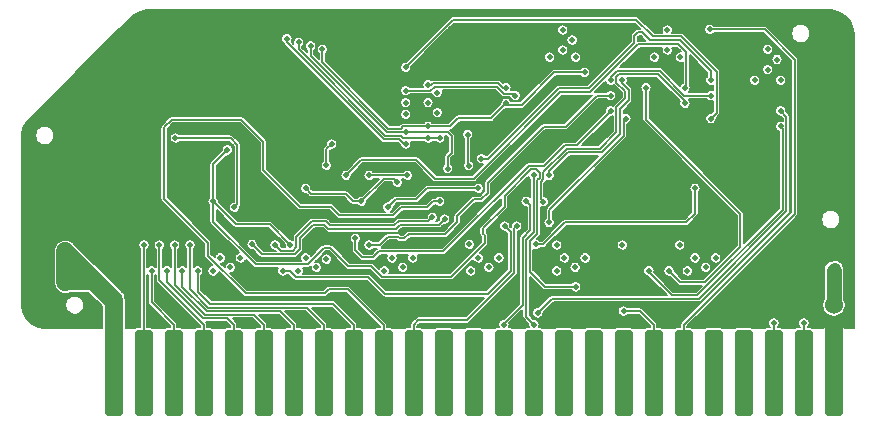
<source format=gbl>
G04 #@! TF.GenerationSoftware,KiCad,Pcbnew,(5.1.5-0-10_14)*
G04 #@! TF.CreationDate,2020-09-30T01:12:27-04:00*
G04 #@! TF.ProjectId,RAM128,52414d31-3238-42e6-9b69-6361645f7063,rev?*
G04 #@! TF.SameCoordinates,Original*
G04 #@! TF.FileFunction,Copper,L4,Bot*
G04 #@! TF.FilePolarity,Positive*
%FSLAX46Y46*%
G04 Gerber Fmt 4.6, Leading zero omitted, Abs format (unit mm)*
G04 Created by KiCad (PCBNEW (5.1.5-0-10_14)) date 2020-09-30 01:12:27*
%MOMM*%
%LPD*%
G04 APERTURE LIST*
%ADD10C,0.100000*%
%ADD11C,2.000000*%
%ADD12C,1.524000*%
%ADD13C,0.600000*%
%ADD14C,0.500000*%
%ADD15C,0.800000*%
%ADD16C,1.000000*%
%ADD17C,1.270000*%
%ADD18C,1.016000*%
%ADD19C,1.524000*%
%ADD20C,0.150000*%
%ADD21C,0.152400*%
G04 APERTURE END LIST*
G04 #@! TA.AperFunction,SMDPad,CuDef*
D10*
G36*
X137578345Y-131613835D02*
G01*
X137615329Y-131619321D01*
X137651598Y-131628406D01*
X137686802Y-131641002D01*
X137720602Y-131656988D01*
X137752672Y-131676210D01*
X137782704Y-131698483D01*
X137810408Y-131723592D01*
X137835517Y-131751296D01*
X137857790Y-131781328D01*
X137877012Y-131813398D01*
X137892998Y-131847198D01*
X137905594Y-131882402D01*
X137914679Y-131918671D01*
X137920165Y-131955655D01*
X137922000Y-131993000D01*
X137922000Y-138571000D01*
X137920165Y-138608345D01*
X137914679Y-138645329D01*
X137905594Y-138681598D01*
X137892998Y-138716802D01*
X137877012Y-138750602D01*
X137857790Y-138782672D01*
X137835517Y-138812704D01*
X137810408Y-138840408D01*
X137782704Y-138865517D01*
X137752672Y-138887790D01*
X137720602Y-138907012D01*
X137686802Y-138922998D01*
X137651598Y-138935594D01*
X137615329Y-138944679D01*
X137578345Y-138950165D01*
X137541000Y-138952000D01*
X136779000Y-138952000D01*
X136741655Y-138950165D01*
X136704671Y-138944679D01*
X136668402Y-138935594D01*
X136633198Y-138922998D01*
X136599398Y-138907012D01*
X136567328Y-138887790D01*
X136537296Y-138865517D01*
X136509592Y-138840408D01*
X136484483Y-138812704D01*
X136462210Y-138782672D01*
X136442988Y-138750602D01*
X136427002Y-138716802D01*
X136414406Y-138681598D01*
X136405321Y-138645329D01*
X136399835Y-138608345D01*
X136398000Y-138571000D01*
X136398000Y-131993000D01*
X136399835Y-131955655D01*
X136405321Y-131918671D01*
X136414406Y-131882402D01*
X136427002Y-131847198D01*
X136442988Y-131813398D01*
X136462210Y-131781328D01*
X136484483Y-131751296D01*
X136509592Y-131723592D01*
X136537296Y-131698483D01*
X136567328Y-131676210D01*
X136599398Y-131656988D01*
X136633198Y-131641002D01*
X136668402Y-131628406D01*
X136704671Y-131619321D01*
X136741655Y-131613835D01*
X136779000Y-131612000D01*
X137541000Y-131612000D01*
X137578345Y-131613835D01*
G37*
G04 #@! TD.AperFunction*
G04 #@! TA.AperFunction,SMDPad,CuDef*
G36*
X135038345Y-131613835D02*
G01*
X135075329Y-131619321D01*
X135111598Y-131628406D01*
X135146802Y-131641002D01*
X135180602Y-131656988D01*
X135212672Y-131676210D01*
X135242704Y-131698483D01*
X135270408Y-131723592D01*
X135295517Y-131751296D01*
X135317790Y-131781328D01*
X135337012Y-131813398D01*
X135352998Y-131847198D01*
X135365594Y-131882402D01*
X135374679Y-131918671D01*
X135380165Y-131955655D01*
X135382000Y-131993000D01*
X135382000Y-138571000D01*
X135380165Y-138608345D01*
X135374679Y-138645329D01*
X135365594Y-138681598D01*
X135352998Y-138716802D01*
X135337012Y-138750602D01*
X135317790Y-138782672D01*
X135295517Y-138812704D01*
X135270408Y-138840408D01*
X135242704Y-138865517D01*
X135212672Y-138887790D01*
X135180602Y-138907012D01*
X135146802Y-138922998D01*
X135111598Y-138935594D01*
X135075329Y-138944679D01*
X135038345Y-138950165D01*
X135001000Y-138952000D01*
X134239000Y-138952000D01*
X134201655Y-138950165D01*
X134164671Y-138944679D01*
X134128402Y-138935594D01*
X134093198Y-138922998D01*
X134059398Y-138907012D01*
X134027328Y-138887790D01*
X133997296Y-138865517D01*
X133969592Y-138840408D01*
X133944483Y-138812704D01*
X133922210Y-138782672D01*
X133902988Y-138750602D01*
X133887002Y-138716802D01*
X133874406Y-138681598D01*
X133865321Y-138645329D01*
X133859835Y-138608345D01*
X133858000Y-138571000D01*
X133858000Y-131993000D01*
X133859835Y-131955655D01*
X133865321Y-131918671D01*
X133874406Y-131882402D01*
X133887002Y-131847198D01*
X133902988Y-131813398D01*
X133922210Y-131781328D01*
X133944483Y-131751296D01*
X133969592Y-131723592D01*
X133997296Y-131698483D01*
X134027328Y-131676210D01*
X134059398Y-131656988D01*
X134093198Y-131641002D01*
X134128402Y-131628406D01*
X134164671Y-131619321D01*
X134201655Y-131613835D01*
X134239000Y-131612000D01*
X135001000Y-131612000D01*
X135038345Y-131613835D01*
G37*
G04 #@! TD.AperFunction*
G04 #@! TA.AperFunction,SMDPad,CuDef*
G36*
X132498345Y-131613835D02*
G01*
X132535329Y-131619321D01*
X132571598Y-131628406D01*
X132606802Y-131641002D01*
X132640602Y-131656988D01*
X132672672Y-131676210D01*
X132702704Y-131698483D01*
X132730408Y-131723592D01*
X132755517Y-131751296D01*
X132777790Y-131781328D01*
X132797012Y-131813398D01*
X132812998Y-131847198D01*
X132825594Y-131882402D01*
X132834679Y-131918671D01*
X132840165Y-131955655D01*
X132842000Y-131993000D01*
X132842000Y-138571000D01*
X132840165Y-138608345D01*
X132834679Y-138645329D01*
X132825594Y-138681598D01*
X132812998Y-138716802D01*
X132797012Y-138750602D01*
X132777790Y-138782672D01*
X132755517Y-138812704D01*
X132730408Y-138840408D01*
X132702704Y-138865517D01*
X132672672Y-138887790D01*
X132640602Y-138907012D01*
X132606802Y-138922998D01*
X132571598Y-138935594D01*
X132535329Y-138944679D01*
X132498345Y-138950165D01*
X132461000Y-138952000D01*
X131699000Y-138952000D01*
X131661655Y-138950165D01*
X131624671Y-138944679D01*
X131588402Y-138935594D01*
X131553198Y-138922998D01*
X131519398Y-138907012D01*
X131487328Y-138887790D01*
X131457296Y-138865517D01*
X131429592Y-138840408D01*
X131404483Y-138812704D01*
X131382210Y-138782672D01*
X131362988Y-138750602D01*
X131347002Y-138716802D01*
X131334406Y-138681598D01*
X131325321Y-138645329D01*
X131319835Y-138608345D01*
X131318000Y-138571000D01*
X131318000Y-131993000D01*
X131319835Y-131955655D01*
X131325321Y-131918671D01*
X131334406Y-131882402D01*
X131347002Y-131847198D01*
X131362988Y-131813398D01*
X131382210Y-131781328D01*
X131404483Y-131751296D01*
X131429592Y-131723592D01*
X131457296Y-131698483D01*
X131487328Y-131676210D01*
X131519398Y-131656988D01*
X131553198Y-131641002D01*
X131588402Y-131628406D01*
X131624671Y-131619321D01*
X131661655Y-131613835D01*
X131699000Y-131612000D01*
X132461000Y-131612000D01*
X132498345Y-131613835D01*
G37*
G04 #@! TD.AperFunction*
G04 #@! TA.AperFunction,SMDPad,CuDef*
G36*
X76618345Y-131613835D02*
G01*
X76655329Y-131619321D01*
X76691598Y-131628406D01*
X76726802Y-131641002D01*
X76760602Y-131656988D01*
X76792672Y-131676210D01*
X76822704Y-131698483D01*
X76850408Y-131723592D01*
X76875517Y-131751296D01*
X76897790Y-131781328D01*
X76917012Y-131813398D01*
X76932998Y-131847198D01*
X76945594Y-131882402D01*
X76954679Y-131918671D01*
X76960165Y-131955655D01*
X76962000Y-131993000D01*
X76962000Y-138571000D01*
X76960165Y-138608345D01*
X76954679Y-138645329D01*
X76945594Y-138681598D01*
X76932998Y-138716802D01*
X76917012Y-138750602D01*
X76897790Y-138782672D01*
X76875517Y-138812704D01*
X76850408Y-138840408D01*
X76822704Y-138865517D01*
X76792672Y-138887790D01*
X76760602Y-138907012D01*
X76726802Y-138922998D01*
X76691598Y-138935594D01*
X76655329Y-138944679D01*
X76618345Y-138950165D01*
X76581000Y-138952000D01*
X75819000Y-138952000D01*
X75781655Y-138950165D01*
X75744671Y-138944679D01*
X75708402Y-138935594D01*
X75673198Y-138922998D01*
X75639398Y-138907012D01*
X75607328Y-138887790D01*
X75577296Y-138865517D01*
X75549592Y-138840408D01*
X75524483Y-138812704D01*
X75502210Y-138782672D01*
X75482988Y-138750602D01*
X75467002Y-138716802D01*
X75454406Y-138681598D01*
X75445321Y-138645329D01*
X75439835Y-138608345D01*
X75438000Y-138571000D01*
X75438000Y-131993000D01*
X75439835Y-131955655D01*
X75445321Y-131918671D01*
X75454406Y-131882402D01*
X75467002Y-131847198D01*
X75482988Y-131813398D01*
X75502210Y-131781328D01*
X75524483Y-131751296D01*
X75549592Y-131723592D01*
X75577296Y-131698483D01*
X75607328Y-131676210D01*
X75639398Y-131656988D01*
X75673198Y-131641002D01*
X75708402Y-131628406D01*
X75744671Y-131619321D01*
X75781655Y-131613835D01*
X75819000Y-131612000D01*
X76581000Y-131612000D01*
X76618345Y-131613835D01*
G37*
G04 #@! TD.AperFunction*
G04 #@! TA.AperFunction,SMDPad,CuDef*
G36*
X79158345Y-131613835D02*
G01*
X79195329Y-131619321D01*
X79231598Y-131628406D01*
X79266802Y-131641002D01*
X79300602Y-131656988D01*
X79332672Y-131676210D01*
X79362704Y-131698483D01*
X79390408Y-131723592D01*
X79415517Y-131751296D01*
X79437790Y-131781328D01*
X79457012Y-131813398D01*
X79472998Y-131847198D01*
X79485594Y-131882402D01*
X79494679Y-131918671D01*
X79500165Y-131955655D01*
X79502000Y-131993000D01*
X79502000Y-138571000D01*
X79500165Y-138608345D01*
X79494679Y-138645329D01*
X79485594Y-138681598D01*
X79472998Y-138716802D01*
X79457012Y-138750602D01*
X79437790Y-138782672D01*
X79415517Y-138812704D01*
X79390408Y-138840408D01*
X79362704Y-138865517D01*
X79332672Y-138887790D01*
X79300602Y-138907012D01*
X79266802Y-138922998D01*
X79231598Y-138935594D01*
X79195329Y-138944679D01*
X79158345Y-138950165D01*
X79121000Y-138952000D01*
X78359000Y-138952000D01*
X78321655Y-138950165D01*
X78284671Y-138944679D01*
X78248402Y-138935594D01*
X78213198Y-138922998D01*
X78179398Y-138907012D01*
X78147328Y-138887790D01*
X78117296Y-138865517D01*
X78089592Y-138840408D01*
X78064483Y-138812704D01*
X78042210Y-138782672D01*
X78022988Y-138750602D01*
X78007002Y-138716802D01*
X77994406Y-138681598D01*
X77985321Y-138645329D01*
X77979835Y-138608345D01*
X77978000Y-138571000D01*
X77978000Y-131993000D01*
X77979835Y-131955655D01*
X77985321Y-131918671D01*
X77994406Y-131882402D01*
X78007002Y-131847198D01*
X78022988Y-131813398D01*
X78042210Y-131781328D01*
X78064483Y-131751296D01*
X78089592Y-131723592D01*
X78117296Y-131698483D01*
X78147328Y-131676210D01*
X78179398Y-131656988D01*
X78213198Y-131641002D01*
X78248402Y-131628406D01*
X78284671Y-131619321D01*
X78321655Y-131613835D01*
X78359000Y-131612000D01*
X79121000Y-131612000D01*
X79158345Y-131613835D01*
G37*
G04 #@! TD.AperFunction*
G04 #@! TA.AperFunction,SMDPad,CuDef*
G36*
X81698345Y-131613835D02*
G01*
X81735329Y-131619321D01*
X81771598Y-131628406D01*
X81806802Y-131641002D01*
X81840602Y-131656988D01*
X81872672Y-131676210D01*
X81902704Y-131698483D01*
X81930408Y-131723592D01*
X81955517Y-131751296D01*
X81977790Y-131781328D01*
X81997012Y-131813398D01*
X82012998Y-131847198D01*
X82025594Y-131882402D01*
X82034679Y-131918671D01*
X82040165Y-131955655D01*
X82042000Y-131993000D01*
X82042000Y-138571000D01*
X82040165Y-138608345D01*
X82034679Y-138645329D01*
X82025594Y-138681598D01*
X82012998Y-138716802D01*
X81997012Y-138750602D01*
X81977790Y-138782672D01*
X81955517Y-138812704D01*
X81930408Y-138840408D01*
X81902704Y-138865517D01*
X81872672Y-138887790D01*
X81840602Y-138907012D01*
X81806802Y-138922998D01*
X81771598Y-138935594D01*
X81735329Y-138944679D01*
X81698345Y-138950165D01*
X81661000Y-138952000D01*
X80899000Y-138952000D01*
X80861655Y-138950165D01*
X80824671Y-138944679D01*
X80788402Y-138935594D01*
X80753198Y-138922998D01*
X80719398Y-138907012D01*
X80687328Y-138887790D01*
X80657296Y-138865517D01*
X80629592Y-138840408D01*
X80604483Y-138812704D01*
X80582210Y-138782672D01*
X80562988Y-138750602D01*
X80547002Y-138716802D01*
X80534406Y-138681598D01*
X80525321Y-138645329D01*
X80519835Y-138608345D01*
X80518000Y-138571000D01*
X80518000Y-131993000D01*
X80519835Y-131955655D01*
X80525321Y-131918671D01*
X80534406Y-131882402D01*
X80547002Y-131847198D01*
X80562988Y-131813398D01*
X80582210Y-131781328D01*
X80604483Y-131751296D01*
X80629592Y-131723592D01*
X80657296Y-131698483D01*
X80687328Y-131676210D01*
X80719398Y-131656988D01*
X80753198Y-131641002D01*
X80788402Y-131628406D01*
X80824671Y-131619321D01*
X80861655Y-131613835D01*
X80899000Y-131612000D01*
X81661000Y-131612000D01*
X81698345Y-131613835D01*
G37*
G04 #@! TD.AperFunction*
G04 #@! TA.AperFunction,SMDPad,CuDef*
G36*
X84238345Y-131613835D02*
G01*
X84275329Y-131619321D01*
X84311598Y-131628406D01*
X84346802Y-131641002D01*
X84380602Y-131656988D01*
X84412672Y-131676210D01*
X84442704Y-131698483D01*
X84470408Y-131723592D01*
X84495517Y-131751296D01*
X84517790Y-131781328D01*
X84537012Y-131813398D01*
X84552998Y-131847198D01*
X84565594Y-131882402D01*
X84574679Y-131918671D01*
X84580165Y-131955655D01*
X84582000Y-131993000D01*
X84582000Y-138571000D01*
X84580165Y-138608345D01*
X84574679Y-138645329D01*
X84565594Y-138681598D01*
X84552998Y-138716802D01*
X84537012Y-138750602D01*
X84517790Y-138782672D01*
X84495517Y-138812704D01*
X84470408Y-138840408D01*
X84442704Y-138865517D01*
X84412672Y-138887790D01*
X84380602Y-138907012D01*
X84346802Y-138922998D01*
X84311598Y-138935594D01*
X84275329Y-138944679D01*
X84238345Y-138950165D01*
X84201000Y-138952000D01*
X83439000Y-138952000D01*
X83401655Y-138950165D01*
X83364671Y-138944679D01*
X83328402Y-138935594D01*
X83293198Y-138922998D01*
X83259398Y-138907012D01*
X83227328Y-138887790D01*
X83197296Y-138865517D01*
X83169592Y-138840408D01*
X83144483Y-138812704D01*
X83122210Y-138782672D01*
X83102988Y-138750602D01*
X83087002Y-138716802D01*
X83074406Y-138681598D01*
X83065321Y-138645329D01*
X83059835Y-138608345D01*
X83058000Y-138571000D01*
X83058000Y-131993000D01*
X83059835Y-131955655D01*
X83065321Y-131918671D01*
X83074406Y-131882402D01*
X83087002Y-131847198D01*
X83102988Y-131813398D01*
X83122210Y-131781328D01*
X83144483Y-131751296D01*
X83169592Y-131723592D01*
X83197296Y-131698483D01*
X83227328Y-131676210D01*
X83259398Y-131656988D01*
X83293198Y-131641002D01*
X83328402Y-131628406D01*
X83364671Y-131619321D01*
X83401655Y-131613835D01*
X83439000Y-131612000D01*
X84201000Y-131612000D01*
X84238345Y-131613835D01*
G37*
G04 #@! TD.AperFunction*
G04 #@! TA.AperFunction,SMDPad,CuDef*
G36*
X86778345Y-131613835D02*
G01*
X86815329Y-131619321D01*
X86851598Y-131628406D01*
X86886802Y-131641002D01*
X86920602Y-131656988D01*
X86952672Y-131676210D01*
X86982704Y-131698483D01*
X87010408Y-131723592D01*
X87035517Y-131751296D01*
X87057790Y-131781328D01*
X87077012Y-131813398D01*
X87092998Y-131847198D01*
X87105594Y-131882402D01*
X87114679Y-131918671D01*
X87120165Y-131955655D01*
X87122000Y-131993000D01*
X87122000Y-138571000D01*
X87120165Y-138608345D01*
X87114679Y-138645329D01*
X87105594Y-138681598D01*
X87092998Y-138716802D01*
X87077012Y-138750602D01*
X87057790Y-138782672D01*
X87035517Y-138812704D01*
X87010408Y-138840408D01*
X86982704Y-138865517D01*
X86952672Y-138887790D01*
X86920602Y-138907012D01*
X86886802Y-138922998D01*
X86851598Y-138935594D01*
X86815329Y-138944679D01*
X86778345Y-138950165D01*
X86741000Y-138952000D01*
X85979000Y-138952000D01*
X85941655Y-138950165D01*
X85904671Y-138944679D01*
X85868402Y-138935594D01*
X85833198Y-138922998D01*
X85799398Y-138907012D01*
X85767328Y-138887790D01*
X85737296Y-138865517D01*
X85709592Y-138840408D01*
X85684483Y-138812704D01*
X85662210Y-138782672D01*
X85642988Y-138750602D01*
X85627002Y-138716802D01*
X85614406Y-138681598D01*
X85605321Y-138645329D01*
X85599835Y-138608345D01*
X85598000Y-138571000D01*
X85598000Y-131993000D01*
X85599835Y-131955655D01*
X85605321Y-131918671D01*
X85614406Y-131882402D01*
X85627002Y-131847198D01*
X85642988Y-131813398D01*
X85662210Y-131781328D01*
X85684483Y-131751296D01*
X85709592Y-131723592D01*
X85737296Y-131698483D01*
X85767328Y-131676210D01*
X85799398Y-131656988D01*
X85833198Y-131641002D01*
X85868402Y-131628406D01*
X85904671Y-131619321D01*
X85941655Y-131613835D01*
X85979000Y-131612000D01*
X86741000Y-131612000D01*
X86778345Y-131613835D01*
G37*
G04 #@! TD.AperFunction*
G04 #@! TA.AperFunction,SMDPad,CuDef*
G36*
X89318345Y-131613835D02*
G01*
X89355329Y-131619321D01*
X89391598Y-131628406D01*
X89426802Y-131641002D01*
X89460602Y-131656988D01*
X89492672Y-131676210D01*
X89522704Y-131698483D01*
X89550408Y-131723592D01*
X89575517Y-131751296D01*
X89597790Y-131781328D01*
X89617012Y-131813398D01*
X89632998Y-131847198D01*
X89645594Y-131882402D01*
X89654679Y-131918671D01*
X89660165Y-131955655D01*
X89662000Y-131993000D01*
X89662000Y-138571000D01*
X89660165Y-138608345D01*
X89654679Y-138645329D01*
X89645594Y-138681598D01*
X89632998Y-138716802D01*
X89617012Y-138750602D01*
X89597790Y-138782672D01*
X89575517Y-138812704D01*
X89550408Y-138840408D01*
X89522704Y-138865517D01*
X89492672Y-138887790D01*
X89460602Y-138907012D01*
X89426802Y-138922998D01*
X89391598Y-138935594D01*
X89355329Y-138944679D01*
X89318345Y-138950165D01*
X89281000Y-138952000D01*
X88519000Y-138952000D01*
X88481655Y-138950165D01*
X88444671Y-138944679D01*
X88408402Y-138935594D01*
X88373198Y-138922998D01*
X88339398Y-138907012D01*
X88307328Y-138887790D01*
X88277296Y-138865517D01*
X88249592Y-138840408D01*
X88224483Y-138812704D01*
X88202210Y-138782672D01*
X88182988Y-138750602D01*
X88167002Y-138716802D01*
X88154406Y-138681598D01*
X88145321Y-138645329D01*
X88139835Y-138608345D01*
X88138000Y-138571000D01*
X88138000Y-131993000D01*
X88139835Y-131955655D01*
X88145321Y-131918671D01*
X88154406Y-131882402D01*
X88167002Y-131847198D01*
X88182988Y-131813398D01*
X88202210Y-131781328D01*
X88224483Y-131751296D01*
X88249592Y-131723592D01*
X88277296Y-131698483D01*
X88307328Y-131676210D01*
X88339398Y-131656988D01*
X88373198Y-131641002D01*
X88408402Y-131628406D01*
X88444671Y-131619321D01*
X88481655Y-131613835D01*
X88519000Y-131612000D01*
X89281000Y-131612000D01*
X89318345Y-131613835D01*
G37*
G04 #@! TD.AperFunction*
G04 #@! TA.AperFunction,SMDPad,CuDef*
G36*
X91858345Y-131613835D02*
G01*
X91895329Y-131619321D01*
X91931598Y-131628406D01*
X91966802Y-131641002D01*
X92000602Y-131656988D01*
X92032672Y-131676210D01*
X92062704Y-131698483D01*
X92090408Y-131723592D01*
X92115517Y-131751296D01*
X92137790Y-131781328D01*
X92157012Y-131813398D01*
X92172998Y-131847198D01*
X92185594Y-131882402D01*
X92194679Y-131918671D01*
X92200165Y-131955655D01*
X92202000Y-131993000D01*
X92202000Y-138571000D01*
X92200165Y-138608345D01*
X92194679Y-138645329D01*
X92185594Y-138681598D01*
X92172998Y-138716802D01*
X92157012Y-138750602D01*
X92137790Y-138782672D01*
X92115517Y-138812704D01*
X92090408Y-138840408D01*
X92062704Y-138865517D01*
X92032672Y-138887790D01*
X92000602Y-138907012D01*
X91966802Y-138922998D01*
X91931598Y-138935594D01*
X91895329Y-138944679D01*
X91858345Y-138950165D01*
X91821000Y-138952000D01*
X91059000Y-138952000D01*
X91021655Y-138950165D01*
X90984671Y-138944679D01*
X90948402Y-138935594D01*
X90913198Y-138922998D01*
X90879398Y-138907012D01*
X90847328Y-138887790D01*
X90817296Y-138865517D01*
X90789592Y-138840408D01*
X90764483Y-138812704D01*
X90742210Y-138782672D01*
X90722988Y-138750602D01*
X90707002Y-138716802D01*
X90694406Y-138681598D01*
X90685321Y-138645329D01*
X90679835Y-138608345D01*
X90678000Y-138571000D01*
X90678000Y-131993000D01*
X90679835Y-131955655D01*
X90685321Y-131918671D01*
X90694406Y-131882402D01*
X90707002Y-131847198D01*
X90722988Y-131813398D01*
X90742210Y-131781328D01*
X90764483Y-131751296D01*
X90789592Y-131723592D01*
X90817296Y-131698483D01*
X90847328Y-131676210D01*
X90879398Y-131656988D01*
X90913198Y-131641002D01*
X90948402Y-131628406D01*
X90984671Y-131619321D01*
X91021655Y-131613835D01*
X91059000Y-131612000D01*
X91821000Y-131612000D01*
X91858345Y-131613835D01*
G37*
G04 #@! TD.AperFunction*
G04 #@! TA.AperFunction,SMDPad,CuDef*
G36*
X94398345Y-131613835D02*
G01*
X94435329Y-131619321D01*
X94471598Y-131628406D01*
X94506802Y-131641002D01*
X94540602Y-131656988D01*
X94572672Y-131676210D01*
X94602704Y-131698483D01*
X94630408Y-131723592D01*
X94655517Y-131751296D01*
X94677790Y-131781328D01*
X94697012Y-131813398D01*
X94712998Y-131847198D01*
X94725594Y-131882402D01*
X94734679Y-131918671D01*
X94740165Y-131955655D01*
X94742000Y-131993000D01*
X94742000Y-138571000D01*
X94740165Y-138608345D01*
X94734679Y-138645329D01*
X94725594Y-138681598D01*
X94712998Y-138716802D01*
X94697012Y-138750602D01*
X94677790Y-138782672D01*
X94655517Y-138812704D01*
X94630408Y-138840408D01*
X94602704Y-138865517D01*
X94572672Y-138887790D01*
X94540602Y-138907012D01*
X94506802Y-138922998D01*
X94471598Y-138935594D01*
X94435329Y-138944679D01*
X94398345Y-138950165D01*
X94361000Y-138952000D01*
X93599000Y-138952000D01*
X93561655Y-138950165D01*
X93524671Y-138944679D01*
X93488402Y-138935594D01*
X93453198Y-138922998D01*
X93419398Y-138907012D01*
X93387328Y-138887790D01*
X93357296Y-138865517D01*
X93329592Y-138840408D01*
X93304483Y-138812704D01*
X93282210Y-138782672D01*
X93262988Y-138750602D01*
X93247002Y-138716802D01*
X93234406Y-138681598D01*
X93225321Y-138645329D01*
X93219835Y-138608345D01*
X93218000Y-138571000D01*
X93218000Y-131993000D01*
X93219835Y-131955655D01*
X93225321Y-131918671D01*
X93234406Y-131882402D01*
X93247002Y-131847198D01*
X93262988Y-131813398D01*
X93282210Y-131781328D01*
X93304483Y-131751296D01*
X93329592Y-131723592D01*
X93357296Y-131698483D01*
X93387328Y-131676210D01*
X93419398Y-131656988D01*
X93453198Y-131641002D01*
X93488402Y-131628406D01*
X93524671Y-131619321D01*
X93561655Y-131613835D01*
X93599000Y-131612000D01*
X94361000Y-131612000D01*
X94398345Y-131613835D01*
G37*
G04 #@! TD.AperFunction*
G04 #@! TA.AperFunction,SMDPad,CuDef*
G36*
X96938345Y-131613835D02*
G01*
X96975329Y-131619321D01*
X97011598Y-131628406D01*
X97046802Y-131641002D01*
X97080602Y-131656988D01*
X97112672Y-131676210D01*
X97142704Y-131698483D01*
X97170408Y-131723592D01*
X97195517Y-131751296D01*
X97217790Y-131781328D01*
X97237012Y-131813398D01*
X97252998Y-131847198D01*
X97265594Y-131882402D01*
X97274679Y-131918671D01*
X97280165Y-131955655D01*
X97282000Y-131993000D01*
X97282000Y-138571000D01*
X97280165Y-138608345D01*
X97274679Y-138645329D01*
X97265594Y-138681598D01*
X97252998Y-138716802D01*
X97237012Y-138750602D01*
X97217790Y-138782672D01*
X97195517Y-138812704D01*
X97170408Y-138840408D01*
X97142704Y-138865517D01*
X97112672Y-138887790D01*
X97080602Y-138907012D01*
X97046802Y-138922998D01*
X97011598Y-138935594D01*
X96975329Y-138944679D01*
X96938345Y-138950165D01*
X96901000Y-138952000D01*
X96139000Y-138952000D01*
X96101655Y-138950165D01*
X96064671Y-138944679D01*
X96028402Y-138935594D01*
X95993198Y-138922998D01*
X95959398Y-138907012D01*
X95927328Y-138887790D01*
X95897296Y-138865517D01*
X95869592Y-138840408D01*
X95844483Y-138812704D01*
X95822210Y-138782672D01*
X95802988Y-138750602D01*
X95787002Y-138716802D01*
X95774406Y-138681598D01*
X95765321Y-138645329D01*
X95759835Y-138608345D01*
X95758000Y-138571000D01*
X95758000Y-131993000D01*
X95759835Y-131955655D01*
X95765321Y-131918671D01*
X95774406Y-131882402D01*
X95787002Y-131847198D01*
X95802988Y-131813398D01*
X95822210Y-131781328D01*
X95844483Y-131751296D01*
X95869592Y-131723592D01*
X95897296Y-131698483D01*
X95927328Y-131676210D01*
X95959398Y-131656988D01*
X95993198Y-131641002D01*
X96028402Y-131628406D01*
X96064671Y-131619321D01*
X96101655Y-131613835D01*
X96139000Y-131612000D01*
X96901000Y-131612000D01*
X96938345Y-131613835D01*
G37*
G04 #@! TD.AperFunction*
G04 #@! TA.AperFunction,SMDPad,CuDef*
G36*
X99478345Y-131613835D02*
G01*
X99515329Y-131619321D01*
X99551598Y-131628406D01*
X99586802Y-131641002D01*
X99620602Y-131656988D01*
X99652672Y-131676210D01*
X99682704Y-131698483D01*
X99710408Y-131723592D01*
X99735517Y-131751296D01*
X99757790Y-131781328D01*
X99777012Y-131813398D01*
X99792998Y-131847198D01*
X99805594Y-131882402D01*
X99814679Y-131918671D01*
X99820165Y-131955655D01*
X99822000Y-131993000D01*
X99822000Y-138571000D01*
X99820165Y-138608345D01*
X99814679Y-138645329D01*
X99805594Y-138681598D01*
X99792998Y-138716802D01*
X99777012Y-138750602D01*
X99757790Y-138782672D01*
X99735517Y-138812704D01*
X99710408Y-138840408D01*
X99682704Y-138865517D01*
X99652672Y-138887790D01*
X99620602Y-138907012D01*
X99586802Y-138922998D01*
X99551598Y-138935594D01*
X99515329Y-138944679D01*
X99478345Y-138950165D01*
X99441000Y-138952000D01*
X98679000Y-138952000D01*
X98641655Y-138950165D01*
X98604671Y-138944679D01*
X98568402Y-138935594D01*
X98533198Y-138922998D01*
X98499398Y-138907012D01*
X98467328Y-138887790D01*
X98437296Y-138865517D01*
X98409592Y-138840408D01*
X98384483Y-138812704D01*
X98362210Y-138782672D01*
X98342988Y-138750602D01*
X98327002Y-138716802D01*
X98314406Y-138681598D01*
X98305321Y-138645329D01*
X98299835Y-138608345D01*
X98298000Y-138571000D01*
X98298000Y-131993000D01*
X98299835Y-131955655D01*
X98305321Y-131918671D01*
X98314406Y-131882402D01*
X98327002Y-131847198D01*
X98342988Y-131813398D01*
X98362210Y-131781328D01*
X98384483Y-131751296D01*
X98409592Y-131723592D01*
X98437296Y-131698483D01*
X98467328Y-131676210D01*
X98499398Y-131656988D01*
X98533198Y-131641002D01*
X98568402Y-131628406D01*
X98604671Y-131619321D01*
X98641655Y-131613835D01*
X98679000Y-131612000D01*
X99441000Y-131612000D01*
X99478345Y-131613835D01*
G37*
G04 #@! TD.AperFunction*
G04 #@! TA.AperFunction,SMDPad,CuDef*
G36*
X102018345Y-131613835D02*
G01*
X102055329Y-131619321D01*
X102091598Y-131628406D01*
X102126802Y-131641002D01*
X102160602Y-131656988D01*
X102192672Y-131676210D01*
X102222704Y-131698483D01*
X102250408Y-131723592D01*
X102275517Y-131751296D01*
X102297790Y-131781328D01*
X102317012Y-131813398D01*
X102332998Y-131847198D01*
X102345594Y-131882402D01*
X102354679Y-131918671D01*
X102360165Y-131955655D01*
X102362000Y-131993000D01*
X102362000Y-138571000D01*
X102360165Y-138608345D01*
X102354679Y-138645329D01*
X102345594Y-138681598D01*
X102332998Y-138716802D01*
X102317012Y-138750602D01*
X102297790Y-138782672D01*
X102275517Y-138812704D01*
X102250408Y-138840408D01*
X102222704Y-138865517D01*
X102192672Y-138887790D01*
X102160602Y-138907012D01*
X102126802Y-138922998D01*
X102091598Y-138935594D01*
X102055329Y-138944679D01*
X102018345Y-138950165D01*
X101981000Y-138952000D01*
X101219000Y-138952000D01*
X101181655Y-138950165D01*
X101144671Y-138944679D01*
X101108402Y-138935594D01*
X101073198Y-138922998D01*
X101039398Y-138907012D01*
X101007328Y-138887790D01*
X100977296Y-138865517D01*
X100949592Y-138840408D01*
X100924483Y-138812704D01*
X100902210Y-138782672D01*
X100882988Y-138750602D01*
X100867002Y-138716802D01*
X100854406Y-138681598D01*
X100845321Y-138645329D01*
X100839835Y-138608345D01*
X100838000Y-138571000D01*
X100838000Y-131993000D01*
X100839835Y-131955655D01*
X100845321Y-131918671D01*
X100854406Y-131882402D01*
X100867002Y-131847198D01*
X100882988Y-131813398D01*
X100902210Y-131781328D01*
X100924483Y-131751296D01*
X100949592Y-131723592D01*
X100977296Y-131698483D01*
X101007328Y-131676210D01*
X101039398Y-131656988D01*
X101073198Y-131641002D01*
X101108402Y-131628406D01*
X101144671Y-131619321D01*
X101181655Y-131613835D01*
X101219000Y-131612000D01*
X101981000Y-131612000D01*
X102018345Y-131613835D01*
G37*
G04 #@! TD.AperFunction*
G04 #@! TA.AperFunction,SMDPad,CuDef*
G36*
X104558345Y-131613835D02*
G01*
X104595329Y-131619321D01*
X104631598Y-131628406D01*
X104666802Y-131641002D01*
X104700602Y-131656988D01*
X104732672Y-131676210D01*
X104762704Y-131698483D01*
X104790408Y-131723592D01*
X104815517Y-131751296D01*
X104837790Y-131781328D01*
X104857012Y-131813398D01*
X104872998Y-131847198D01*
X104885594Y-131882402D01*
X104894679Y-131918671D01*
X104900165Y-131955655D01*
X104902000Y-131993000D01*
X104902000Y-138571000D01*
X104900165Y-138608345D01*
X104894679Y-138645329D01*
X104885594Y-138681598D01*
X104872998Y-138716802D01*
X104857012Y-138750602D01*
X104837790Y-138782672D01*
X104815517Y-138812704D01*
X104790408Y-138840408D01*
X104762704Y-138865517D01*
X104732672Y-138887790D01*
X104700602Y-138907012D01*
X104666802Y-138922998D01*
X104631598Y-138935594D01*
X104595329Y-138944679D01*
X104558345Y-138950165D01*
X104521000Y-138952000D01*
X103759000Y-138952000D01*
X103721655Y-138950165D01*
X103684671Y-138944679D01*
X103648402Y-138935594D01*
X103613198Y-138922998D01*
X103579398Y-138907012D01*
X103547328Y-138887790D01*
X103517296Y-138865517D01*
X103489592Y-138840408D01*
X103464483Y-138812704D01*
X103442210Y-138782672D01*
X103422988Y-138750602D01*
X103407002Y-138716802D01*
X103394406Y-138681598D01*
X103385321Y-138645329D01*
X103379835Y-138608345D01*
X103378000Y-138571000D01*
X103378000Y-131993000D01*
X103379835Y-131955655D01*
X103385321Y-131918671D01*
X103394406Y-131882402D01*
X103407002Y-131847198D01*
X103422988Y-131813398D01*
X103442210Y-131781328D01*
X103464483Y-131751296D01*
X103489592Y-131723592D01*
X103517296Y-131698483D01*
X103547328Y-131676210D01*
X103579398Y-131656988D01*
X103613198Y-131641002D01*
X103648402Y-131628406D01*
X103684671Y-131619321D01*
X103721655Y-131613835D01*
X103759000Y-131612000D01*
X104521000Y-131612000D01*
X104558345Y-131613835D01*
G37*
G04 #@! TD.AperFunction*
G04 #@! TA.AperFunction,SMDPad,CuDef*
G36*
X107098345Y-131613835D02*
G01*
X107135329Y-131619321D01*
X107171598Y-131628406D01*
X107206802Y-131641002D01*
X107240602Y-131656988D01*
X107272672Y-131676210D01*
X107302704Y-131698483D01*
X107330408Y-131723592D01*
X107355517Y-131751296D01*
X107377790Y-131781328D01*
X107397012Y-131813398D01*
X107412998Y-131847198D01*
X107425594Y-131882402D01*
X107434679Y-131918671D01*
X107440165Y-131955655D01*
X107442000Y-131993000D01*
X107442000Y-138571000D01*
X107440165Y-138608345D01*
X107434679Y-138645329D01*
X107425594Y-138681598D01*
X107412998Y-138716802D01*
X107397012Y-138750602D01*
X107377790Y-138782672D01*
X107355517Y-138812704D01*
X107330408Y-138840408D01*
X107302704Y-138865517D01*
X107272672Y-138887790D01*
X107240602Y-138907012D01*
X107206802Y-138922998D01*
X107171598Y-138935594D01*
X107135329Y-138944679D01*
X107098345Y-138950165D01*
X107061000Y-138952000D01*
X106299000Y-138952000D01*
X106261655Y-138950165D01*
X106224671Y-138944679D01*
X106188402Y-138935594D01*
X106153198Y-138922998D01*
X106119398Y-138907012D01*
X106087328Y-138887790D01*
X106057296Y-138865517D01*
X106029592Y-138840408D01*
X106004483Y-138812704D01*
X105982210Y-138782672D01*
X105962988Y-138750602D01*
X105947002Y-138716802D01*
X105934406Y-138681598D01*
X105925321Y-138645329D01*
X105919835Y-138608345D01*
X105918000Y-138571000D01*
X105918000Y-131993000D01*
X105919835Y-131955655D01*
X105925321Y-131918671D01*
X105934406Y-131882402D01*
X105947002Y-131847198D01*
X105962988Y-131813398D01*
X105982210Y-131781328D01*
X106004483Y-131751296D01*
X106029592Y-131723592D01*
X106057296Y-131698483D01*
X106087328Y-131676210D01*
X106119398Y-131656988D01*
X106153198Y-131641002D01*
X106188402Y-131628406D01*
X106224671Y-131619321D01*
X106261655Y-131613835D01*
X106299000Y-131612000D01*
X107061000Y-131612000D01*
X107098345Y-131613835D01*
G37*
G04 #@! TD.AperFunction*
G04 #@! TA.AperFunction,SMDPad,CuDef*
G36*
X109638345Y-131613835D02*
G01*
X109675329Y-131619321D01*
X109711598Y-131628406D01*
X109746802Y-131641002D01*
X109780602Y-131656988D01*
X109812672Y-131676210D01*
X109842704Y-131698483D01*
X109870408Y-131723592D01*
X109895517Y-131751296D01*
X109917790Y-131781328D01*
X109937012Y-131813398D01*
X109952998Y-131847198D01*
X109965594Y-131882402D01*
X109974679Y-131918671D01*
X109980165Y-131955655D01*
X109982000Y-131993000D01*
X109982000Y-138571000D01*
X109980165Y-138608345D01*
X109974679Y-138645329D01*
X109965594Y-138681598D01*
X109952998Y-138716802D01*
X109937012Y-138750602D01*
X109917790Y-138782672D01*
X109895517Y-138812704D01*
X109870408Y-138840408D01*
X109842704Y-138865517D01*
X109812672Y-138887790D01*
X109780602Y-138907012D01*
X109746802Y-138922998D01*
X109711598Y-138935594D01*
X109675329Y-138944679D01*
X109638345Y-138950165D01*
X109601000Y-138952000D01*
X108839000Y-138952000D01*
X108801655Y-138950165D01*
X108764671Y-138944679D01*
X108728402Y-138935594D01*
X108693198Y-138922998D01*
X108659398Y-138907012D01*
X108627328Y-138887790D01*
X108597296Y-138865517D01*
X108569592Y-138840408D01*
X108544483Y-138812704D01*
X108522210Y-138782672D01*
X108502988Y-138750602D01*
X108487002Y-138716802D01*
X108474406Y-138681598D01*
X108465321Y-138645329D01*
X108459835Y-138608345D01*
X108458000Y-138571000D01*
X108458000Y-131993000D01*
X108459835Y-131955655D01*
X108465321Y-131918671D01*
X108474406Y-131882402D01*
X108487002Y-131847198D01*
X108502988Y-131813398D01*
X108522210Y-131781328D01*
X108544483Y-131751296D01*
X108569592Y-131723592D01*
X108597296Y-131698483D01*
X108627328Y-131676210D01*
X108659398Y-131656988D01*
X108693198Y-131641002D01*
X108728402Y-131628406D01*
X108764671Y-131619321D01*
X108801655Y-131613835D01*
X108839000Y-131612000D01*
X109601000Y-131612000D01*
X109638345Y-131613835D01*
G37*
G04 #@! TD.AperFunction*
G04 #@! TA.AperFunction,SMDPad,CuDef*
G36*
X112178345Y-131613835D02*
G01*
X112215329Y-131619321D01*
X112251598Y-131628406D01*
X112286802Y-131641002D01*
X112320602Y-131656988D01*
X112352672Y-131676210D01*
X112382704Y-131698483D01*
X112410408Y-131723592D01*
X112435517Y-131751296D01*
X112457790Y-131781328D01*
X112477012Y-131813398D01*
X112492998Y-131847198D01*
X112505594Y-131882402D01*
X112514679Y-131918671D01*
X112520165Y-131955655D01*
X112522000Y-131993000D01*
X112522000Y-138571000D01*
X112520165Y-138608345D01*
X112514679Y-138645329D01*
X112505594Y-138681598D01*
X112492998Y-138716802D01*
X112477012Y-138750602D01*
X112457790Y-138782672D01*
X112435517Y-138812704D01*
X112410408Y-138840408D01*
X112382704Y-138865517D01*
X112352672Y-138887790D01*
X112320602Y-138907012D01*
X112286802Y-138922998D01*
X112251598Y-138935594D01*
X112215329Y-138944679D01*
X112178345Y-138950165D01*
X112141000Y-138952000D01*
X111379000Y-138952000D01*
X111341655Y-138950165D01*
X111304671Y-138944679D01*
X111268402Y-138935594D01*
X111233198Y-138922998D01*
X111199398Y-138907012D01*
X111167328Y-138887790D01*
X111137296Y-138865517D01*
X111109592Y-138840408D01*
X111084483Y-138812704D01*
X111062210Y-138782672D01*
X111042988Y-138750602D01*
X111027002Y-138716802D01*
X111014406Y-138681598D01*
X111005321Y-138645329D01*
X110999835Y-138608345D01*
X110998000Y-138571000D01*
X110998000Y-131993000D01*
X110999835Y-131955655D01*
X111005321Y-131918671D01*
X111014406Y-131882402D01*
X111027002Y-131847198D01*
X111042988Y-131813398D01*
X111062210Y-131781328D01*
X111084483Y-131751296D01*
X111109592Y-131723592D01*
X111137296Y-131698483D01*
X111167328Y-131676210D01*
X111199398Y-131656988D01*
X111233198Y-131641002D01*
X111268402Y-131628406D01*
X111304671Y-131619321D01*
X111341655Y-131613835D01*
X111379000Y-131612000D01*
X112141000Y-131612000D01*
X112178345Y-131613835D01*
G37*
G04 #@! TD.AperFunction*
G04 #@! TA.AperFunction,SMDPad,CuDef*
G36*
X114718345Y-131613835D02*
G01*
X114755329Y-131619321D01*
X114791598Y-131628406D01*
X114826802Y-131641002D01*
X114860602Y-131656988D01*
X114892672Y-131676210D01*
X114922704Y-131698483D01*
X114950408Y-131723592D01*
X114975517Y-131751296D01*
X114997790Y-131781328D01*
X115017012Y-131813398D01*
X115032998Y-131847198D01*
X115045594Y-131882402D01*
X115054679Y-131918671D01*
X115060165Y-131955655D01*
X115062000Y-131993000D01*
X115062000Y-138571000D01*
X115060165Y-138608345D01*
X115054679Y-138645329D01*
X115045594Y-138681598D01*
X115032998Y-138716802D01*
X115017012Y-138750602D01*
X114997790Y-138782672D01*
X114975517Y-138812704D01*
X114950408Y-138840408D01*
X114922704Y-138865517D01*
X114892672Y-138887790D01*
X114860602Y-138907012D01*
X114826802Y-138922998D01*
X114791598Y-138935594D01*
X114755329Y-138944679D01*
X114718345Y-138950165D01*
X114681000Y-138952000D01*
X113919000Y-138952000D01*
X113881655Y-138950165D01*
X113844671Y-138944679D01*
X113808402Y-138935594D01*
X113773198Y-138922998D01*
X113739398Y-138907012D01*
X113707328Y-138887790D01*
X113677296Y-138865517D01*
X113649592Y-138840408D01*
X113624483Y-138812704D01*
X113602210Y-138782672D01*
X113582988Y-138750602D01*
X113567002Y-138716802D01*
X113554406Y-138681598D01*
X113545321Y-138645329D01*
X113539835Y-138608345D01*
X113538000Y-138571000D01*
X113538000Y-131993000D01*
X113539835Y-131955655D01*
X113545321Y-131918671D01*
X113554406Y-131882402D01*
X113567002Y-131847198D01*
X113582988Y-131813398D01*
X113602210Y-131781328D01*
X113624483Y-131751296D01*
X113649592Y-131723592D01*
X113677296Y-131698483D01*
X113707328Y-131676210D01*
X113739398Y-131656988D01*
X113773198Y-131641002D01*
X113808402Y-131628406D01*
X113844671Y-131619321D01*
X113881655Y-131613835D01*
X113919000Y-131612000D01*
X114681000Y-131612000D01*
X114718345Y-131613835D01*
G37*
G04 #@! TD.AperFunction*
G04 #@! TA.AperFunction,SMDPad,CuDef*
G36*
X117258345Y-131613835D02*
G01*
X117295329Y-131619321D01*
X117331598Y-131628406D01*
X117366802Y-131641002D01*
X117400602Y-131656988D01*
X117432672Y-131676210D01*
X117462704Y-131698483D01*
X117490408Y-131723592D01*
X117515517Y-131751296D01*
X117537790Y-131781328D01*
X117557012Y-131813398D01*
X117572998Y-131847198D01*
X117585594Y-131882402D01*
X117594679Y-131918671D01*
X117600165Y-131955655D01*
X117602000Y-131993000D01*
X117602000Y-138571000D01*
X117600165Y-138608345D01*
X117594679Y-138645329D01*
X117585594Y-138681598D01*
X117572998Y-138716802D01*
X117557012Y-138750602D01*
X117537790Y-138782672D01*
X117515517Y-138812704D01*
X117490408Y-138840408D01*
X117462704Y-138865517D01*
X117432672Y-138887790D01*
X117400602Y-138907012D01*
X117366802Y-138922998D01*
X117331598Y-138935594D01*
X117295329Y-138944679D01*
X117258345Y-138950165D01*
X117221000Y-138952000D01*
X116459000Y-138952000D01*
X116421655Y-138950165D01*
X116384671Y-138944679D01*
X116348402Y-138935594D01*
X116313198Y-138922998D01*
X116279398Y-138907012D01*
X116247328Y-138887790D01*
X116217296Y-138865517D01*
X116189592Y-138840408D01*
X116164483Y-138812704D01*
X116142210Y-138782672D01*
X116122988Y-138750602D01*
X116107002Y-138716802D01*
X116094406Y-138681598D01*
X116085321Y-138645329D01*
X116079835Y-138608345D01*
X116078000Y-138571000D01*
X116078000Y-131993000D01*
X116079835Y-131955655D01*
X116085321Y-131918671D01*
X116094406Y-131882402D01*
X116107002Y-131847198D01*
X116122988Y-131813398D01*
X116142210Y-131781328D01*
X116164483Y-131751296D01*
X116189592Y-131723592D01*
X116217296Y-131698483D01*
X116247328Y-131676210D01*
X116279398Y-131656988D01*
X116313198Y-131641002D01*
X116348402Y-131628406D01*
X116384671Y-131619321D01*
X116421655Y-131613835D01*
X116459000Y-131612000D01*
X117221000Y-131612000D01*
X117258345Y-131613835D01*
G37*
G04 #@! TD.AperFunction*
G04 #@! TA.AperFunction,SMDPad,CuDef*
G36*
X119798345Y-131613835D02*
G01*
X119835329Y-131619321D01*
X119871598Y-131628406D01*
X119906802Y-131641002D01*
X119940602Y-131656988D01*
X119972672Y-131676210D01*
X120002704Y-131698483D01*
X120030408Y-131723592D01*
X120055517Y-131751296D01*
X120077790Y-131781328D01*
X120097012Y-131813398D01*
X120112998Y-131847198D01*
X120125594Y-131882402D01*
X120134679Y-131918671D01*
X120140165Y-131955655D01*
X120142000Y-131993000D01*
X120142000Y-138571000D01*
X120140165Y-138608345D01*
X120134679Y-138645329D01*
X120125594Y-138681598D01*
X120112998Y-138716802D01*
X120097012Y-138750602D01*
X120077790Y-138782672D01*
X120055517Y-138812704D01*
X120030408Y-138840408D01*
X120002704Y-138865517D01*
X119972672Y-138887790D01*
X119940602Y-138907012D01*
X119906802Y-138922998D01*
X119871598Y-138935594D01*
X119835329Y-138944679D01*
X119798345Y-138950165D01*
X119761000Y-138952000D01*
X118999000Y-138952000D01*
X118961655Y-138950165D01*
X118924671Y-138944679D01*
X118888402Y-138935594D01*
X118853198Y-138922998D01*
X118819398Y-138907012D01*
X118787328Y-138887790D01*
X118757296Y-138865517D01*
X118729592Y-138840408D01*
X118704483Y-138812704D01*
X118682210Y-138782672D01*
X118662988Y-138750602D01*
X118647002Y-138716802D01*
X118634406Y-138681598D01*
X118625321Y-138645329D01*
X118619835Y-138608345D01*
X118618000Y-138571000D01*
X118618000Y-131993000D01*
X118619835Y-131955655D01*
X118625321Y-131918671D01*
X118634406Y-131882402D01*
X118647002Y-131847198D01*
X118662988Y-131813398D01*
X118682210Y-131781328D01*
X118704483Y-131751296D01*
X118729592Y-131723592D01*
X118757296Y-131698483D01*
X118787328Y-131676210D01*
X118819398Y-131656988D01*
X118853198Y-131641002D01*
X118888402Y-131628406D01*
X118924671Y-131619321D01*
X118961655Y-131613835D01*
X118999000Y-131612000D01*
X119761000Y-131612000D01*
X119798345Y-131613835D01*
G37*
G04 #@! TD.AperFunction*
G04 #@! TA.AperFunction,SMDPad,CuDef*
G36*
X122338345Y-131613835D02*
G01*
X122375329Y-131619321D01*
X122411598Y-131628406D01*
X122446802Y-131641002D01*
X122480602Y-131656988D01*
X122512672Y-131676210D01*
X122542704Y-131698483D01*
X122570408Y-131723592D01*
X122595517Y-131751296D01*
X122617790Y-131781328D01*
X122637012Y-131813398D01*
X122652998Y-131847198D01*
X122665594Y-131882402D01*
X122674679Y-131918671D01*
X122680165Y-131955655D01*
X122682000Y-131993000D01*
X122682000Y-138571000D01*
X122680165Y-138608345D01*
X122674679Y-138645329D01*
X122665594Y-138681598D01*
X122652998Y-138716802D01*
X122637012Y-138750602D01*
X122617790Y-138782672D01*
X122595517Y-138812704D01*
X122570408Y-138840408D01*
X122542704Y-138865517D01*
X122512672Y-138887790D01*
X122480602Y-138907012D01*
X122446802Y-138922998D01*
X122411598Y-138935594D01*
X122375329Y-138944679D01*
X122338345Y-138950165D01*
X122301000Y-138952000D01*
X121539000Y-138952000D01*
X121501655Y-138950165D01*
X121464671Y-138944679D01*
X121428402Y-138935594D01*
X121393198Y-138922998D01*
X121359398Y-138907012D01*
X121327328Y-138887790D01*
X121297296Y-138865517D01*
X121269592Y-138840408D01*
X121244483Y-138812704D01*
X121222210Y-138782672D01*
X121202988Y-138750602D01*
X121187002Y-138716802D01*
X121174406Y-138681598D01*
X121165321Y-138645329D01*
X121159835Y-138608345D01*
X121158000Y-138571000D01*
X121158000Y-131993000D01*
X121159835Y-131955655D01*
X121165321Y-131918671D01*
X121174406Y-131882402D01*
X121187002Y-131847198D01*
X121202988Y-131813398D01*
X121222210Y-131781328D01*
X121244483Y-131751296D01*
X121269592Y-131723592D01*
X121297296Y-131698483D01*
X121327328Y-131676210D01*
X121359398Y-131656988D01*
X121393198Y-131641002D01*
X121428402Y-131628406D01*
X121464671Y-131619321D01*
X121501655Y-131613835D01*
X121539000Y-131612000D01*
X122301000Y-131612000D01*
X122338345Y-131613835D01*
G37*
G04 #@! TD.AperFunction*
G04 #@! TA.AperFunction,SMDPad,CuDef*
G36*
X124878345Y-131613835D02*
G01*
X124915329Y-131619321D01*
X124951598Y-131628406D01*
X124986802Y-131641002D01*
X125020602Y-131656988D01*
X125052672Y-131676210D01*
X125082704Y-131698483D01*
X125110408Y-131723592D01*
X125135517Y-131751296D01*
X125157790Y-131781328D01*
X125177012Y-131813398D01*
X125192998Y-131847198D01*
X125205594Y-131882402D01*
X125214679Y-131918671D01*
X125220165Y-131955655D01*
X125222000Y-131993000D01*
X125222000Y-138571000D01*
X125220165Y-138608345D01*
X125214679Y-138645329D01*
X125205594Y-138681598D01*
X125192998Y-138716802D01*
X125177012Y-138750602D01*
X125157790Y-138782672D01*
X125135517Y-138812704D01*
X125110408Y-138840408D01*
X125082704Y-138865517D01*
X125052672Y-138887790D01*
X125020602Y-138907012D01*
X124986802Y-138922998D01*
X124951598Y-138935594D01*
X124915329Y-138944679D01*
X124878345Y-138950165D01*
X124841000Y-138952000D01*
X124079000Y-138952000D01*
X124041655Y-138950165D01*
X124004671Y-138944679D01*
X123968402Y-138935594D01*
X123933198Y-138922998D01*
X123899398Y-138907012D01*
X123867328Y-138887790D01*
X123837296Y-138865517D01*
X123809592Y-138840408D01*
X123784483Y-138812704D01*
X123762210Y-138782672D01*
X123742988Y-138750602D01*
X123727002Y-138716802D01*
X123714406Y-138681598D01*
X123705321Y-138645329D01*
X123699835Y-138608345D01*
X123698000Y-138571000D01*
X123698000Y-131993000D01*
X123699835Y-131955655D01*
X123705321Y-131918671D01*
X123714406Y-131882402D01*
X123727002Y-131847198D01*
X123742988Y-131813398D01*
X123762210Y-131781328D01*
X123784483Y-131751296D01*
X123809592Y-131723592D01*
X123837296Y-131698483D01*
X123867328Y-131676210D01*
X123899398Y-131656988D01*
X123933198Y-131641002D01*
X123968402Y-131628406D01*
X124004671Y-131619321D01*
X124041655Y-131613835D01*
X124079000Y-131612000D01*
X124841000Y-131612000D01*
X124878345Y-131613835D01*
G37*
G04 #@! TD.AperFunction*
G04 #@! TA.AperFunction,SMDPad,CuDef*
G36*
X127418345Y-131613835D02*
G01*
X127455329Y-131619321D01*
X127491598Y-131628406D01*
X127526802Y-131641002D01*
X127560602Y-131656988D01*
X127592672Y-131676210D01*
X127622704Y-131698483D01*
X127650408Y-131723592D01*
X127675517Y-131751296D01*
X127697790Y-131781328D01*
X127717012Y-131813398D01*
X127732998Y-131847198D01*
X127745594Y-131882402D01*
X127754679Y-131918671D01*
X127760165Y-131955655D01*
X127762000Y-131993000D01*
X127762000Y-138571000D01*
X127760165Y-138608345D01*
X127754679Y-138645329D01*
X127745594Y-138681598D01*
X127732998Y-138716802D01*
X127717012Y-138750602D01*
X127697790Y-138782672D01*
X127675517Y-138812704D01*
X127650408Y-138840408D01*
X127622704Y-138865517D01*
X127592672Y-138887790D01*
X127560602Y-138907012D01*
X127526802Y-138922998D01*
X127491598Y-138935594D01*
X127455329Y-138944679D01*
X127418345Y-138950165D01*
X127381000Y-138952000D01*
X126619000Y-138952000D01*
X126581655Y-138950165D01*
X126544671Y-138944679D01*
X126508402Y-138935594D01*
X126473198Y-138922998D01*
X126439398Y-138907012D01*
X126407328Y-138887790D01*
X126377296Y-138865517D01*
X126349592Y-138840408D01*
X126324483Y-138812704D01*
X126302210Y-138782672D01*
X126282988Y-138750602D01*
X126267002Y-138716802D01*
X126254406Y-138681598D01*
X126245321Y-138645329D01*
X126239835Y-138608345D01*
X126238000Y-138571000D01*
X126238000Y-131993000D01*
X126239835Y-131955655D01*
X126245321Y-131918671D01*
X126254406Y-131882402D01*
X126267002Y-131847198D01*
X126282988Y-131813398D01*
X126302210Y-131781328D01*
X126324483Y-131751296D01*
X126349592Y-131723592D01*
X126377296Y-131698483D01*
X126407328Y-131676210D01*
X126439398Y-131656988D01*
X126473198Y-131641002D01*
X126508402Y-131628406D01*
X126544671Y-131619321D01*
X126581655Y-131613835D01*
X126619000Y-131612000D01*
X127381000Y-131612000D01*
X127418345Y-131613835D01*
G37*
G04 #@! TD.AperFunction*
G04 #@! TA.AperFunction,SMDPad,CuDef*
G36*
X129958345Y-131613835D02*
G01*
X129995329Y-131619321D01*
X130031598Y-131628406D01*
X130066802Y-131641002D01*
X130100602Y-131656988D01*
X130132672Y-131676210D01*
X130162704Y-131698483D01*
X130190408Y-131723592D01*
X130215517Y-131751296D01*
X130237790Y-131781328D01*
X130257012Y-131813398D01*
X130272998Y-131847198D01*
X130285594Y-131882402D01*
X130294679Y-131918671D01*
X130300165Y-131955655D01*
X130302000Y-131993000D01*
X130302000Y-138571000D01*
X130300165Y-138608345D01*
X130294679Y-138645329D01*
X130285594Y-138681598D01*
X130272998Y-138716802D01*
X130257012Y-138750602D01*
X130237790Y-138782672D01*
X130215517Y-138812704D01*
X130190408Y-138840408D01*
X130162704Y-138865517D01*
X130132672Y-138887790D01*
X130100602Y-138907012D01*
X130066802Y-138922998D01*
X130031598Y-138935594D01*
X129995329Y-138944679D01*
X129958345Y-138950165D01*
X129921000Y-138952000D01*
X129159000Y-138952000D01*
X129121655Y-138950165D01*
X129084671Y-138944679D01*
X129048402Y-138935594D01*
X129013198Y-138922998D01*
X128979398Y-138907012D01*
X128947328Y-138887790D01*
X128917296Y-138865517D01*
X128889592Y-138840408D01*
X128864483Y-138812704D01*
X128842210Y-138782672D01*
X128822988Y-138750602D01*
X128807002Y-138716802D01*
X128794406Y-138681598D01*
X128785321Y-138645329D01*
X128779835Y-138608345D01*
X128778000Y-138571000D01*
X128778000Y-131993000D01*
X128779835Y-131955655D01*
X128785321Y-131918671D01*
X128794406Y-131882402D01*
X128807002Y-131847198D01*
X128822988Y-131813398D01*
X128842210Y-131781328D01*
X128864483Y-131751296D01*
X128889592Y-131723592D01*
X128917296Y-131698483D01*
X128947328Y-131676210D01*
X128979398Y-131656988D01*
X129013198Y-131641002D01*
X129048402Y-131628406D01*
X129084671Y-131619321D01*
X129121655Y-131613835D01*
X129159000Y-131612000D01*
X129921000Y-131612000D01*
X129958345Y-131613835D01*
G37*
G04 #@! TD.AperFunction*
D11*
X133350000Y-129540000D03*
D12*
X137160000Y-129540000D03*
D13*
X137160000Y-126619000D03*
D14*
X84600000Y-126650000D03*
X85200000Y-125550000D03*
X86050000Y-126350000D03*
X86900000Y-125550000D03*
X92450000Y-125550000D03*
X93350000Y-126350000D03*
X99100000Y-126650000D03*
X101500000Y-125550000D03*
X100650000Y-126350000D03*
X99750000Y-125550000D03*
X107050000Y-125550000D03*
X108800000Y-125550000D03*
X106400000Y-126650000D03*
X107950000Y-126350000D03*
X113700000Y-126650000D03*
X116100000Y-125550000D03*
X115250000Y-126350000D03*
X114350000Y-125550000D03*
X113700000Y-124450000D03*
X127150000Y-125550000D03*
X125400000Y-125550000D03*
X124750000Y-126650000D03*
X126300000Y-126350000D03*
X119250000Y-124450000D03*
X131550000Y-107900000D03*
X132350000Y-108750000D03*
X131550000Y-109600000D03*
X132650000Y-110500000D03*
X130450000Y-110500000D03*
X100900000Y-112400000D03*
X102800000Y-112400000D03*
X103600000Y-111550000D03*
X103600000Y-113250000D03*
X100900000Y-113400000D03*
X114200000Y-107950000D03*
X123050000Y-107950000D03*
X123050000Y-106250000D03*
X121950000Y-108550000D03*
X124150000Y-108550000D03*
X113100000Y-108550000D03*
X115300000Y-108550000D03*
X114200000Y-106250000D03*
X115000000Y-107100000D03*
X91800000Y-126650000D03*
X94200000Y-125650000D03*
X106300000Y-124400000D03*
X68834000Y-114427000D03*
X68580000Y-124841000D03*
X117983000Y-104775000D03*
X112903000Y-104775000D03*
X107823000Y-104775000D03*
X102743000Y-104775000D03*
X97663000Y-104775000D03*
X92583000Y-104775000D03*
X69977000Y-131191000D03*
X68707000Y-129921000D03*
X138557000Y-106172000D03*
X137287000Y-104902000D03*
X102870000Y-131318000D03*
X105410000Y-131318000D03*
X107950000Y-131318000D03*
X110490000Y-131318000D03*
X113030000Y-131318000D03*
X115570000Y-131318000D03*
X118110000Y-131318000D03*
X100330000Y-131318000D03*
X77470000Y-131318000D03*
X138684000Y-110236000D03*
X133223000Y-104775000D03*
X128143000Y-104775000D03*
X123063000Y-104775000D03*
X120650000Y-131318000D03*
X125730000Y-131318000D03*
X128270000Y-131318000D03*
X130810000Y-131318000D03*
X133350000Y-131318000D03*
X135890000Y-131318000D03*
X123190000Y-131318000D03*
X138684000Y-131318000D03*
X95250000Y-131318000D03*
X97790000Y-131318000D03*
X92710000Y-131318000D03*
X90170000Y-131318000D03*
X87630000Y-131318000D03*
X87503000Y-104775000D03*
D15*
X135509000Y-126619000D03*
X134366000Y-127889000D03*
X135509000Y-129159000D03*
D14*
X74930000Y-131318000D03*
X82423000Y-104775000D03*
X71882000Y-111379000D03*
X75184000Y-108077000D03*
X68580000Y-119761000D03*
X138684000Y-115316000D03*
X138684000Y-120396000D03*
X138684000Y-125476000D03*
D15*
X72644000Y-117094000D03*
D14*
X82550000Y-131318000D03*
X80010000Y-131318000D03*
X85200000Y-124050000D03*
X86050000Y-123250000D03*
X86900000Y-124050000D03*
X78750000Y-120750000D03*
X78750000Y-118550000D03*
X78150000Y-119650000D03*
X87300000Y-119650000D03*
X87900000Y-118550000D03*
X92500000Y-124050000D03*
X93350000Y-123250000D03*
X94200000Y-124050000D03*
X100650000Y-123250000D03*
X101500000Y-124050000D03*
X94600000Y-119650000D03*
X95200000Y-120750000D03*
X102500000Y-120750000D03*
X108800000Y-124050000D03*
X101900000Y-119650000D03*
X107100000Y-124050000D03*
X107950000Y-123250000D03*
X116100000Y-124050000D03*
X109800000Y-118550000D03*
X115250000Y-123250000D03*
X109800000Y-120750000D03*
X114400000Y-124050000D03*
X120850000Y-120750000D03*
X120850000Y-118550000D03*
X120250000Y-119650000D03*
X125450000Y-124050000D03*
X126300000Y-123250000D03*
X127150000Y-124050000D03*
X83300000Y-115900000D03*
X81400000Y-111900000D03*
X83300000Y-111900000D03*
X117650000Y-120900000D03*
X117050000Y-121800000D03*
X130050000Y-109600000D03*
X129250000Y-108750000D03*
X130050000Y-107900000D03*
X124550000Y-114400000D03*
X105100000Y-111550000D03*
X105100000Y-113250000D03*
X105900000Y-112400000D03*
X82350000Y-116450000D03*
X85090000Y-131318000D03*
X78250000Y-113800000D03*
X79900000Y-113450000D03*
D16*
X70400000Y-125000000D03*
X69250000Y-126300000D03*
X70400000Y-127600000D03*
D14*
X121550000Y-107950000D03*
X112700000Y-107950000D03*
X111900000Y-107100000D03*
X118250000Y-114400000D03*
X116050000Y-114400000D03*
X117150000Y-115000000D03*
X107200000Y-114400000D03*
X108300000Y-115000000D03*
X109400000Y-114400000D03*
X103150000Y-126650000D03*
X125650000Y-115000000D03*
X78232000Y-105029000D03*
X99600000Y-109500000D03*
X100200000Y-112400000D03*
X89500000Y-126700000D03*
X111850000Y-129100000D03*
X110300000Y-127350000D03*
X120700000Y-122050000D03*
X124400000Y-121500000D03*
X120750000Y-106950000D03*
X89700000Y-118200000D03*
X88700000Y-123500000D03*
X94950000Y-128900000D03*
X115300000Y-112450000D03*
X107200000Y-113100000D03*
X121950000Y-113100000D03*
X124150000Y-109850000D03*
X92500000Y-126650000D03*
X125150000Y-108850000D03*
X115300000Y-110500000D03*
X102900000Y-129250000D03*
X100650000Y-129550000D03*
X98400000Y-129850000D03*
X97200000Y-127950000D03*
X99200000Y-127950000D03*
X94350000Y-126700000D03*
X107100000Y-129100000D03*
X111600000Y-127600000D03*
X124050000Y-128200000D03*
X121350000Y-128500000D03*
X118500000Y-128500000D03*
X112800000Y-114950000D03*
X99300000Y-116150000D03*
X99000000Y-113400000D03*
X121500000Y-124100000D03*
X127300000Y-118200000D03*
X132350000Y-121250000D03*
X129750000Y-123850000D03*
X125450000Y-129500000D03*
X105850000Y-122550000D03*
X107150000Y-121250000D03*
X127650000Y-116500000D03*
X120850000Y-115000000D03*
X71120000Y-122301000D03*
X73660000Y-119761000D03*
X73660000Y-124841000D03*
X136144000Y-112776000D03*
X136144000Y-107696000D03*
X134366000Y-110236000D03*
X134366000Y-115316000D03*
X134366000Y-125476000D03*
X131826000Y-128016000D03*
X99800000Y-124250000D03*
X108800000Y-121000000D03*
X112700000Y-106250000D03*
X121950000Y-106200000D03*
X136144000Y-117856000D03*
X83300000Y-126650000D03*
X82650000Y-124450000D03*
X102800000Y-114400000D03*
X93850000Y-107900000D03*
X109400000Y-112450000D03*
X116050000Y-109850000D03*
X100900000Y-114900000D03*
X92850000Y-107600000D03*
X104450000Y-118000000D03*
X102800000Y-115400000D03*
X91850000Y-107300000D03*
X103800000Y-115400000D03*
X94650000Y-115900000D03*
X94200000Y-117700000D03*
X100900000Y-115900000D03*
X92450000Y-119650000D03*
X90850000Y-107000000D03*
X100200000Y-119150000D03*
X97150000Y-120750000D03*
X79400000Y-126650000D03*
X82000000Y-126650000D03*
X78750000Y-124450000D03*
X80050000Y-124450000D03*
X80700000Y-126650000D03*
X81350000Y-124450000D03*
D16*
X73250000Y-126300000D03*
X72100000Y-125000000D03*
X72100000Y-127600000D03*
D14*
X109220000Y-131191000D03*
X111100000Y-120750000D03*
X81400000Y-115400000D03*
X111760000Y-131191000D03*
X111750000Y-118550000D03*
X86400000Y-121250000D03*
X126650000Y-106200000D03*
X119350000Y-130050000D03*
X110300000Y-122850000D03*
X103800000Y-120750000D03*
X132080000Y-131064000D03*
X134620000Y-131064000D03*
X109400000Y-111150000D03*
X102800000Y-110900000D03*
X100900000Y-111400000D03*
X110200000Y-111800000D03*
X126750000Y-113750000D03*
X100900000Y-109400000D03*
X119250000Y-110500000D03*
X113050000Y-118550000D03*
X97800000Y-124450000D03*
X118250000Y-111800000D03*
X123200000Y-126650000D03*
X121250000Y-111150000D03*
X119550000Y-113750000D03*
X113050000Y-122550000D03*
X96650000Y-123900000D03*
X118250000Y-113100000D03*
X126750000Y-111800000D03*
X118250000Y-110500000D03*
X99400000Y-121250000D03*
X107050000Y-119650000D03*
X87900000Y-124400000D03*
X104200000Y-122250000D03*
X89850000Y-124450000D03*
X103150000Y-122100000D03*
X90500000Y-126650000D03*
X109300000Y-122850000D03*
X126750000Y-110500000D03*
X97800000Y-118550000D03*
X101050000Y-118550000D03*
X107300000Y-117150000D03*
X95850000Y-118550000D03*
X124550000Y-111150000D03*
X124550000Y-112450000D03*
X112550000Y-120800000D03*
X132650000Y-113100000D03*
X112100000Y-130200000D03*
X125400000Y-119650000D03*
X111900000Y-124400000D03*
X132650000Y-114400000D03*
X121500000Y-126650000D03*
X106150000Y-115100000D03*
X106250000Y-117750000D03*
X84600000Y-120750000D03*
X91150000Y-124450000D03*
X85800000Y-116400000D03*
X124100000Y-124450000D03*
X115300000Y-128000000D03*
D17*
X137160000Y-129540000D02*
X137160000Y-126619000D01*
D18*
X137160000Y-126619000D02*
X137287000Y-126492000D01*
D19*
X137160000Y-135382000D02*
X137160000Y-131445000D01*
D20*
X83300000Y-128400000D02*
X83300000Y-126650000D01*
X84350000Y-129450000D02*
X83300000Y-128400000D01*
X94779000Y-129450000D02*
X84350000Y-129450000D01*
X96520000Y-131191000D02*
X94779000Y-129450000D01*
X96520000Y-135282000D02*
X96520000Y-131191000D01*
X93980000Y-131191000D02*
X93980000Y-135282000D01*
X92539000Y-129750000D02*
X93980000Y-131191000D01*
X84200000Y-129750000D02*
X92539000Y-129750000D01*
X82650000Y-128200000D02*
X84200000Y-129750000D01*
X82650000Y-124450000D02*
X82650000Y-128200000D01*
X100700000Y-114400000D02*
X102800000Y-114400000D01*
X100500000Y-114600000D02*
X100700000Y-114400000D01*
X93850000Y-109000000D02*
X99450000Y-114600000D01*
X99450000Y-114600000D02*
X100500000Y-114600000D01*
X93850000Y-107900000D02*
X93850000Y-109000000D01*
X108150000Y-113700000D02*
X109400000Y-112450000D01*
X105350000Y-113700000D02*
X108150000Y-113700000D01*
X104650000Y-114400000D02*
X105350000Y-113700000D01*
X102800000Y-114400000D02*
X104650000Y-114400000D01*
X109550000Y-112600000D02*
X109400000Y-112450000D01*
X110750000Y-112600000D02*
X109550000Y-112600000D01*
X113500000Y-109850000D02*
X110750000Y-112600000D01*
X116050000Y-109850000D02*
X113500000Y-109850000D01*
X99325000Y-114900000D02*
X100900000Y-114900000D01*
X92850000Y-108425000D02*
X99325000Y-114900000D01*
X92850000Y-107600000D02*
X92850000Y-108425000D01*
X104450000Y-114900000D02*
X100900000Y-114900000D01*
X104800000Y-115250000D02*
X104450000Y-114900000D01*
X104800000Y-116650000D02*
X104800000Y-115250000D01*
X104450000Y-117000000D02*
X104800000Y-116650000D01*
X104450000Y-118000000D02*
X104450000Y-117000000D01*
X103800000Y-115400000D02*
X102800000Y-115400000D01*
X100700000Y-115400000D02*
X102800000Y-115400000D01*
X100500000Y-115200000D02*
X100700000Y-115400000D01*
X99175000Y-115200000D02*
X100500000Y-115200000D01*
X91850000Y-107875000D02*
X99175000Y-115200000D01*
X91850000Y-107300000D02*
X91850000Y-107875000D01*
X94200000Y-116350000D02*
X94650000Y-115900000D01*
X94200000Y-117700000D02*
X94200000Y-116350000D01*
X99050000Y-115500000D02*
X100350000Y-115500000D01*
X90850000Y-107300000D02*
X99050000Y-115500000D01*
X100750000Y-115900000D02*
X100900000Y-115900000D01*
X100350000Y-115500000D02*
X100750000Y-115900000D01*
X90850000Y-107000000D02*
X90850000Y-107300000D01*
X95825001Y-120125001D02*
X92925001Y-120125001D01*
X96450000Y-120750000D02*
X95825001Y-120125001D01*
X92925001Y-120125001D02*
X92450000Y-119650000D01*
X97150000Y-120750000D02*
X96450000Y-120750000D01*
X99050000Y-118850000D02*
X99900000Y-118850000D01*
X99900000Y-118850000D02*
X100200000Y-119150000D01*
X97150000Y-120750000D02*
X99050000Y-118850000D01*
X81280000Y-131191000D02*
X81280000Y-135282000D01*
X79400000Y-129311000D02*
X81280000Y-131191000D01*
X79400000Y-126650000D02*
X79400000Y-129311000D01*
X82000000Y-128000000D02*
X82000000Y-126650000D01*
X84050000Y-130050000D02*
X82000000Y-128000000D01*
X90299000Y-130050000D02*
X84050000Y-130050000D01*
X91440000Y-131191000D02*
X90299000Y-130050000D01*
X91440000Y-135282000D02*
X91440000Y-131191000D01*
X78750000Y-135372000D02*
X78740000Y-135382000D01*
X78740000Y-124460000D02*
X78750000Y-124450000D01*
X78740000Y-135282000D02*
X78740000Y-124460000D01*
X80050000Y-127200000D02*
X80050000Y-124450000D01*
X80050000Y-127422000D02*
X80050000Y-127200000D01*
X83820000Y-131192000D02*
X80050000Y-127422000D01*
X83820000Y-135282000D02*
X83820000Y-131192000D01*
X80700000Y-127400000D02*
X80700000Y-126650000D01*
X83725250Y-130650000D02*
X80700000Y-127624750D01*
X80700000Y-127624750D02*
X80700000Y-127400000D01*
X85819000Y-130650000D02*
X83725250Y-130650000D01*
X86360000Y-131191000D02*
X85819000Y-130650000D01*
X86360000Y-135282000D02*
X86360000Y-131191000D01*
X88900000Y-131191000D02*
X88900000Y-135282000D01*
X88059000Y-130350000D02*
X88900000Y-131191000D01*
X83897500Y-130350000D02*
X88059000Y-130350000D01*
X81350000Y-127802500D02*
X83897500Y-130350000D01*
X81350000Y-124450000D02*
X81350000Y-127802500D01*
D19*
X76200000Y-129250000D02*
X73250000Y-126300000D01*
X76200000Y-135282000D02*
X76200000Y-129250000D01*
X72100000Y-127600000D02*
X72100000Y-125000000D01*
X76200000Y-129100000D02*
X76200000Y-129250000D01*
X72100000Y-125000000D02*
X76200000Y-129100000D01*
X72200000Y-127500000D02*
X72100000Y-127600000D01*
X74450000Y-127500000D02*
X72200000Y-127500000D01*
X76200000Y-129250000D02*
X74450000Y-127500000D01*
D20*
X109220000Y-131130000D02*
X109220000Y-131191000D01*
X110800000Y-123850000D02*
X110800000Y-129550000D01*
X111100000Y-120750000D02*
X111450000Y-121100000D01*
X111450000Y-123200000D02*
X110800000Y-123850000D01*
X110800000Y-129550000D02*
X109220000Y-131130000D01*
X111450000Y-121100000D02*
X111450000Y-123200000D01*
X86650000Y-121000000D02*
X86650000Y-115950000D01*
X86100000Y-115400000D02*
X81400000Y-115400000D01*
X86650000Y-115950000D02*
X86100000Y-115400000D01*
X86400000Y-121250000D02*
X86650000Y-121000000D01*
X111750000Y-123350000D02*
X111750000Y-118550000D01*
X111100000Y-124000000D02*
X111750000Y-123350000D01*
X111100000Y-130531000D02*
X111100000Y-124000000D01*
X111760000Y-131191000D02*
X111100000Y-130531000D01*
X131300000Y-106200000D02*
X126650000Y-106200000D01*
X133850000Y-108750000D02*
X131300000Y-106200000D01*
X133850000Y-121801000D02*
X133850000Y-108750000D01*
X124460000Y-131191000D02*
X133850000Y-121801000D01*
X124460000Y-135282000D02*
X124460000Y-131191000D01*
X119350000Y-130050000D02*
X120779000Y-130050000D01*
X121920000Y-131191000D02*
X121920000Y-135382000D01*
X120779000Y-130050000D02*
X121920000Y-131191000D01*
X101600000Y-131191000D02*
X101600000Y-135282000D01*
X101991000Y-130800000D02*
X101600000Y-131191000D01*
X106100000Y-130800000D02*
X101991000Y-130800000D01*
X110100000Y-126800000D02*
X106100000Y-130800000D01*
X110100000Y-123050000D02*
X110100000Y-126800000D01*
X110300000Y-122850000D02*
X110100000Y-123050000D01*
X96000000Y-128200000D02*
X99060000Y-131260000D01*
X94050000Y-128550000D02*
X94400000Y-128200000D01*
X99060000Y-131260000D02*
X99060000Y-135282000D01*
X87350000Y-128550000D02*
X94050000Y-128550000D01*
X84150000Y-125350000D02*
X87350000Y-128550000D01*
X94400000Y-128200000D02*
X96000000Y-128200000D01*
X84150000Y-124250000D02*
X84150000Y-125350000D01*
X80450000Y-120550000D02*
X84150000Y-124250000D01*
X80450000Y-114500000D02*
X80450000Y-120550000D01*
X88850000Y-118125000D02*
X88850000Y-115700000D01*
X91925000Y-121200000D02*
X88850000Y-118125000D01*
X99850000Y-121950000D02*
X95300000Y-121950000D01*
X100550000Y-121250000D02*
X99850000Y-121950000D01*
X94550000Y-121200000D02*
X91925000Y-121200000D01*
X103800000Y-120750000D02*
X103250000Y-120750000D01*
X87000000Y-113850000D02*
X81100000Y-113850000D01*
X102750000Y-121250000D02*
X100550000Y-121250000D01*
X95300000Y-121950000D02*
X94550000Y-121200000D01*
X81100000Y-113850000D02*
X80450000Y-114500000D01*
X103250000Y-120750000D02*
X102750000Y-121250000D01*
X88850000Y-115700000D02*
X87000000Y-113850000D01*
X132080000Y-135382000D02*
X132080000Y-131064000D01*
X134620000Y-135382000D02*
X134620000Y-131064000D01*
X103050000Y-110900000D02*
X102800000Y-110900000D01*
X108750000Y-110750000D02*
X103200000Y-110750000D01*
X103200000Y-110750000D02*
X103050000Y-110900000D01*
X109150000Y-111150000D02*
X108750000Y-110750000D01*
X109400000Y-111150000D02*
X109150000Y-111150000D01*
X103000000Y-111400000D02*
X100900000Y-111400000D01*
X103350000Y-111050000D02*
X103000000Y-111400000D01*
X109200000Y-111650000D02*
X108600000Y-111050000D01*
X108600000Y-111050000D02*
X103350000Y-111050000D01*
X110050000Y-111650000D02*
X109200000Y-111650000D01*
X110200000Y-111800000D02*
X110050000Y-111650000D01*
X104900000Y-105400000D02*
X100900000Y-109400000D01*
X120450000Y-105400000D02*
X104900000Y-105400000D01*
X121850000Y-106800000D02*
X120450000Y-105400000D01*
X126750000Y-113750000D02*
X127250000Y-113250000D01*
X127250000Y-109800000D02*
X124250000Y-106800000D01*
X124250000Y-106800000D02*
X121850000Y-106800000D01*
X127250000Y-113250000D02*
X127250000Y-109800000D01*
X119250000Y-110775000D02*
X119250000Y-110500000D01*
X119800000Y-111325000D02*
X119250000Y-110775000D01*
X119800000Y-112200000D02*
X119800000Y-111325000D01*
X119050000Y-112950000D02*
X119800000Y-112200000D01*
X119050000Y-115050000D02*
X119050000Y-112950000D01*
X117500000Y-116600000D02*
X119050000Y-115050000D01*
X114675000Y-116600000D02*
X117500000Y-116600000D01*
X113050000Y-118225000D02*
X114675000Y-116600000D01*
X113050000Y-118550000D02*
X113050000Y-118225000D01*
X98700000Y-124450000D02*
X97800000Y-124450000D01*
X100250000Y-123750000D02*
X99400000Y-123750000D01*
X100400000Y-123900000D02*
X100250000Y-123750000D01*
X101150000Y-123550000D02*
X100800000Y-123900000D01*
X100800000Y-123900000D02*
X100400000Y-123900000D01*
X105250000Y-122000000D02*
X105250000Y-122550000D01*
X112600000Y-114450000D02*
X107850000Y-119200000D01*
X106650000Y-120600000D02*
X105250000Y-122000000D01*
X107300000Y-120600000D02*
X106650000Y-120600000D01*
X107850000Y-119200000D02*
X107850000Y-120050000D01*
X105250000Y-122550000D02*
X104250000Y-123550000D01*
X104250000Y-123550000D02*
X101150000Y-123550000D01*
X117100000Y-111800000D02*
X114450000Y-114450000D01*
X114450000Y-114450000D02*
X112600000Y-114450000D01*
X107850000Y-120050000D02*
X107300000Y-120600000D01*
X99400000Y-123750000D02*
X98700000Y-124450000D01*
X118250000Y-111800000D02*
X117100000Y-111800000D01*
X124150000Y-127600000D02*
X123200000Y-126650000D01*
X126237500Y-127600000D02*
X124150000Y-127600000D01*
X129250000Y-124587500D02*
X126237500Y-127600000D01*
X129250000Y-121850000D02*
X129250000Y-124587500D01*
X121250000Y-113850000D02*
X129250000Y-121850000D01*
X121250000Y-111150000D02*
X121250000Y-113850000D01*
X119350000Y-115200000D02*
X119350000Y-113950000D01*
X113050000Y-121500000D02*
X119350000Y-115200000D01*
X113050000Y-122550000D02*
X113050000Y-121500000D01*
X119350000Y-113950000D02*
X119550000Y-113750000D01*
X98150000Y-125500000D02*
X97250000Y-125500000D01*
X98650000Y-125000000D02*
X98150000Y-125500000D01*
X104100000Y-125000000D02*
X98650000Y-125000000D01*
X112650000Y-117750000D02*
X111350000Y-117750000D01*
X114400000Y-116000000D02*
X112650000Y-117750000D01*
X96650000Y-124900000D02*
X96650000Y-123900000D01*
X115400000Y-116000000D02*
X114400000Y-116000000D01*
X111350000Y-117750000D02*
X104100000Y-125000000D01*
X118250000Y-113150000D02*
X115400000Y-116000000D01*
X97250000Y-125500000D02*
X96650000Y-124900000D01*
X118250000Y-113100000D02*
X118250000Y-113150000D01*
X118800000Y-109700000D02*
X122400000Y-109700000D01*
X124500000Y-111800000D02*
X126750000Y-111800000D01*
X118250000Y-110250000D02*
X118800000Y-109700000D01*
X122400000Y-109700000D02*
X124500000Y-111800000D01*
X118250000Y-110500000D02*
X118250000Y-110250000D01*
X99400000Y-121250000D02*
X100050000Y-120600000D01*
X100050000Y-120600000D02*
X101800000Y-120600000D01*
X102750000Y-119650000D02*
X107050000Y-119650000D01*
X101800000Y-120600000D02*
X102750000Y-119650000D01*
X88750000Y-125250000D02*
X87900000Y-124400000D01*
X91500000Y-125250000D02*
X88750000Y-125250000D01*
X91950000Y-124800000D02*
X91500000Y-125250000D01*
X91950000Y-123900000D02*
X91950000Y-124800000D01*
X93100000Y-122750000D02*
X91950000Y-123900000D01*
X94000000Y-122750000D02*
X93100000Y-122750000D01*
X94350000Y-123100000D02*
X94000000Y-122750000D01*
X100100000Y-123100000D02*
X94350000Y-123100000D01*
X100450000Y-122750000D02*
X100100000Y-123100000D01*
X103700000Y-122750000D02*
X100450000Y-122750000D01*
X104200000Y-122250000D02*
X103700000Y-122750000D01*
X102800000Y-122450000D02*
X103150000Y-122100000D01*
X100300000Y-122450000D02*
X102800000Y-122450000D01*
X92950000Y-122450000D02*
X94150000Y-122450000D01*
X94500000Y-122800000D02*
X99950000Y-122800000D01*
X91650000Y-123750000D02*
X92950000Y-122450000D01*
X91650000Y-124650000D02*
X91650000Y-123750000D01*
X90350000Y-124950000D02*
X91350000Y-124950000D01*
X99950000Y-122800000D02*
X100300000Y-122450000D01*
X91350000Y-124950000D02*
X91650000Y-124650000D01*
X94150000Y-122450000D02*
X94500000Y-122800000D01*
X89850000Y-124450000D02*
X90350000Y-124950000D01*
X107850000Y-128600000D02*
X99150000Y-128600000D01*
X99150000Y-128600000D02*
X97750000Y-127200000D01*
X91075000Y-126650000D02*
X90500000Y-126650000D01*
X91625000Y-127200000D02*
X91075000Y-126650000D01*
X97750000Y-127200000D02*
X91625000Y-127200000D01*
X109800000Y-126650000D02*
X107850000Y-128600000D01*
X109800000Y-123350000D02*
X109800000Y-126650000D01*
X109300000Y-122850000D02*
X109800000Y-123350000D01*
X101050000Y-118550000D02*
X97800000Y-118550000D01*
X107300000Y-117150000D02*
X107900000Y-117150000D01*
X121593750Y-107100000D02*
X124100000Y-107100000D01*
X120550000Y-106450000D02*
X120943750Y-106450000D01*
X120250000Y-106750000D02*
X120550000Y-106450000D01*
X116400000Y-111200000D02*
X120250000Y-107350000D01*
X120250000Y-107350000D02*
X120250000Y-106750000D01*
X126750000Y-109750000D02*
X126750000Y-110500000D01*
X124100000Y-107100000D02*
X126750000Y-109750000D01*
X120943750Y-106450000D02*
X121593750Y-107100000D01*
X113850000Y-111200000D02*
X116400000Y-111200000D01*
X107900000Y-117150000D02*
X113850000Y-111200000D01*
X97150000Y-117250000D02*
X95850000Y-118550000D01*
X101800000Y-117250000D02*
X97150000Y-117250000D01*
X103400000Y-118850000D02*
X101800000Y-117250000D01*
X106650000Y-118850000D02*
X103400000Y-118850000D01*
X114000000Y-111500000D02*
X106650000Y-118850000D01*
X116550000Y-111500000D02*
X114000000Y-111500000D01*
X124000000Y-107450000D02*
X120600000Y-107450000D01*
X120600000Y-107450000D02*
X116550000Y-111500000D01*
X124650000Y-108100000D02*
X124000000Y-107450000D01*
X124650000Y-111050000D02*
X124650000Y-108100000D01*
X124550000Y-111150000D02*
X124650000Y-111050000D01*
X112350000Y-120600000D02*
X112550000Y-120800000D01*
X112350000Y-119100000D02*
X112350000Y-120600000D01*
X112550000Y-118300000D02*
X112550000Y-118900000D01*
X114550000Y-116300000D02*
X112550000Y-118300000D01*
X118750000Y-112800000D02*
X118750000Y-114900000D01*
X119500000Y-112050000D02*
X118750000Y-112800000D01*
X119500000Y-111450000D02*
X119500000Y-112050000D01*
X124550000Y-112300000D02*
X122250000Y-110000000D01*
X118750000Y-114900000D02*
X117350000Y-116300000D01*
X118750000Y-110200000D02*
X118750000Y-110700000D01*
X117350000Y-116300000D02*
X114550000Y-116300000D01*
X118950000Y-110000000D02*
X118750000Y-110200000D01*
X118750000Y-110700000D02*
X119500000Y-111450000D01*
X112550000Y-118900000D02*
X112350000Y-119100000D01*
X122250000Y-110000000D02*
X118950000Y-110000000D01*
X124550000Y-112450000D02*
X124550000Y-112300000D01*
X133150000Y-113600000D02*
X132650000Y-113100000D01*
X133150000Y-121612500D02*
X133150000Y-113600000D01*
X125762500Y-129000000D02*
X133150000Y-121612500D01*
X113300000Y-129000000D02*
X125762500Y-129000000D01*
X112100000Y-130200000D02*
X113300000Y-129000000D01*
X111900000Y-124400000D02*
X112550000Y-124400000D01*
X112550000Y-124400000D02*
X114400000Y-122550000D01*
X124650000Y-122550000D02*
X125400000Y-121800000D01*
X114400000Y-122550000D02*
X124650000Y-122550000D01*
X125400000Y-121800000D02*
X125400000Y-119650000D01*
X121500000Y-126750000D02*
X121500000Y-126650000D01*
X123450000Y-128700000D02*
X121500000Y-126750000D01*
X132850000Y-121450000D02*
X125600000Y-128700000D01*
X132850000Y-114600000D02*
X132850000Y-121450000D01*
X125600000Y-128700000D02*
X123450000Y-128700000D01*
X132650000Y-114400000D02*
X132850000Y-114600000D01*
X106150000Y-117650000D02*
X106250000Y-117750000D01*
X106150000Y-115100000D02*
X106150000Y-117650000D01*
X84600000Y-117600000D02*
X84600000Y-120750000D01*
X85800000Y-116400000D02*
X84600000Y-117600000D01*
X86550000Y-122700000D02*
X84600000Y-120750000D01*
X89400000Y-122700000D02*
X86550000Y-122700000D01*
X91150000Y-124450000D02*
X89400000Y-122700000D01*
X88200000Y-126100000D02*
X84600000Y-122500000D01*
X94000000Y-124700000D02*
X92600000Y-126100000D01*
X92600000Y-126100000D02*
X88200000Y-126100000D01*
X94500000Y-124700000D02*
X94000000Y-124700000D01*
X96050000Y-126250000D02*
X94500000Y-124700000D01*
X98900000Y-127150000D02*
X98000000Y-126250000D01*
X115300000Y-128000000D02*
X112700000Y-128000000D01*
X98000000Y-126250000D02*
X96050000Y-126250000D01*
X104750000Y-127150000D02*
X98900000Y-127150000D01*
X107450000Y-123500000D02*
X107600000Y-123650000D01*
X107600000Y-124300000D02*
X104750000Y-127150000D01*
X84600000Y-122500000D02*
X84600000Y-120750000D01*
X107600000Y-123650000D02*
X107600000Y-124300000D01*
X109300000Y-120300000D02*
X109300000Y-121200000D01*
X109300000Y-121200000D02*
X107450000Y-123050000D01*
X111550000Y-118050000D02*
X109300000Y-120300000D01*
X107450000Y-123050000D02*
X107450000Y-123500000D01*
X112250000Y-118350000D02*
X111950000Y-118050000D01*
X112250000Y-118750000D02*
X112250000Y-118350000D01*
X112050000Y-123500000D02*
X112050000Y-118950000D01*
X112050000Y-118950000D02*
X112250000Y-118750000D01*
X111950000Y-118050000D02*
X111550000Y-118050000D01*
X111400000Y-124150000D02*
X112050000Y-123500000D01*
X111400000Y-126700000D02*
X111400000Y-124150000D01*
X112700000Y-128000000D02*
X111400000Y-126700000D01*
D21*
G36*
X137513112Y-104720131D02*
G01*
X138128750Y-105089514D01*
X138494376Y-105455140D01*
X138738281Y-105942951D01*
X138861800Y-106560544D01*
X138861800Y-131495800D01*
X138119097Y-131495800D01*
X138112994Y-131484382D01*
X138084427Y-131449573D01*
X138049618Y-131421006D01*
X138009905Y-131399779D01*
X137966813Y-131386708D01*
X137922000Y-131382294D01*
X137290950Y-131383400D01*
X137233800Y-131440550D01*
X137233800Y-131495800D01*
X137086200Y-131495800D01*
X137086200Y-131440550D01*
X137029050Y-131383400D01*
X136398000Y-131382294D01*
X136353187Y-131386708D01*
X136310095Y-131399779D01*
X136270382Y-131421006D01*
X136235573Y-131449573D01*
X136207006Y-131484382D01*
X136200903Y-131495800D01*
X135353185Y-131495800D01*
X135340290Y-131485217D01*
X135234707Y-131428781D01*
X135120143Y-131394029D01*
X135001000Y-131382294D01*
X134978549Y-131382294D01*
X134991753Y-131369090D01*
X135044130Y-131290702D01*
X135080208Y-131203603D01*
X135098600Y-131111138D01*
X135098600Y-131016862D01*
X135080208Y-130924397D01*
X135044130Y-130837298D01*
X134991753Y-130758910D01*
X134925090Y-130692247D01*
X134846702Y-130639870D01*
X134759603Y-130603792D01*
X134667138Y-130585400D01*
X134572862Y-130585400D01*
X134480397Y-130603792D01*
X134393298Y-130639870D01*
X134314910Y-130692247D01*
X134248247Y-130758910D01*
X134195870Y-130837298D01*
X134159792Y-130924397D01*
X134141400Y-131016862D01*
X134141400Y-131111138D01*
X134159792Y-131203603D01*
X134195870Y-131290702D01*
X134248247Y-131369090D01*
X134261451Y-131382294D01*
X134239000Y-131382294D01*
X134119857Y-131394029D01*
X134005293Y-131428781D01*
X133899710Y-131485217D01*
X133886815Y-131495800D01*
X132813185Y-131495800D01*
X132800290Y-131485217D01*
X132694707Y-131428781D01*
X132580143Y-131394029D01*
X132461000Y-131382294D01*
X132438549Y-131382294D01*
X132451753Y-131369090D01*
X132504130Y-131290702D01*
X132540208Y-131203603D01*
X132558600Y-131111138D01*
X132558600Y-131016862D01*
X132540208Y-130924397D01*
X132504130Y-130837298D01*
X132451753Y-130758910D01*
X132385090Y-130692247D01*
X132306702Y-130639870D01*
X132219603Y-130603792D01*
X132127138Y-130585400D01*
X132032862Y-130585400D01*
X131940397Y-130603792D01*
X131853298Y-130639870D01*
X131774910Y-130692247D01*
X131708247Y-130758910D01*
X131655870Y-130837298D01*
X131619792Y-130924397D01*
X131601400Y-131016862D01*
X131601400Y-131111138D01*
X131619792Y-131203603D01*
X131655870Y-131290702D01*
X131708247Y-131369090D01*
X131721451Y-131382294D01*
X131699000Y-131382294D01*
X131579857Y-131394029D01*
X131465293Y-131428781D01*
X131359710Y-131485217D01*
X131346815Y-131495800D01*
X130273185Y-131495800D01*
X130260290Y-131485217D01*
X130154707Y-131428781D01*
X130040143Y-131394029D01*
X129921000Y-131382294D01*
X129159000Y-131382294D01*
X129039857Y-131394029D01*
X128925293Y-131428781D01*
X128819710Y-131485217D01*
X128806815Y-131495800D01*
X127733185Y-131495800D01*
X127720290Y-131485217D01*
X127614707Y-131428781D01*
X127500143Y-131394029D01*
X127381000Y-131382294D01*
X126619000Y-131382294D01*
X126499857Y-131394029D01*
X126385293Y-131428781D01*
X126279710Y-131485217D01*
X126266815Y-131495800D01*
X125193185Y-131495800D01*
X125180290Y-131485217D01*
X125074707Y-131428781D01*
X124960143Y-131394029D01*
X124841000Y-131382294D01*
X124763600Y-131382294D01*
X124763600Y-131316754D01*
X126637920Y-129442434D01*
X136169400Y-129442434D01*
X136169400Y-129637566D01*
X136207468Y-129828947D01*
X136282142Y-130009225D01*
X136390551Y-130171471D01*
X136528529Y-130309449D01*
X136690775Y-130417858D01*
X136871053Y-130492532D01*
X137062434Y-130530600D01*
X137257566Y-130530600D01*
X137448947Y-130492532D01*
X137629225Y-130417858D01*
X137791471Y-130309449D01*
X137929449Y-130171471D01*
X138037858Y-130009225D01*
X138112532Y-129828947D01*
X138150600Y-129637566D01*
X138150600Y-129442434D01*
X138112532Y-129251053D01*
X138037858Y-129070775D01*
X138023600Y-129049436D01*
X138023600Y-126576580D01*
X138021216Y-126552378D01*
X138027163Y-126492001D01*
X138012941Y-126347602D01*
X137970822Y-126208753D01*
X137902423Y-126080788D01*
X137810374Y-125968626D01*
X137698212Y-125876577D01*
X137570247Y-125808178D01*
X137431398Y-125766059D01*
X137286999Y-125751837D01*
X137226622Y-125757784D01*
X137160000Y-125751222D01*
X136990706Y-125767896D01*
X136827917Y-125817278D01*
X136677889Y-125897469D01*
X136546389Y-126005388D01*
X136438470Y-126136888D01*
X136358279Y-126286916D01*
X136308897Y-126449705D01*
X136296401Y-126576580D01*
X136296400Y-129049436D01*
X136282142Y-129070775D01*
X136207468Y-129251053D01*
X136169400Y-129442434D01*
X126637920Y-129442434D01*
X133858601Y-122221754D01*
X136101400Y-122221754D01*
X136101400Y-122380246D01*
X136132320Y-122535693D01*
X136192973Y-122682121D01*
X136281026Y-122813903D01*
X136393097Y-122925974D01*
X136524879Y-123014027D01*
X136671307Y-123074680D01*
X136826754Y-123105600D01*
X136985246Y-123105600D01*
X137140693Y-123074680D01*
X137287121Y-123014027D01*
X137418903Y-122925974D01*
X137530974Y-122813903D01*
X137619027Y-122682121D01*
X137679680Y-122535693D01*
X137710600Y-122380246D01*
X137710600Y-122221754D01*
X137679680Y-122066307D01*
X137619027Y-121919879D01*
X137530974Y-121788097D01*
X137418903Y-121676026D01*
X137287121Y-121587973D01*
X137140693Y-121527320D01*
X136985246Y-121496400D01*
X136826754Y-121496400D01*
X136671307Y-121527320D01*
X136524879Y-121587973D01*
X136393097Y-121676026D01*
X136281026Y-121788097D01*
X136192973Y-121919879D01*
X136132320Y-122066307D01*
X136101400Y-122221754D01*
X133858601Y-122221754D01*
X134054140Y-122026216D01*
X134065716Y-122016716D01*
X134103655Y-121970487D01*
X134131846Y-121917744D01*
X134145329Y-121873298D01*
X134149206Y-121860517D01*
X134155068Y-121801001D01*
X134153600Y-121786097D01*
X134153600Y-108764904D01*
X134155068Y-108750000D01*
X134149206Y-108690484D01*
X134145618Y-108678655D01*
X134131846Y-108633256D01*
X134103655Y-108580513D01*
X134065716Y-108534284D01*
X134054134Y-108524779D01*
X132003109Y-106473754D01*
X133561400Y-106473754D01*
X133561400Y-106632246D01*
X133592320Y-106787693D01*
X133652973Y-106934121D01*
X133741026Y-107065903D01*
X133853097Y-107177974D01*
X133984879Y-107266027D01*
X134131307Y-107326680D01*
X134286754Y-107357600D01*
X134445246Y-107357600D01*
X134600693Y-107326680D01*
X134747121Y-107266027D01*
X134878903Y-107177974D01*
X134990974Y-107065903D01*
X135079027Y-106934121D01*
X135139680Y-106787693D01*
X135170600Y-106632246D01*
X135170600Y-106473754D01*
X135139680Y-106318307D01*
X135079027Y-106171879D01*
X134990974Y-106040097D01*
X134878903Y-105928026D01*
X134747121Y-105839973D01*
X134600693Y-105779320D01*
X134445246Y-105748400D01*
X134286754Y-105748400D01*
X134131307Y-105779320D01*
X133984879Y-105839973D01*
X133853097Y-105928026D01*
X133741026Y-106040097D01*
X133652973Y-106171879D01*
X133592320Y-106318307D01*
X133561400Y-106473754D01*
X132003109Y-106473754D01*
X131525226Y-105995872D01*
X131515716Y-105984284D01*
X131469487Y-105946345D01*
X131416744Y-105918154D01*
X131359516Y-105900794D01*
X131314904Y-105896400D01*
X131300000Y-105894932D01*
X131285096Y-105896400D01*
X127022749Y-105896400D01*
X127021753Y-105894910D01*
X126955090Y-105828247D01*
X126876702Y-105775870D01*
X126789603Y-105739792D01*
X126697138Y-105721400D01*
X126602862Y-105721400D01*
X126510397Y-105739792D01*
X126423298Y-105775870D01*
X126344910Y-105828247D01*
X126278247Y-105894910D01*
X126225870Y-105973298D01*
X126189792Y-106060397D01*
X126171400Y-106152862D01*
X126171400Y-106247138D01*
X126189792Y-106339603D01*
X126225870Y-106426702D01*
X126278247Y-106505090D01*
X126344910Y-106571753D01*
X126423298Y-106624130D01*
X126510397Y-106660208D01*
X126602862Y-106678600D01*
X126697138Y-106678600D01*
X126789603Y-106660208D01*
X126876702Y-106624130D01*
X126955090Y-106571753D01*
X127021753Y-106505090D01*
X127022749Y-106503600D01*
X131174246Y-106503600D01*
X133546401Y-108875756D01*
X133546400Y-121675244D01*
X124255867Y-130965779D01*
X124244285Y-130975284D01*
X124206346Y-131021513D01*
X124191603Y-131049096D01*
X124178155Y-131074256D01*
X124160794Y-131131485D01*
X124154932Y-131191000D01*
X124156401Y-131205914D01*
X124156401Y-131382294D01*
X124079000Y-131382294D01*
X123959857Y-131394029D01*
X123845293Y-131428781D01*
X123739710Y-131485217D01*
X123726815Y-131495800D01*
X122653185Y-131495800D01*
X122640290Y-131485217D01*
X122534707Y-131428781D01*
X122420143Y-131394029D01*
X122301000Y-131382294D01*
X122223600Y-131382294D01*
X122223600Y-131205903D01*
X122225068Y-131191000D01*
X122219206Y-131131484D01*
X122211790Y-131107037D01*
X122201846Y-131074256D01*
X122173655Y-131021513D01*
X122135716Y-130975284D01*
X122124135Y-130965780D01*
X121004226Y-129845872D01*
X120994716Y-129834284D01*
X120948487Y-129796345D01*
X120895744Y-129768154D01*
X120838516Y-129750794D01*
X120793904Y-129746400D01*
X120779000Y-129744932D01*
X120764096Y-129746400D01*
X119722749Y-129746400D01*
X119721753Y-129744910D01*
X119655090Y-129678247D01*
X119576702Y-129625870D01*
X119489603Y-129589792D01*
X119397138Y-129571400D01*
X119302862Y-129571400D01*
X119210397Y-129589792D01*
X119123298Y-129625870D01*
X119044910Y-129678247D01*
X118978247Y-129744910D01*
X118925870Y-129823298D01*
X118889792Y-129910397D01*
X118871400Y-130002862D01*
X118871400Y-130097138D01*
X118889792Y-130189603D01*
X118925870Y-130276702D01*
X118978247Y-130355090D01*
X119044910Y-130421753D01*
X119123298Y-130474130D01*
X119210397Y-130510208D01*
X119302862Y-130528600D01*
X119397138Y-130528600D01*
X119489603Y-130510208D01*
X119576702Y-130474130D01*
X119655090Y-130421753D01*
X119721753Y-130355090D01*
X119722749Y-130353600D01*
X120653246Y-130353600D01*
X121616400Y-131316755D01*
X121616400Y-131382294D01*
X121539000Y-131382294D01*
X121419857Y-131394029D01*
X121305293Y-131428781D01*
X121199710Y-131485217D01*
X121186815Y-131495800D01*
X120113185Y-131495800D01*
X120100290Y-131485217D01*
X119994707Y-131428781D01*
X119880143Y-131394029D01*
X119761000Y-131382294D01*
X118999000Y-131382294D01*
X118879857Y-131394029D01*
X118765293Y-131428781D01*
X118659710Y-131485217D01*
X118646815Y-131495800D01*
X117573185Y-131495800D01*
X117560290Y-131485217D01*
X117454707Y-131428781D01*
X117340143Y-131394029D01*
X117221000Y-131382294D01*
X116459000Y-131382294D01*
X116339857Y-131394029D01*
X116225293Y-131428781D01*
X116119710Y-131485217D01*
X116106815Y-131495800D01*
X115033185Y-131495800D01*
X115020290Y-131485217D01*
X114914707Y-131428781D01*
X114800143Y-131394029D01*
X114681000Y-131382294D01*
X113919000Y-131382294D01*
X113799857Y-131394029D01*
X113685293Y-131428781D01*
X113579710Y-131485217D01*
X113566815Y-131495800D01*
X112493185Y-131495800D01*
X112480290Y-131485217D01*
X112374707Y-131428781D01*
X112260143Y-131394029D01*
X112196531Y-131387764D01*
X112220208Y-131330603D01*
X112238600Y-131238138D01*
X112238600Y-131143862D01*
X112220208Y-131051397D01*
X112184130Y-130964298D01*
X112131753Y-130885910D01*
X112065090Y-130819247D01*
X111986702Y-130766870D01*
X111899603Y-130730792D01*
X111807138Y-130712400D01*
X111712862Y-130712400D01*
X111711104Y-130712750D01*
X111403600Y-130405246D01*
X111403600Y-130152862D01*
X111621400Y-130152862D01*
X111621400Y-130247138D01*
X111639792Y-130339603D01*
X111675870Y-130426702D01*
X111728247Y-130505090D01*
X111794910Y-130571753D01*
X111873298Y-130624130D01*
X111960397Y-130660208D01*
X112052862Y-130678600D01*
X112147138Y-130678600D01*
X112239603Y-130660208D01*
X112326702Y-130624130D01*
X112405090Y-130571753D01*
X112471753Y-130505090D01*
X112524130Y-130426702D01*
X112560208Y-130339603D01*
X112578600Y-130247138D01*
X112578600Y-130152862D01*
X112578250Y-130151104D01*
X113425756Y-129303600D01*
X125747596Y-129303600D01*
X125762500Y-129305068D01*
X125777404Y-129303600D01*
X125822016Y-129299206D01*
X125879244Y-129281846D01*
X125931987Y-129253655D01*
X125978216Y-129215716D01*
X125987726Y-129204128D01*
X133354135Y-121837720D01*
X133365716Y-121828216D01*
X133403655Y-121781987D01*
X133431846Y-121729244D01*
X133449206Y-121672016D01*
X133453600Y-121627404D01*
X133453600Y-121627403D01*
X133455068Y-121612500D01*
X133453600Y-121597596D01*
X133453600Y-113614904D01*
X133455068Y-113600000D01*
X133449206Y-113540484D01*
X133448939Y-113539603D01*
X133431846Y-113483256D01*
X133403655Y-113430513D01*
X133365716Y-113384284D01*
X133354133Y-113374778D01*
X133128250Y-113148896D01*
X133128600Y-113147138D01*
X133128600Y-113052862D01*
X133110208Y-112960397D01*
X133074130Y-112873298D01*
X133021753Y-112794910D01*
X132955090Y-112728247D01*
X132876702Y-112675870D01*
X132789603Y-112639792D01*
X132697138Y-112621400D01*
X132602862Y-112621400D01*
X132510397Y-112639792D01*
X132423298Y-112675870D01*
X132344910Y-112728247D01*
X132278247Y-112794910D01*
X132225870Y-112873298D01*
X132189792Y-112960397D01*
X132171400Y-113052862D01*
X132171400Y-113147138D01*
X132189792Y-113239603D01*
X132225870Y-113326702D01*
X132278247Y-113405090D01*
X132344910Y-113471753D01*
X132423298Y-113524130D01*
X132510397Y-113560208D01*
X132602862Y-113578600D01*
X132697138Y-113578600D01*
X132698896Y-113578250D01*
X132846401Y-113725756D01*
X132846401Y-113963319D01*
X132789603Y-113939792D01*
X132697138Y-113921400D01*
X132602862Y-113921400D01*
X132510397Y-113939792D01*
X132423298Y-113975870D01*
X132344910Y-114028247D01*
X132278247Y-114094910D01*
X132225870Y-114173298D01*
X132189792Y-114260397D01*
X132171400Y-114352862D01*
X132171400Y-114447138D01*
X132189792Y-114539603D01*
X132225870Y-114626702D01*
X132278247Y-114705090D01*
X132344910Y-114771753D01*
X132423298Y-114824130D01*
X132510397Y-114860208D01*
X132546400Y-114867369D01*
X132546401Y-121324243D01*
X129553600Y-124317045D01*
X129553600Y-121864903D01*
X129555068Y-121849999D01*
X129549206Y-121790483D01*
X129541646Y-121765563D01*
X129531846Y-121733256D01*
X129503655Y-121680513D01*
X129465716Y-121634284D01*
X129454135Y-121624780D01*
X121553600Y-113724246D01*
X121553600Y-111522749D01*
X121555090Y-111521753D01*
X121621753Y-111455090D01*
X121674130Y-111376702D01*
X121710208Y-111289603D01*
X121728600Y-111197138D01*
X121728600Y-111102862D01*
X121710208Y-111010397D01*
X121674130Y-110923298D01*
X121621753Y-110844910D01*
X121555090Y-110778247D01*
X121476702Y-110725870D01*
X121389603Y-110689792D01*
X121297138Y-110671400D01*
X121202862Y-110671400D01*
X121110397Y-110689792D01*
X121023298Y-110725870D01*
X120944910Y-110778247D01*
X120878247Y-110844910D01*
X120825870Y-110923298D01*
X120789792Y-111010397D01*
X120771400Y-111102862D01*
X120771400Y-111197138D01*
X120789792Y-111289603D01*
X120825870Y-111376702D01*
X120878247Y-111455090D01*
X120944910Y-111521753D01*
X120946400Y-111522749D01*
X120946401Y-113835086D01*
X120944932Y-113850000D01*
X120950794Y-113909515D01*
X120959979Y-113939792D01*
X120968155Y-113966744D01*
X120996346Y-114019487D01*
X121034285Y-114065716D01*
X121045867Y-114075221D01*
X128946400Y-121975755D01*
X128946401Y-124461743D01*
X126111746Y-127296400D01*
X124275755Y-127296400D01*
X123678250Y-126698896D01*
X123678600Y-126697138D01*
X123678600Y-126602862D01*
X124271400Y-126602862D01*
X124271400Y-126697138D01*
X124289792Y-126789603D01*
X124325870Y-126876702D01*
X124378247Y-126955090D01*
X124444910Y-127021753D01*
X124523298Y-127074130D01*
X124610397Y-127110208D01*
X124702862Y-127128600D01*
X124797138Y-127128600D01*
X124889603Y-127110208D01*
X124976702Y-127074130D01*
X125055090Y-127021753D01*
X125121753Y-126955090D01*
X125174130Y-126876702D01*
X125210208Y-126789603D01*
X125228600Y-126697138D01*
X125228600Y-126602862D01*
X125210208Y-126510397D01*
X125174130Y-126423298D01*
X125121753Y-126344910D01*
X125079705Y-126302862D01*
X125821400Y-126302862D01*
X125821400Y-126397138D01*
X125839792Y-126489603D01*
X125875870Y-126576702D01*
X125928247Y-126655090D01*
X125994910Y-126721753D01*
X126073298Y-126774130D01*
X126160397Y-126810208D01*
X126252862Y-126828600D01*
X126347138Y-126828600D01*
X126439603Y-126810208D01*
X126526702Y-126774130D01*
X126605090Y-126721753D01*
X126671753Y-126655090D01*
X126724130Y-126576702D01*
X126760208Y-126489603D01*
X126778600Y-126397138D01*
X126778600Y-126302862D01*
X126760208Y-126210397D01*
X126724130Y-126123298D01*
X126671753Y-126044910D01*
X126605090Y-125978247D01*
X126526702Y-125925870D01*
X126439603Y-125889792D01*
X126347138Y-125871400D01*
X126252862Y-125871400D01*
X126160397Y-125889792D01*
X126073298Y-125925870D01*
X125994910Y-125978247D01*
X125928247Y-126044910D01*
X125875870Y-126123298D01*
X125839792Y-126210397D01*
X125821400Y-126302862D01*
X125079705Y-126302862D01*
X125055090Y-126278247D01*
X124976702Y-126225870D01*
X124889603Y-126189792D01*
X124797138Y-126171400D01*
X124702862Y-126171400D01*
X124610397Y-126189792D01*
X124523298Y-126225870D01*
X124444910Y-126278247D01*
X124378247Y-126344910D01*
X124325870Y-126423298D01*
X124289792Y-126510397D01*
X124271400Y-126602862D01*
X123678600Y-126602862D01*
X123660208Y-126510397D01*
X123624130Y-126423298D01*
X123571753Y-126344910D01*
X123505090Y-126278247D01*
X123426702Y-126225870D01*
X123339603Y-126189792D01*
X123247138Y-126171400D01*
X123152862Y-126171400D01*
X123060397Y-126189792D01*
X122973298Y-126225870D01*
X122894910Y-126278247D01*
X122828247Y-126344910D01*
X122775870Y-126423298D01*
X122739792Y-126510397D01*
X122721400Y-126602862D01*
X122721400Y-126697138D01*
X122739792Y-126789603D01*
X122775870Y-126876702D01*
X122828247Y-126955090D01*
X122894910Y-127021753D01*
X122973298Y-127074130D01*
X123060397Y-127110208D01*
X123152862Y-127128600D01*
X123247138Y-127128600D01*
X123248896Y-127128250D01*
X123924779Y-127804134D01*
X123934284Y-127815716D01*
X123980513Y-127853655D01*
X124033256Y-127881846D01*
X124076395Y-127894932D01*
X124090484Y-127899206D01*
X124150000Y-127905068D01*
X124164904Y-127903600D01*
X125967046Y-127903600D01*
X125474246Y-128396400D01*
X123575756Y-128396400D01*
X121961660Y-126782305D01*
X121978600Y-126697138D01*
X121978600Y-126602862D01*
X121960208Y-126510397D01*
X121924130Y-126423298D01*
X121871753Y-126344910D01*
X121805090Y-126278247D01*
X121726702Y-126225870D01*
X121639603Y-126189792D01*
X121547138Y-126171400D01*
X121452862Y-126171400D01*
X121360397Y-126189792D01*
X121273298Y-126225870D01*
X121194910Y-126278247D01*
X121128247Y-126344910D01*
X121075870Y-126423298D01*
X121039792Y-126510397D01*
X121021400Y-126602862D01*
X121021400Y-126697138D01*
X121039792Y-126789603D01*
X121075870Y-126876702D01*
X121128247Y-126955090D01*
X121194910Y-127021753D01*
X121273298Y-127074130D01*
X121360397Y-127110208D01*
X121448348Y-127127702D01*
X123017044Y-128696400D01*
X113314903Y-128696400D01*
X113299999Y-128694932D01*
X113248545Y-128700000D01*
X113240484Y-128700794D01*
X113183256Y-128718154D01*
X113130513Y-128746345D01*
X113084284Y-128784284D01*
X113074783Y-128795861D01*
X112148896Y-129721750D01*
X112147138Y-129721400D01*
X112052862Y-129721400D01*
X111960397Y-129739792D01*
X111873298Y-129775870D01*
X111794910Y-129828247D01*
X111728247Y-129894910D01*
X111675870Y-129973298D01*
X111639792Y-130060397D01*
X111621400Y-130152862D01*
X111403600Y-130152862D01*
X111403600Y-127132954D01*
X112474779Y-128204134D01*
X112484284Y-128215716D01*
X112530513Y-128253655D01*
X112583256Y-128281846D01*
X112631053Y-128296345D01*
X112640484Y-128299206D01*
X112700000Y-128305068D01*
X112714904Y-128303600D01*
X114927251Y-128303600D01*
X114928247Y-128305090D01*
X114994910Y-128371753D01*
X115073298Y-128424130D01*
X115160397Y-128460208D01*
X115252862Y-128478600D01*
X115347138Y-128478600D01*
X115439603Y-128460208D01*
X115526702Y-128424130D01*
X115605090Y-128371753D01*
X115671753Y-128305090D01*
X115724130Y-128226702D01*
X115760208Y-128139603D01*
X115778600Y-128047138D01*
X115778600Y-127952862D01*
X115760208Y-127860397D01*
X115724130Y-127773298D01*
X115671753Y-127694910D01*
X115605090Y-127628247D01*
X115526702Y-127575870D01*
X115439603Y-127539792D01*
X115347138Y-127521400D01*
X115252862Y-127521400D01*
X115160397Y-127539792D01*
X115073298Y-127575870D01*
X114994910Y-127628247D01*
X114928247Y-127694910D01*
X114927251Y-127696400D01*
X112825755Y-127696400D01*
X111732217Y-126602862D01*
X113221400Y-126602862D01*
X113221400Y-126697138D01*
X113239792Y-126789603D01*
X113275870Y-126876702D01*
X113328247Y-126955090D01*
X113394910Y-127021753D01*
X113473298Y-127074130D01*
X113560397Y-127110208D01*
X113652862Y-127128600D01*
X113747138Y-127128600D01*
X113839603Y-127110208D01*
X113926702Y-127074130D01*
X114005090Y-127021753D01*
X114071753Y-126955090D01*
X114124130Y-126876702D01*
X114160208Y-126789603D01*
X114178600Y-126697138D01*
X114178600Y-126602862D01*
X114160208Y-126510397D01*
X114124130Y-126423298D01*
X114071753Y-126344910D01*
X114029705Y-126302862D01*
X114771400Y-126302862D01*
X114771400Y-126397138D01*
X114789792Y-126489603D01*
X114825870Y-126576702D01*
X114878247Y-126655090D01*
X114944910Y-126721753D01*
X115023298Y-126774130D01*
X115110397Y-126810208D01*
X115202862Y-126828600D01*
X115297138Y-126828600D01*
X115389603Y-126810208D01*
X115476702Y-126774130D01*
X115555090Y-126721753D01*
X115621753Y-126655090D01*
X115674130Y-126576702D01*
X115710208Y-126489603D01*
X115728600Y-126397138D01*
X115728600Y-126302862D01*
X115710208Y-126210397D01*
X115674130Y-126123298D01*
X115621753Y-126044910D01*
X115555090Y-125978247D01*
X115476702Y-125925870D01*
X115389603Y-125889792D01*
X115297138Y-125871400D01*
X115202862Y-125871400D01*
X115110397Y-125889792D01*
X115023298Y-125925870D01*
X114944910Y-125978247D01*
X114878247Y-126044910D01*
X114825870Y-126123298D01*
X114789792Y-126210397D01*
X114771400Y-126302862D01*
X114029705Y-126302862D01*
X114005090Y-126278247D01*
X113926702Y-126225870D01*
X113839603Y-126189792D01*
X113747138Y-126171400D01*
X113652862Y-126171400D01*
X113560397Y-126189792D01*
X113473298Y-126225870D01*
X113394910Y-126278247D01*
X113328247Y-126344910D01*
X113275870Y-126423298D01*
X113239792Y-126510397D01*
X113221400Y-126602862D01*
X111732217Y-126602862D01*
X111703600Y-126574246D01*
X111703600Y-125502862D01*
X113871400Y-125502862D01*
X113871400Y-125597138D01*
X113889792Y-125689603D01*
X113925870Y-125776702D01*
X113978247Y-125855090D01*
X114044910Y-125921753D01*
X114123298Y-125974130D01*
X114210397Y-126010208D01*
X114302862Y-126028600D01*
X114397138Y-126028600D01*
X114489603Y-126010208D01*
X114576702Y-125974130D01*
X114655090Y-125921753D01*
X114721753Y-125855090D01*
X114774130Y-125776702D01*
X114810208Y-125689603D01*
X114828600Y-125597138D01*
X114828600Y-125502862D01*
X115621400Y-125502862D01*
X115621400Y-125597138D01*
X115639792Y-125689603D01*
X115675870Y-125776702D01*
X115728247Y-125855090D01*
X115794910Y-125921753D01*
X115873298Y-125974130D01*
X115960397Y-126010208D01*
X116052862Y-126028600D01*
X116147138Y-126028600D01*
X116239603Y-126010208D01*
X116326702Y-125974130D01*
X116405090Y-125921753D01*
X116471753Y-125855090D01*
X116524130Y-125776702D01*
X116560208Y-125689603D01*
X116578600Y-125597138D01*
X116578600Y-125502862D01*
X124921400Y-125502862D01*
X124921400Y-125597138D01*
X124939792Y-125689603D01*
X124975870Y-125776702D01*
X125028247Y-125855090D01*
X125094910Y-125921753D01*
X125173298Y-125974130D01*
X125260397Y-126010208D01*
X125352862Y-126028600D01*
X125447138Y-126028600D01*
X125539603Y-126010208D01*
X125626702Y-125974130D01*
X125705090Y-125921753D01*
X125771753Y-125855090D01*
X125824130Y-125776702D01*
X125860208Y-125689603D01*
X125878600Y-125597138D01*
X125878600Y-125502862D01*
X126671400Y-125502862D01*
X126671400Y-125597138D01*
X126689792Y-125689603D01*
X126725870Y-125776702D01*
X126778247Y-125855090D01*
X126844910Y-125921753D01*
X126923298Y-125974130D01*
X127010397Y-126010208D01*
X127102862Y-126028600D01*
X127197138Y-126028600D01*
X127289603Y-126010208D01*
X127376702Y-125974130D01*
X127455090Y-125921753D01*
X127521753Y-125855090D01*
X127574130Y-125776702D01*
X127610208Y-125689603D01*
X127628600Y-125597138D01*
X127628600Y-125502862D01*
X127610208Y-125410397D01*
X127574130Y-125323298D01*
X127521753Y-125244910D01*
X127455090Y-125178247D01*
X127376702Y-125125870D01*
X127289603Y-125089792D01*
X127197138Y-125071400D01*
X127102862Y-125071400D01*
X127010397Y-125089792D01*
X126923298Y-125125870D01*
X126844910Y-125178247D01*
X126778247Y-125244910D01*
X126725870Y-125323298D01*
X126689792Y-125410397D01*
X126671400Y-125502862D01*
X125878600Y-125502862D01*
X125860208Y-125410397D01*
X125824130Y-125323298D01*
X125771753Y-125244910D01*
X125705090Y-125178247D01*
X125626702Y-125125870D01*
X125539603Y-125089792D01*
X125447138Y-125071400D01*
X125352862Y-125071400D01*
X125260397Y-125089792D01*
X125173298Y-125125870D01*
X125094910Y-125178247D01*
X125028247Y-125244910D01*
X124975870Y-125323298D01*
X124939792Y-125410397D01*
X124921400Y-125502862D01*
X116578600Y-125502862D01*
X116560208Y-125410397D01*
X116524130Y-125323298D01*
X116471753Y-125244910D01*
X116405090Y-125178247D01*
X116326702Y-125125870D01*
X116239603Y-125089792D01*
X116147138Y-125071400D01*
X116052862Y-125071400D01*
X115960397Y-125089792D01*
X115873298Y-125125870D01*
X115794910Y-125178247D01*
X115728247Y-125244910D01*
X115675870Y-125323298D01*
X115639792Y-125410397D01*
X115621400Y-125502862D01*
X114828600Y-125502862D01*
X114810208Y-125410397D01*
X114774130Y-125323298D01*
X114721753Y-125244910D01*
X114655090Y-125178247D01*
X114576702Y-125125870D01*
X114489603Y-125089792D01*
X114397138Y-125071400D01*
X114302862Y-125071400D01*
X114210397Y-125089792D01*
X114123298Y-125125870D01*
X114044910Y-125178247D01*
X113978247Y-125244910D01*
X113925870Y-125323298D01*
X113889792Y-125410397D01*
X113871400Y-125502862D01*
X111703600Y-125502862D01*
X111703600Y-124836682D01*
X111760397Y-124860208D01*
X111852862Y-124878600D01*
X111947138Y-124878600D01*
X112039603Y-124860208D01*
X112126702Y-124824130D01*
X112205090Y-124771753D01*
X112271753Y-124705090D01*
X112272749Y-124703600D01*
X112535096Y-124703600D01*
X112550000Y-124705068D01*
X112564904Y-124703600D01*
X112609516Y-124699206D01*
X112666744Y-124681846D01*
X112719487Y-124653655D01*
X112765716Y-124615716D01*
X112775226Y-124604128D01*
X112976492Y-124402862D01*
X113221400Y-124402862D01*
X113221400Y-124497138D01*
X113239792Y-124589603D01*
X113275870Y-124676702D01*
X113328247Y-124755090D01*
X113394910Y-124821753D01*
X113473298Y-124874130D01*
X113560397Y-124910208D01*
X113652862Y-124928600D01*
X113747138Y-124928600D01*
X113839603Y-124910208D01*
X113926702Y-124874130D01*
X114005090Y-124821753D01*
X114071753Y-124755090D01*
X114124130Y-124676702D01*
X114160208Y-124589603D01*
X114178600Y-124497138D01*
X114178600Y-124402862D01*
X118771400Y-124402862D01*
X118771400Y-124497138D01*
X118789792Y-124589603D01*
X118825870Y-124676702D01*
X118878247Y-124755090D01*
X118944910Y-124821753D01*
X119023298Y-124874130D01*
X119110397Y-124910208D01*
X119202862Y-124928600D01*
X119297138Y-124928600D01*
X119389603Y-124910208D01*
X119476702Y-124874130D01*
X119555090Y-124821753D01*
X119621753Y-124755090D01*
X119674130Y-124676702D01*
X119710208Y-124589603D01*
X119728600Y-124497138D01*
X119728600Y-124402862D01*
X123621400Y-124402862D01*
X123621400Y-124497138D01*
X123639792Y-124589603D01*
X123675870Y-124676702D01*
X123728247Y-124755090D01*
X123794910Y-124821753D01*
X123873298Y-124874130D01*
X123960397Y-124910208D01*
X124052862Y-124928600D01*
X124147138Y-124928600D01*
X124239603Y-124910208D01*
X124326702Y-124874130D01*
X124405090Y-124821753D01*
X124471753Y-124755090D01*
X124524130Y-124676702D01*
X124560208Y-124589603D01*
X124578600Y-124497138D01*
X124578600Y-124402862D01*
X124560208Y-124310397D01*
X124524130Y-124223298D01*
X124471753Y-124144910D01*
X124405090Y-124078247D01*
X124326702Y-124025870D01*
X124239603Y-123989792D01*
X124147138Y-123971400D01*
X124052862Y-123971400D01*
X123960397Y-123989792D01*
X123873298Y-124025870D01*
X123794910Y-124078247D01*
X123728247Y-124144910D01*
X123675870Y-124223298D01*
X123639792Y-124310397D01*
X123621400Y-124402862D01*
X119728600Y-124402862D01*
X119710208Y-124310397D01*
X119674130Y-124223298D01*
X119621753Y-124144910D01*
X119555090Y-124078247D01*
X119476702Y-124025870D01*
X119389603Y-123989792D01*
X119297138Y-123971400D01*
X119202862Y-123971400D01*
X119110397Y-123989792D01*
X119023298Y-124025870D01*
X118944910Y-124078247D01*
X118878247Y-124144910D01*
X118825870Y-124223298D01*
X118789792Y-124310397D01*
X118771400Y-124402862D01*
X114178600Y-124402862D01*
X114160208Y-124310397D01*
X114124130Y-124223298D01*
X114071753Y-124144910D01*
X114005090Y-124078247D01*
X113926702Y-124025870D01*
X113839603Y-123989792D01*
X113747138Y-123971400D01*
X113652862Y-123971400D01*
X113560397Y-123989792D01*
X113473298Y-124025870D01*
X113394910Y-124078247D01*
X113328247Y-124144910D01*
X113275870Y-124223298D01*
X113239792Y-124310397D01*
X113221400Y-124402862D01*
X112976492Y-124402862D01*
X114525755Y-122853600D01*
X124635096Y-122853600D01*
X124650000Y-122855068D01*
X124664904Y-122853600D01*
X124709516Y-122849206D01*
X124766744Y-122831846D01*
X124819487Y-122803655D01*
X124865716Y-122765716D01*
X124875226Y-122754128D01*
X125604140Y-122025216D01*
X125615716Y-122015716D01*
X125653655Y-121969487D01*
X125681846Y-121916744D01*
X125699206Y-121859516D01*
X125701611Y-121835096D01*
X125705068Y-121800001D01*
X125703600Y-121785097D01*
X125703600Y-120022749D01*
X125705090Y-120021753D01*
X125771753Y-119955090D01*
X125824130Y-119876702D01*
X125860208Y-119789603D01*
X125878600Y-119697138D01*
X125878600Y-119602862D01*
X125860208Y-119510397D01*
X125824130Y-119423298D01*
X125771753Y-119344910D01*
X125705090Y-119278247D01*
X125626702Y-119225870D01*
X125539603Y-119189792D01*
X125447138Y-119171400D01*
X125352862Y-119171400D01*
X125260397Y-119189792D01*
X125173298Y-119225870D01*
X125094910Y-119278247D01*
X125028247Y-119344910D01*
X124975870Y-119423298D01*
X124939792Y-119510397D01*
X124921400Y-119602862D01*
X124921400Y-119697138D01*
X124939792Y-119789603D01*
X124975870Y-119876702D01*
X125028247Y-119955090D01*
X125094910Y-120021753D01*
X125096401Y-120022749D01*
X125096400Y-121674244D01*
X124524246Y-122246400D01*
X114414903Y-122246400D01*
X114399999Y-122244932D01*
X114348545Y-122250000D01*
X114340484Y-122250794D01*
X114283256Y-122268154D01*
X114230513Y-122296345D01*
X114184284Y-122334284D01*
X114174779Y-122345866D01*
X112424246Y-124096400D01*
X112272749Y-124096400D01*
X112271753Y-124094910D01*
X112205090Y-124028247D01*
X112126702Y-123975870D01*
X112039603Y-123939792D01*
X112039569Y-123939785D01*
X112254135Y-123725220D01*
X112265716Y-123715716D01*
X112303655Y-123669487D01*
X112331846Y-123616744D01*
X112349206Y-123559516D01*
X112353600Y-123514904D01*
X112353600Y-123514903D01*
X112355068Y-123500000D01*
X112353600Y-123485096D01*
X112353600Y-121236682D01*
X112410397Y-121260208D01*
X112502862Y-121278600D01*
X112597138Y-121278600D01*
X112689603Y-121260208D01*
X112776702Y-121224130D01*
X112855090Y-121171753D01*
X112921753Y-121105090D01*
X112974130Y-121026702D01*
X113010208Y-120939603D01*
X113028600Y-120847138D01*
X113028600Y-120752862D01*
X113010208Y-120660397D01*
X112974130Y-120573298D01*
X112921753Y-120494910D01*
X112855090Y-120428247D01*
X112776702Y-120375870D01*
X112689603Y-120339792D01*
X112653600Y-120332631D01*
X112653600Y-119225754D01*
X112754128Y-119125226D01*
X112765716Y-119115716D01*
X112803655Y-119069487D01*
X112831846Y-119016744D01*
X112842376Y-118982032D01*
X112910397Y-119010208D01*
X113002862Y-119028600D01*
X113097138Y-119028600D01*
X113189603Y-119010208D01*
X113276702Y-118974130D01*
X113355090Y-118921753D01*
X113421753Y-118855090D01*
X113474130Y-118776702D01*
X113510208Y-118689603D01*
X113528600Y-118597138D01*
X113528600Y-118502862D01*
X113510208Y-118410397D01*
X113474130Y-118323298D01*
X113436850Y-118267504D01*
X114800755Y-116903600D01*
X117217045Y-116903600D01*
X112845867Y-121274779D01*
X112834285Y-121284284D01*
X112796346Y-121330513D01*
X112768909Y-121381845D01*
X112768155Y-121383256D01*
X112750794Y-121440485D01*
X112744932Y-121500000D01*
X112746401Y-121514914D01*
X112746400Y-122177251D01*
X112744910Y-122178247D01*
X112678247Y-122244910D01*
X112625870Y-122323298D01*
X112589792Y-122410397D01*
X112571400Y-122502862D01*
X112571400Y-122597138D01*
X112589792Y-122689603D01*
X112625870Y-122776702D01*
X112678247Y-122855090D01*
X112744910Y-122921753D01*
X112823298Y-122974130D01*
X112910397Y-123010208D01*
X113002862Y-123028600D01*
X113097138Y-123028600D01*
X113189603Y-123010208D01*
X113276702Y-122974130D01*
X113355090Y-122921753D01*
X113421753Y-122855090D01*
X113474130Y-122776702D01*
X113510208Y-122689603D01*
X113528600Y-122597138D01*
X113528600Y-122502862D01*
X113510208Y-122410397D01*
X113474130Y-122323298D01*
X113421753Y-122244910D01*
X113355090Y-122178247D01*
X113353600Y-122177251D01*
X113353600Y-121625754D01*
X119554140Y-115425216D01*
X119565716Y-115415716D01*
X119603655Y-115369487D01*
X119631846Y-115316744D01*
X119643978Y-115276750D01*
X119649206Y-115259517D01*
X119655068Y-115200001D01*
X119653600Y-115185097D01*
X119653600Y-114217369D01*
X119689603Y-114210208D01*
X119776702Y-114174130D01*
X119855090Y-114121753D01*
X119921753Y-114055090D01*
X119974130Y-113976702D01*
X120010208Y-113889603D01*
X120028600Y-113797138D01*
X120028600Y-113702862D01*
X120010208Y-113610397D01*
X119974130Y-113523298D01*
X119921753Y-113444910D01*
X119855090Y-113378247D01*
X119776702Y-113325870D01*
X119689603Y-113289792D01*
X119597138Y-113271400D01*
X119502862Y-113271400D01*
X119410397Y-113289792D01*
X119353600Y-113313318D01*
X119353600Y-113075754D01*
X120004140Y-112425216D01*
X120015716Y-112415716D01*
X120053655Y-112369487D01*
X120081846Y-112316744D01*
X120099206Y-112259516D01*
X120103600Y-112214904D01*
X120103600Y-112214903D01*
X120105068Y-112200001D01*
X120103600Y-112185097D01*
X120103600Y-111339903D01*
X120105068Y-111324999D01*
X120099206Y-111265483D01*
X120091646Y-111240563D01*
X120081846Y-111208256D01*
X120053655Y-111155513D01*
X120015716Y-111109284D01*
X120004139Y-111099783D01*
X119656877Y-110752523D01*
X119674130Y-110726702D01*
X119710208Y-110639603D01*
X119728600Y-110547138D01*
X119728600Y-110452862D01*
X119710208Y-110360397D01*
X119686682Y-110303600D01*
X122124246Y-110303600D01*
X124101874Y-112281230D01*
X124089792Y-112310397D01*
X124071400Y-112402862D01*
X124071400Y-112497138D01*
X124089792Y-112589603D01*
X124125870Y-112676702D01*
X124178247Y-112755090D01*
X124244910Y-112821753D01*
X124323298Y-112874130D01*
X124410397Y-112910208D01*
X124502862Y-112928600D01*
X124597138Y-112928600D01*
X124689603Y-112910208D01*
X124776702Y-112874130D01*
X124855090Y-112821753D01*
X124921753Y-112755090D01*
X124974130Y-112676702D01*
X125010208Y-112589603D01*
X125028600Y-112497138D01*
X125028600Y-112402862D01*
X125010208Y-112310397D01*
X124974130Y-112223298D01*
X124921753Y-112144910D01*
X124880443Y-112103600D01*
X126377251Y-112103600D01*
X126378247Y-112105090D01*
X126444910Y-112171753D01*
X126523298Y-112224130D01*
X126610397Y-112260208D01*
X126702862Y-112278600D01*
X126797138Y-112278600D01*
X126889603Y-112260208D01*
X126946400Y-112236682D01*
X126946400Y-113124245D01*
X126798896Y-113271750D01*
X126797138Y-113271400D01*
X126702862Y-113271400D01*
X126610397Y-113289792D01*
X126523298Y-113325870D01*
X126444910Y-113378247D01*
X126378247Y-113444910D01*
X126325870Y-113523298D01*
X126289792Y-113610397D01*
X126271400Y-113702862D01*
X126271400Y-113797138D01*
X126289792Y-113889603D01*
X126325870Y-113976702D01*
X126378247Y-114055090D01*
X126444910Y-114121753D01*
X126523298Y-114174130D01*
X126610397Y-114210208D01*
X126702862Y-114228600D01*
X126797138Y-114228600D01*
X126889603Y-114210208D01*
X126976702Y-114174130D01*
X127055090Y-114121753D01*
X127121753Y-114055090D01*
X127174130Y-113976702D01*
X127210208Y-113889603D01*
X127228600Y-113797138D01*
X127228600Y-113702862D01*
X127228250Y-113701104D01*
X127454135Y-113475220D01*
X127465716Y-113465716D01*
X127503655Y-113419487D01*
X127531846Y-113366744D01*
X127549206Y-113309516D01*
X127553600Y-113264904D01*
X127553600Y-113264903D01*
X127555068Y-113250000D01*
X127553600Y-113235096D01*
X127553600Y-110452862D01*
X129971400Y-110452862D01*
X129971400Y-110547138D01*
X129989792Y-110639603D01*
X130025870Y-110726702D01*
X130078247Y-110805090D01*
X130144910Y-110871753D01*
X130223298Y-110924130D01*
X130310397Y-110960208D01*
X130402862Y-110978600D01*
X130497138Y-110978600D01*
X130589603Y-110960208D01*
X130676702Y-110924130D01*
X130755090Y-110871753D01*
X130821753Y-110805090D01*
X130874130Y-110726702D01*
X130910208Y-110639603D01*
X130928600Y-110547138D01*
X130928600Y-110452862D01*
X132171400Y-110452862D01*
X132171400Y-110547138D01*
X132189792Y-110639603D01*
X132225870Y-110726702D01*
X132278247Y-110805090D01*
X132344910Y-110871753D01*
X132423298Y-110924130D01*
X132510397Y-110960208D01*
X132602862Y-110978600D01*
X132697138Y-110978600D01*
X132789603Y-110960208D01*
X132876702Y-110924130D01*
X132955090Y-110871753D01*
X133021753Y-110805090D01*
X133074130Y-110726702D01*
X133110208Y-110639603D01*
X133128600Y-110547138D01*
X133128600Y-110452862D01*
X133110208Y-110360397D01*
X133074130Y-110273298D01*
X133021753Y-110194910D01*
X132955090Y-110128247D01*
X132876702Y-110075870D01*
X132789603Y-110039792D01*
X132697138Y-110021400D01*
X132602862Y-110021400D01*
X132510397Y-110039792D01*
X132423298Y-110075870D01*
X132344910Y-110128247D01*
X132278247Y-110194910D01*
X132225870Y-110273298D01*
X132189792Y-110360397D01*
X132171400Y-110452862D01*
X130928600Y-110452862D01*
X130910208Y-110360397D01*
X130874130Y-110273298D01*
X130821753Y-110194910D01*
X130755090Y-110128247D01*
X130676702Y-110075870D01*
X130589603Y-110039792D01*
X130497138Y-110021400D01*
X130402862Y-110021400D01*
X130310397Y-110039792D01*
X130223298Y-110075870D01*
X130144910Y-110128247D01*
X130078247Y-110194910D01*
X130025870Y-110273298D01*
X129989792Y-110360397D01*
X129971400Y-110452862D01*
X127553600Y-110452862D01*
X127553600Y-109814904D01*
X127555068Y-109800000D01*
X127549206Y-109740484D01*
X127547572Y-109735097D01*
X127531846Y-109683256D01*
X127503655Y-109630513D01*
X127465716Y-109584284D01*
X127454134Y-109574779D01*
X127432217Y-109552862D01*
X131071400Y-109552862D01*
X131071400Y-109647138D01*
X131089792Y-109739603D01*
X131125870Y-109826702D01*
X131178247Y-109905090D01*
X131244910Y-109971753D01*
X131323298Y-110024130D01*
X131410397Y-110060208D01*
X131502862Y-110078600D01*
X131597138Y-110078600D01*
X131689603Y-110060208D01*
X131776702Y-110024130D01*
X131855090Y-109971753D01*
X131921753Y-109905090D01*
X131974130Y-109826702D01*
X132010208Y-109739603D01*
X132028600Y-109647138D01*
X132028600Y-109552862D01*
X132010208Y-109460397D01*
X131974130Y-109373298D01*
X131921753Y-109294910D01*
X131855090Y-109228247D01*
X131776702Y-109175870D01*
X131689603Y-109139792D01*
X131597138Y-109121400D01*
X131502862Y-109121400D01*
X131410397Y-109139792D01*
X131323298Y-109175870D01*
X131244910Y-109228247D01*
X131178247Y-109294910D01*
X131125870Y-109373298D01*
X131089792Y-109460397D01*
X131071400Y-109552862D01*
X127432217Y-109552862D01*
X126582217Y-108702862D01*
X131871400Y-108702862D01*
X131871400Y-108797138D01*
X131889792Y-108889603D01*
X131925870Y-108976702D01*
X131978247Y-109055090D01*
X132044910Y-109121753D01*
X132123298Y-109174130D01*
X132210397Y-109210208D01*
X132302862Y-109228600D01*
X132397138Y-109228600D01*
X132489603Y-109210208D01*
X132576702Y-109174130D01*
X132655090Y-109121753D01*
X132721753Y-109055090D01*
X132774130Y-108976702D01*
X132810208Y-108889603D01*
X132828600Y-108797138D01*
X132828600Y-108702862D01*
X132810208Y-108610397D01*
X132774130Y-108523298D01*
X132721753Y-108444910D01*
X132655090Y-108378247D01*
X132576702Y-108325870D01*
X132489603Y-108289792D01*
X132397138Y-108271400D01*
X132302862Y-108271400D01*
X132210397Y-108289792D01*
X132123298Y-108325870D01*
X132044910Y-108378247D01*
X131978247Y-108444910D01*
X131925870Y-108523298D01*
X131889792Y-108610397D01*
X131871400Y-108702862D01*
X126582217Y-108702862D01*
X125732217Y-107852862D01*
X131071400Y-107852862D01*
X131071400Y-107947138D01*
X131089792Y-108039603D01*
X131125870Y-108126702D01*
X131178247Y-108205090D01*
X131244910Y-108271753D01*
X131323298Y-108324130D01*
X131410397Y-108360208D01*
X131502862Y-108378600D01*
X131597138Y-108378600D01*
X131689603Y-108360208D01*
X131776702Y-108324130D01*
X131855090Y-108271753D01*
X131921753Y-108205090D01*
X131974130Y-108126702D01*
X132010208Y-108039603D01*
X132028600Y-107947138D01*
X132028600Y-107852862D01*
X132010208Y-107760397D01*
X131974130Y-107673298D01*
X131921753Y-107594910D01*
X131855090Y-107528247D01*
X131776702Y-107475870D01*
X131689603Y-107439792D01*
X131597138Y-107421400D01*
X131502862Y-107421400D01*
X131410397Y-107439792D01*
X131323298Y-107475870D01*
X131244910Y-107528247D01*
X131178247Y-107594910D01*
X131125870Y-107673298D01*
X131089792Y-107760397D01*
X131071400Y-107852862D01*
X125732217Y-107852862D01*
X124475226Y-106595872D01*
X124465716Y-106584284D01*
X124419487Y-106546345D01*
X124366744Y-106518154D01*
X124309516Y-106500794D01*
X124264904Y-106496400D01*
X124250000Y-106494932D01*
X124235096Y-106496400D01*
X123460968Y-106496400D01*
X123474130Y-106476702D01*
X123510208Y-106389603D01*
X123528600Y-106297138D01*
X123528600Y-106202862D01*
X123510208Y-106110397D01*
X123474130Y-106023298D01*
X123421753Y-105944910D01*
X123355090Y-105878247D01*
X123276702Y-105825870D01*
X123189603Y-105789792D01*
X123097138Y-105771400D01*
X123002862Y-105771400D01*
X122910397Y-105789792D01*
X122823298Y-105825870D01*
X122744910Y-105878247D01*
X122678247Y-105944910D01*
X122625870Y-106023298D01*
X122589792Y-106110397D01*
X122571400Y-106202862D01*
X122571400Y-106297138D01*
X122589792Y-106389603D01*
X122625870Y-106476702D01*
X122639032Y-106496400D01*
X121975755Y-106496400D01*
X120675226Y-105195872D01*
X120665716Y-105184284D01*
X120619487Y-105146345D01*
X120566744Y-105118154D01*
X120509516Y-105100794D01*
X120464904Y-105096400D01*
X120450000Y-105094932D01*
X120435096Y-105096400D01*
X104914903Y-105096400D01*
X104899999Y-105094932D01*
X104840484Y-105100794D01*
X104783256Y-105118154D01*
X104730513Y-105146345D01*
X104684284Y-105184284D01*
X104674783Y-105195861D01*
X100948896Y-108921750D01*
X100947138Y-108921400D01*
X100852862Y-108921400D01*
X100760397Y-108939792D01*
X100673298Y-108975870D01*
X100594910Y-109028247D01*
X100528247Y-109094910D01*
X100475870Y-109173298D01*
X100439792Y-109260397D01*
X100421400Y-109352862D01*
X100421400Y-109447138D01*
X100439792Y-109539603D01*
X100475870Y-109626702D01*
X100528247Y-109705090D01*
X100594910Y-109771753D01*
X100673298Y-109824130D01*
X100760397Y-109860208D01*
X100852862Y-109878600D01*
X100947138Y-109878600D01*
X101039603Y-109860208D01*
X101126702Y-109824130D01*
X101205090Y-109771753D01*
X101271753Y-109705090D01*
X101324130Y-109626702D01*
X101360208Y-109539603D01*
X101378600Y-109447138D01*
X101378600Y-109352862D01*
X101378250Y-109351104D01*
X102226492Y-108502862D01*
X112621400Y-108502862D01*
X112621400Y-108597138D01*
X112639792Y-108689603D01*
X112675870Y-108776702D01*
X112728247Y-108855090D01*
X112794910Y-108921753D01*
X112873298Y-108974130D01*
X112960397Y-109010208D01*
X113052862Y-109028600D01*
X113147138Y-109028600D01*
X113239603Y-109010208D01*
X113326702Y-108974130D01*
X113405090Y-108921753D01*
X113471753Y-108855090D01*
X113524130Y-108776702D01*
X113560208Y-108689603D01*
X113578600Y-108597138D01*
X113578600Y-108502862D01*
X114821400Y-108502862D01*
X114821400Y-108597138D01*
X114839792Y-108689603D01*
X114875870Y-108776702D01*
X114928247Y-108855090D01*
X114994910Y-108921753D01*
X115073298Y-108974130D01*
X115160397Y-109010208D01*
X115252862Y-109028600D01*
X115347138Y-109028600D01*
X115439603Y-109010208D01*
X115526702Y-108974130D01*
X115605090Y-108921753D01*
X115671753Y-108855090D01*
X115724130Y-108776702D01*
X115760208Y-108689603D01*
X115778600Y-108597138D01*
X115778600Y-108502862D01*
X115760208Y-108410397D01*
X115724130Y-108323298D01*
X115671753Y-108244910D01*
X115605090Y-108178247D01*
X115526702Y-108125870D01*
X115439603Y-108089792D01*
X115347138Y-108071400D01*
X115252862Y-108071400D01*
X115160397Y-108089792D01*
X115073298Y-108125870D01*
X114994910Y-108178247D01*
X114928247Y-108244910D01*
X114875870Y-108323298D01*
X114839792Y-108410397D01*
X114821400Y-108502862D01*
X113578600Y-108502862D01*
X113560208Y-108410397D01*
X113524130Y-108323298D01*
X113471753Y-108244910D01*
X113405090Y-108178247D01*
X113326702Y-108125870D01*
X113239603Y-108089792D01*
X113147138Y-108071400D01*
X113052862Y-108071400D01*
X112960397Y-108089792D01*
X112873298Y-108125870D01*
X112794910Y-108178247D01*
X112728247Y-108244910D01*
X112675870Y-108323298D01*
X112639792Y-108410397D01*
X112621400Y-108502862D01*
X102226492Y-108502862D01*
X102826492Y-107902862D01*
X113721400Y-107902862D01*
X113721400Y-107997138D01*
X113739792Y-108089603D01*
X113775870Y-108176702D01*
X113828247Y-108255090D01*
X113894910Y-108321753D01*
X113973298Y-108374130D01*
X114060397Y-108410208D01*
X114152862Y-108428600D01*
X114247138Y-108428600D01*
X114339603Y-108410208D01*
X114426702Y-108374130D01*
X114505090Y-108321753D01*
X114571753Y-108255090D01*
X114624130Y-108176702D01*
X114660208Y-108089603D01*
X114678600Y-107997138D01*
X114678600Y-107902862D01*
X114660208Y-107810397D01*
X114624130Y-107723298D01*
X114571753Y-107644910D01*
X114505090Y-107578247D01*
X114426702Y-107525870D01*
X114339603Y-107489792D01*
X114247138Y-107471400D01*
X114152862Y-107471400D01*
X114060397Y-107489792D01*
X113973298Y-107525870D01*
X113894910Y-107578247D01*
X113828247Y-107644910D01*
X113775870Y-107723298D01*
X113739792Y-107810397D01*
X113721400Y-107902862D01*
X102826492Y-107902862D01*
X103676492Y-107052862D01*
X114521400Y-107052862D01*
X114521400Y-107147138D01*
X114539792Y-107239603D01*
X114575870Y-107326702D01*
X114628247Y-107405090D01*
X114694910Y-107471753D01*
X114773298Y-107524130D01*
X114860397Y-107560208D01*
X114952862Y-107578600D01*
X115047138Y-107578600D01*
X115139603Y-107560208D01*
X115226702Y-107524130D01*
X115305090Y-107471753D01*
X115371753Y-107405090D01*
X115424130Y-107326702D01*
X115460208Y-107239603D01*
X115478600Y-107147138D01*
X115478600Y-107052862D01*
X115460208Y-106960397D01*
X115424130Y-106873298D01*
X115371753Y-106794910D01*
X115305090Y-106728247D01*
X115226702Y-106675870D01*
X115139603Y-106639792D01*
X115047138Y-106621400D01*
X114952862Y-106621400D01*
X114860397Y-106639792D01*
X114773298Y-106675870D01*
X114694910Y-106728247D01*
X114628247Y-106794910D01*
X114575870Y-106873298D01*
X114539792Y-106960397D01*
X114521400Y-107052862D01*
X103676492Y-107052862D01*
X104526493Y-106202862D01*
X113721400Y-106202862D01*
X113721400Y-106297138D01*
X113739792Y-106389603D01*
X113775870Y-106476702D01*
X113828247Y-106555090D01*
X113894910Y-106621753D01*
X113973298Y-106674130D01*
X114060397Y-106710208D01*
X114152862Y-106728600D01*
X114247138Y-106728600D01*
X114339603Y-106710208D01*
X114426702Y-106674130D01*
X114505090Y-106621753D01*
X114571753Y-106555090D01*
X114624130Y-106476702D01*
X114660208Y-106389603D01*
X114678600Y-106297138D01*
X114678600Y-106202862D01*
X114660208Y-106110397D01*
X114624130Y-106023298D01*
X114571753Y-105944910D01*
X114505090Y-105878247D01*
X114426702Y-105825870D01*
X114339603Y-105789792D01*
X114247138Y-105771400D01*
X114152862Y-105771400D01*
X114060397Y-105789792D01*
X113973298Y-105825870D01*
X113894910Y-105878247D01*
X113828247Y-105944910D01*
X113775870Y-106023298D01*
X113739792Y-106110397D01*
X113721400Y-106202862D01*
X104526493Y-106202862D01*
X105025756Y-105703600D01*
X120324246Y-105703600D01*
X120767046Y-106146400D01*
X120564903Y-106146400D01*
X120549999Y-106144932D01*
X120490484Y-106150794D01*
X120433256Y-106168154D01*
X120380513Y-106196345D01*
X120334284Y-106234284D01*
X120324778Y-106245867D01*
X120045867Y-106524779D01*
X120034285Y-106534284D01*
X119996346Y-106580513D01*
X119974492Y-106621400D01*
X119968155Y-106633256D01*
X119950794Y-106690485D01*
X119944932Y-106750000D01*
X119946401Y-106764914D01*
X119946400Y-107224244D01*
X116274246Y-110896400D01*
X113864904Y-110896400D01*
X113850000Y-110894932D01*
X113835096Y-110896400D01*
X113790484Y-110900794D01*
X113733256Y-110918154D01*
X113680513Y-110946345D01*
X113634284Y-110984284D01*
X113624779Y-110995866D01*
X107774246Y-116846400D01*
X107672749Y-116846400D01*
X107671753Y-116844910D01*
X107605090Y-116778247D01*
X107526702Y-116725870D01*
X107439603Y-116689792D01*
X107347138Y-116671400D01*
X107252862Y-116671400D01*
X107160397Y-116689792D01*
X107073298Y-116725870D01*
X106994910Y-116778247D01*
X106928247Y-116844910D01*
X106875870Y-116923298D01*
X106839792Y-117010397D01*
X106821400Y-117102862D01*
X106821400Y-117197138D01*
X106839792Y-117289603D01*
X106875870Y-117376702D01*
X106928247Y-117455090D01*
X106994910Y-117521753D01*
X107073298Y-117574130D01*
X107160397Y-117610208D01*
X107252862Y-117628600D01*
X107347138Y-117628600D01*
X107439603Y-117610208D01*
X107475171Y-117595475D01*
X106524246Y-118546400D01*
X103525755Y-118546400D01*
X102025226Y-117045872D01*
X102015716Y-117034284D01*
X101969487Y-116996345D01*
X101916744Y-116968154D01*
X101859516Y-116950794D01*
X101814904Y-116946400D01*
X101800000Y-116944932D01*
X101785096Y-116946400D01*
X97164904Y-116946400D01*
X97150000Y-116944932D01*
X97135096Y-116946400D01*
X97090484Y-116950794D01*
X97033256Y-116968154D01*
X96980513Y-116996345D01*
X96934284Y-117034284D01*
X96924779Y-117045866D01*
X95898896Y-118071750D01*
X95897138Y-118071400D01*
X95802862Y-118071400D01*
X95710397Y-118089792D01*
X95623298Y-118125870D01*
X95544910Y-118178247D01*
X95478247Y-118244910D01*
X95425870Y-118323298D01*
X95389792Y-118410397D01*
X95371400Y-118502862D01*
X95371400Y-118597138D01*
X95389792Y-118689603D01*
X95425870Y-118776702D01*
X95478247Y-118855090D01*
X95544910Y-118921753D01*
X95623298Y-118974130D01*
X95710397Y-119010208D01*
X95802862Y-119028600D01*
X95897138Y-119028600D01*
X95989603Y-119010208D01*
X96076702Y-118974130D01*
X96155090Y-118921753D01*
X96221753Y-118855090D01*
X96274130Y-118776702D01*
X96310208Y-118689603D01*
X96328600Y-118597138D01*
X96328600Y-118502862D01*
X96328250Y-118501104D01*
X97275755Y-117553600D01*
X101674246Y-117553600D01*
X103174779Y-119054134D01*
X103184284Y-119065716D01*
X103230513Y-119103655D01*
X103283256Y-119131846D01*
X103340484Y-119149206D01*
X103400000Y-119155068D01*
X103414904Y-119153600D01*
X106635096Y-119153600D01*
X106650000Y-119155068D01*
X106664904Y-119153600D01*
X106709516Y-119149206D01*
X106766744Y-119131846D01*
X106819487Y-119103655D01*
X106865716Y-119065716D01*
X106875226Y-119054128D01*
X114125755Y-111803600D01*
X116535096Y-111803600D01*
X116550000Y-111805068D01*
X116564904Y-111803600D01*
X116609516Y-111799206D01*
X116666744Y-111781846D01*
X116714123Y-111756522D01*
X114324246Y-114146400D01*
X112614903Y-114146400D01*
X112599999Y-114144932D01*
X112540483Y-114150794D01*
X112515563Y-114158354D01*
X112483256Y-114168154D01*
X112430513Y-114196345D01*
X112384284Y-114234284D01*
X112374783Y-114245861D01*
X107645872Y-118974774D01*
X107634284Y-118984284D01*
X107596345Y-119030514D01*
X107568154Y-119083257D01*
X107561820Y-119104138D01*
X107550794Y-119140485D01*
X107544932Y-119200000D01*
X107546400Y-119214904D01*
X107546401Y-119924244D01*
X107174246Y-120296400D01*
X106664904Y-120296400D01*
X106650000Y-120294932D01*
X106635096Y-120296400D01*
X106590484Y-120300794D01*
X106533256Y-120318154D01*
X106480513Y-120346345D01*
X106434284Y-120384284D01*
X106424779Y-120395866D01*
X105045872Y-121774774D01*
X105034284Y-121784284D01*
X104996345Y-121830514D01*
X104968154Y-121883257D01*
X104957692Y-121917745D01*
X104950794Y-121940485D01*
X104944932Y-122000000D01*
X104946400Y-122014905D01*
X104946401Y-122424244D01*
X104124246Y-123246400D01*
X101164904Y-123246400D01*
X101150000Y-123244932D01*
X101135096Y-123246400D01*
X101090484Y-123250794D01*
X101033256Y-123268154D01*
X100980513Y-123296345D01*
X100934284Y-123334284D01*
X100924778Y-123345867D01*
X100674246Y-123596400D01*
X100525754Y-123596400D01*
X100475226Y-123545872D01*
X100465716Y-123534284D01*
X100419487Y-123496345D01*
X100366744Y-123468154D01*
X100309516Y-123450794D01*
X100264904Y-123446400D01*
X100250000Y-123444932D01*
X100235096Y-123446400D01*
X99414903Y-123446400D01*
X99399999Y-123444932D01*
X99340483Y-123450794D01*
X99315563Y-123458354D01*
X99283256Y-123468154D01*
X99230513Y-123496345D01*
X99184284Y-123534284D01*
X99174779Y-123545867D01*
X98574246Y-124146400D01*
X98172749Y-124146400D01*
X98171753Y-124144910D01*
X98105090Y-124078247D01*
X98026702Y-124025870D01*
X97939603Y-123989792D01*
X97847138Y-123971400D01*
X97752862Y-123971400D01*
X97660397Y-123989792D01*
X97573298Y-124025870D01*
X97494910Y-124078247D01*
X97428247Y-124144910D01*
X97375870Y-124223298D01*
X97339792Y-124310397D01*
X97321400Y-124402862D01*
X97321400Y-124497138D01*
X97339792Y-124589603D01*
X97375870Y-124676702D01*
X97428247Y-124755090D01*
X97494910Y-124821753D01*
X97573298Y-124874130D01*
X97660397Y-124910208D01*
X97752862Y-124928600D01*
X97847138Y-124928600D01*
X97939603Y-124910208D01*
X98026702Y-124874130D01*
X98105090Y-124821753D01*
X98171753Y-124755090D01*
X98172749Y-124753600D01*
X98471673Y-124753600D01*
X98434284Y-124784284D01*
X98424778Y-124795867D01*
X98024246Y-125196400D01*
X97375755Y-125196400D01*
X96953600Y-124774246D01*
X96953600Y-124272749D01*
X96955090Y-124271753D01*
X97021753Y-124205090D01*
X97074130Y-124126702D01*
X97110208Y-124039603D01*
X97128600Y-123947138D01*
X97128600Y-123852862D01*
X97110208Y-123760397D01*
X97074130Y-123673298D01*
X97021753Y-123594910D01*
X96955090Y-123528247D01*
X96876702Y-123475870D01*
X96789603Y-123439792D01*
X96697138Y-123421400D01*
X96602862Y-123421400D01*
X96510397Y-123439792D01*
X96423298Y-123475870D01*
X96344910Y-123528247D01*
X96278247Y-123594910D01*
X96225870Y-123673298D01*
X96189792Y-123760397D01*
X96171400Y-123852862D01*
X96171400Y-123947138D01*
X96189792Y-124039603D01*
X96225870Y-124126702D01*
X96278247Y-124205090D01*
X96344910Y-124271753D01*
X96346401Y-124272749D01*
X96346400Y-124885096D01*
X96344932Y-124900000D01*
X96347749Y-124928600D01*
X96350794Y-124959515D01*
X96368154Y-125016743D01*
X96396345Y-125069486D01*
X96434284Y-125115716D01*
X96445872Y-125125226D01*
X97024779Y-125704133D01*
X97034284Y-125715716D01*
X97080513Y-125753655D01*
X97133256Y-125781846D01*
X97181234Y-125796400D01*
X97190484Y-125799206D01*
X97249999Y-125805068D01*
X97264903Y-125803600D01*
X98135096Y-125803600D01*
X98150000Y-125805068D01*
X98164904Y-125803600D01*
X98209516Y-125799206D01*
X98266744Y-125781846D01*
X98319487Y-125753655D01*
X98365716Y-125715716D01*
X98375226Y-125704128D01*
X98775755Y-125303600D01*
X99339032Y-125303600D01*
X99325870Y-125323298D01*
X99289792Y-125410397D01*
X99271400Y-125502862D01*
X99271400Y-125597138D01*
X99289792Y-125689603D01*
X99325870Y-125776702D01*
X99378247Y-125855090D01*
X99444910Y-125921753D01*
X99523298Y-125974130D01*
X99610397Y-126010208D01*
X99702862Y-126028600D01*
X99797138Y-126028600D01*
X99889603Y-126010208D01*
X99976702Y-125974130D01*
X100055090Y-125921753D01*
X100121753Y-125855090D01*
X100174130Y-125776702D01*
X100210208Y-125689603D01*
X100228600Y-125597138D01*
X100228600Y-125502862D01*
X100210208Y-125410397D01*
X100174130Y-125323298D01*
X100160968Y-125303600D01*
X101089032Y-125303600D01*
X101075870Y-125323298D01*
X101039792Y-125410397D01*
X101021400Y-125502862D01*
X101021400Y-125597138D01*
X101039792Y-125689603D01*
X101075870Y-125776702D01*
X101128247Y-125855090D01*
X101194910Y-125921753D01*
X101273298Y-125974130D01*
X101360397Y-126010208D01*
X101452862Y-126028600D01*
X101547138Y-126028600D01*
X101639603Y-126010208D01*
X101726702Y-125974130D01*
X101805090Y-125921753D01*
X101871753Y-125855090D01*
X101924130Y-125776702D01*
X101960208Y-125689603D01*
X101978600Y-125597138D01*
X101978600Y-125502862D01*
X101960208Y-125410397D01*
X101924130Y-125323298D01*
X101910968Y-125303600D01*
X104085096Y-125303600D01*
X104100000Y-125305068D01*
X104114904Y-125303600D01*
X104159516Y-125299206D01*
X104216744Y-125281846D01*
X104269487Y-125253655D01*
X104315716Y-125215716D01*
X104325226Y-125204128D01*
X105176492Y-124352862D01*
X105821400Y-124352862D01*
X105821400Y-124447138D01*
X105839792Y-124539603D01*
X105875870Y-124626702D01*
X105928247Y-124705090D01*
X105994910Y-124771753D01*
X106073298Y-124824130D01*
X106160397Y-124860208D01*
X106252862Y-124878600D01*
X106347138Y-124878600D01*
X106439603Y-124860208D01*
X106526702Y-124824130D01*
X106605090Y-124771753D01*
X106671753Y-124705090D01*
X106724130Y-124626702D01*
X106760208Y-124539603D01*
X106778600Y-124447138D01*
X106778600Y-124352862D01*
X106760208Y-124260397D01*
X106724130Y-124173298D01*
X106671753Y-124094910D01*
X106605090Y-124028247D01*
X106526702Y-123975870D01*
X106439603Y-123939792D01*
X106347138Y-123921400D01*
X106252862Y-123921400D01*
X106160397Y-123939792D01*
X106073298Y-123975870D01*
X105994910Y-124028247D01*
X105928247Y-124094910D01*
X105875870Y-124173298D01*
X105839792Y-124260397D01*
X105821400Y-124352862D01*
X105176492Y-124352862D01*
X108996400Y-120532955D01*
X108996401Y-121074244D01*
X107245872Y-122824774D01*
X107234284Y-122834284D01*
X107196345Y-122880514D01*
X107168154Y-122933257D01*
X107157164Y-122969486D01*
X107150794Y-122990485D01*
X107144932Y-123050000D01*
X107146400Y-123064904D01*
X107146400Y-123485096D01*
X107144932Y-123500000D01*
X107150794Y-123559515D01*
X107164184Y-123603654D01*
X107168155Y-123616744D01*
X107196346Y-123669487D01*
X107234285Y-123715716D01*
X107245867Y-123725221D01*
X107296400Y-123775754D01*
X107296401Y-124174244D01*
X104624246Y-126846400D01*
X99536682Y-126846400D01*
X99560208Y-126789603D01*
X99578600Y-126697138D01*
X99578600Y-126602862D01*
X99560208Y-126510397D01*
X99524130Y-126423298D01*
X99471753Y-126344910D01*
X99429705Y-126302862D01*
X100171400Y-126302862D01*
X100171400Y-126397138D01*
X100189792Y-126489603D01*
X100225870Y-126576702D01*
X100278247Y-126655090D01*
X100344910Y-126721753D01*
X100423298Y-126774130D01*
X100510397Y-126810208D01*
X100602862Y-126828600D01*
X100697138Y-126828600D01*
X100789603Y-126810208D01*
X100876702Y-126774130D01*
X100955090Y-126721753D01*
X101021753Y-126655090D01*
X101074130Y-126576702D01*
X101110208Y-126489603D01*
X101128600Y-126397138D01*
X101128600Y-126302862D01*
X101110208Y-126210397D01*
X101074130Y-126123298D01*
X101021753Y-126044910D01*
X100955090Y-125978247D01*
X100876702Y-125925870D01*
X100789603Y-125889792D01*
X100697138Y-125871400D01*
X100602862Y-125871400D01*
X100510397Y-125889792D01*
X100423298Y-125925870D01*
X100344910Y-125978247D01*
X100278247Y-126044910D01*
X100225870Y-126123298D01*
X100189792Y-126210397D01*
X100171400Y-126302862D01*
X99429705Y-126302862D01*
X99405090Y-126278247D01*
X99326702Y-126225870D01*
X99239603Y-126189792D01*
X99147138Y-126171400D01*
X99052862Y-126171400D01*
X98960397Y-126189792D01*
X98873298Y-126225870D01*
X98794910Y-126278247D01*
X98728247Y-126344910D01*
X98675870Y-126423298D01*
X98654425Y-126475070D01*
X98225226Y-126045872D01*
X98215716Y-126034284D01*
X98169487Y-125996345D01*
X98116744Y-125968154D01*
X98059516Y-125950794D01*
X98014904Y-125946400D01*
X98000000Y-125944932D01*
X97985096Y-125946400D01*
X96175755Y-125946400D01*
X94725226Y-124495872D01*
X94715716Y-124484284D01*
X94669487Y-124446345D01*
X94616744Y-124418154D01*
X94559516Y-124400794D01*
X94514904Y-124396400D01*
X94500000Y-124394932D01*
X94485096Y-124396400D01*
X94014904Y-124396400D01*
X94000000Y-124394932D01*
X93985096Y-124396400D01*
X93940484Y-124400794D01*
X93883256Y-124418154D01*
X93830513Y-124446345D01*
X93784284Y-124484284D01*
X93774779Y-124495866D01*
X92895575Y-125375071D01*
X92874130Y-125323298D01*
X92821753Y-125244910D01*
X92755090Y-125178247D01*
X92676702Y-125125870D01*
X92589603Y-125089792D01*
X92497138Y-125071400D01*
X92402862Y-125071400D01*
X92310397Y-125089792D01*
X92223298Y-125125870D01*
X92144910Y-125178247D01*
X92078247Y-125244910D01*
X92025870Y-125323298D01*
X91989792Y-125410397D01*
X91971400Y-125502862D01*
X91971400Y-125597138D01*
X91989792Y-125689603D01*
X92025870Y-125776702D01*
X92039032Y-125796400D01*
X88325755Y-125796400D01*
X84903600Y-122374246D01*
X84903600Y-121482955D01*
X86324782Y-122904138D01*
X86334284Y-122915716D01*
X86380513Y-122953655D01*
X86433256Y-122981846D01*
X86461732Y-122990484D01*
X86490483Y-122999206D01*
X86549999Y-123005068D01*
X86564903Y-123003600D01*
X89274246Y-123003600D01*
X90671750Y-124401104D01*
X90671400Y-124402862D01*
X90671400Y-124497138D01*
X90689792Y-124589603D01*
X90713318Y-124646400D01*
X90475755Y-124646400D01*
X90328250Y-124498896D01*
X90328600Y-124497138D01*
X90328600Y-124402862D01*
X90310208Y-124310397D01*
X90274130Y-124223298D01*
X90221753Y-124144910D01*
X90155090Y-124078247D01*
X90076702Y-124025870D01*
X89989603Y-123989792D01*
X89897138Y-123971400D01*
X89802862Y-123971400D01*
X89710397Y-123989792D01*
X89623298Y-124025870D01*
X89544910Y-124078247D01*
X89478247Y-124144910D01*
X89425870Y-124223298D01*
X89389792Y-124310397D01*
X89371400Y-124402862D01*
X89371400Y-124497138D01*
X89389792Y-124589603D01*
X89425870Y-124676702D01*
X89478247Y-124755090D01*
X89544910Y-124821753D01*
X89623298Y-124874130D01*
X89710397Y-124910208D01*
X89802862Y-124928600D01*
X89897138Y-124928600D01*
X89898896Y-124928250D01*
X89917045Y-124946400D01*
X88875755Y-124946400D01*
X88378250Y-124448896D01*
X88378600Y-124447138D01*
X88378600Y-124352862D01*
X88360208Y-124260397D01*
X88324130Y-124173298D01*
X88271753Y-124094910D01*
X88205090Y-124028247D01*
X88126702Y-123975870D01*
X88039603Y-123939792D01*
X87947138Y-123921400D01*
X87852862Y-123921400D01*
X87760397Y-123939792D01*
X87673298Y-123975870D01*
X87594910Y-124028247D01*
X87528247Y-124094910D01*
X87475870Y-124173298D01*
X87439792Y-124260397D01*
X87421400Y-124352862D01*
X87421400Y-124447138D01*
X87439792Y-124539603D01*
X87475870Y-124626702D01*
X87528247Y-124705090D01*
X87594910Y-124771753D01*
X87673298Y-124824130D01*
X87760397Y-124860208D01*
X87852862Y-124878600D01*
X87947138Y-124878600D01*
X87948896Y-124878250D01*
X88524779Y-125454134D01*
X88534284Y-125465716D01*
X88579547Y-125502862D01*
X88580513Y-125503655D01*
X88633255Y-125531846D01*
X88690484Y-125549206D01*
X88750000Y-125555068D01*
X88764904Y-125553600D01*
X91485096Y-125553600D01*
X91500000Y-125555068D01*
X91514904Y-125553600D01*
X91559516Y-125549206D01*
X91616744Y-125531846D01*
X91669487Y-125503655D01*
X91715716Y-125465716D01*
X91725226Y-125454128D01*
X92154133Y-125025222D01*
X92165716Y-125015716D01*
X92203655Y-124969487D01*
X92231846Y-124916744D01*
X92249206Y-124859516D01*
X92251080Y-124840485D01*
X92255068Y-124800001D01*
X92253600Y-124785097D01*
X92253600Y-124025754D01*
X93225755Y-123053600D01*
X93874246Y-123053600D01*
X94124778Y-123304133D01*
X94134284Y-123315716D01*
X94180513Y-123353655D01*
X94233256Y-123381846D01*
X94281053Y-123396345D01*
X94290484Y-123399206D01*
X94350000Y-123405068D01*
X94364904Y-123403600D01*
X100085096Y-123403600D01*
X100100000Y-123405068D01*
X100114904Y-123403600D01*
X100159516Y-123399206D01*
X100216744Y-123381846D01*
X100269487Y-123353655D01*
X100315716Y-123315716D01*
X100325226Y-123304128D01*
X100575755Y-123053600D01*
X103685096Y-123053600D01*
X103700000Y-123055068D01*
X103714904Y-123053600D01*
X103759516Y-123049206D01*
X103816744Y-123031846D01*
X103869487Y-123003655D01*
X103915716Y-122965716D01*
X103925226Y-122954128D01*
X104151104Y-122728250D01*
X104152862Y-122728600D01*
X104247138Y-122728600D01*
X104339603Y-122710208D01*
X104426702Y-122674130D01*
X104505090Y-122621753D01*
X104571753Y-122555090D01*
X104624130Y-122476702D01*
X104660208Y-122389603D01*
X104678600Y-122297138D01*
X104678600Y-122202862D01*
X104660208Y-122110397D01*
X104624130Y-122023298D01*
X104571753Y-121944910D01*
X104505090Y-121878247D01*
X104426702Y-121825870D01*
X104339603Y-121789792D01*
X104247138Y-121771400D01*
X104152862Y-121771400D01*
X104060397Y-121789792D01*
X103973298Y-121825870D01*
X103894910Y-121878247D01*
X103828247Y-121944910D01*
X103775870Y-122023298D01*
X103739792Y-122110397D01*
X103721400Y-122202862D01*
X103721400Y-122297138D01*
X103721750Y-122298896D01*
X103574246Y-122446400D01*
X103480443Y-122446400D01*
X103521753Y-122405090D01*
X103574130Y-122326702D01*
X103610208Y-122239603D01*
X103628600Y-122147138D01*
X103628600Y-122052862D01*
X103610208Y-121960397D01*
X103574130Y-121873298D01*
X103521753Y-121794910D01*
X103455090Y-121728247D01*
X103376702Y-121675870D01*
X103289603Y-121639792D01*
X103197138Y-121621400D01*
X103102862Y-121621400D01*
X103010397Y-121639792D01*
X102923298Y-121675870D01*
X102844910Y-121728247D01*
X102778247Y-121794910D01*
X102725870Y-121873298D01*
X102689792Y-121960397D01*
X102671400Y-122052862D01*
X102671400Y-122146400D01*
X100314904Y-122146400D01*
X100300000Y-122144932D01*
X100285096Y-122146400D01*
X100240484Y-122150794D01*
X100183256Y-122168154D01*
X100130513Y-122196345D01*
X100084284Y-122234284D01*
X100074778Y-122245867D01*
X99824246Y-122496400D01*
X94625755Y-122496400D01*
X94375226Y-122245872D01*
X94365716Y-122234284D01*
X94319487Y-122196345D01*
X94266744Y-122168154D01*
X94209516Y-122150794D01*
X94164904Y-122146400D01*
X94150000Y-122144932D01*
X94135096Y-122146400D01*
X92964904Y-122146400D01*
X92950000Y-122144932D01*
X92935096Y-122146400D01*
X92890484Y-122150794D01*
X92833256Y-122168154D01*
X92780513Y-122196345D01*
X92734284Y-122234284D01*
X92724779Y-122245866D01*
X91445867Y-123524779D01*
X91434285Y-123534284D01*
X91396346Y-123580513D01*
X91385506Y-123600794D01*
X91368155Y-123633256D01*
X91350794Y-123690485D01*
X91344932Y-123750000D01*
X91346401Y-123764914D01*
X91346401Y-124013319D01*
X91289603Y-123989792D01*
X91197138Y-123971400D01*
X91102862Y-123971400D01*
X91101104Y-123971750D01*
X89625226Y-122495872D01*
X89615716Y-122484284D01*
X89569487Y-122446345D01*
X89516744Y-122418154D01*
X89459516Y-122400794D01*
X89414904Y-122396400D01*
X89400000Y-122394932D01*
X89385096Y-122396400D01*
X86675756Y-122396400D01*
X85078250Y-120798896D01*
X85078600Y-120797138D01*
X85078600Y-120702862D01*
X85060208Y-120610397D01*
X85024130Y-120523298D01*
X84971753Y-120444910D01*
X84905090Y-120378247D01*
X84903600Y-120377251D01*
X84903600Y-117725754D01*
X85751105Y-116878251D01*
X85752862Y-116878600D01*
X85847138Y-116878600D01*
X85939603Y-116860208D01*
X86026702Y-116824130D01*
X86105090Y-116771753D01*
X86171753Y-116705090D01*
X86224130Y-116626702D01*
X86260208Y-116539603D01*
X86278600Y-116447138D01*
X86278600Y-116352862D01*
X86260208Y-116260397D01*
X86224130Y-116173298D01*
X86171753Y-116094910D01*
X86105090Y-116028247D01*
X86026702Y-115975870D01*
X85939603Y-115939792D01*
X85847138Y-115921400D01*
X85752862Y-115921400D01*
X85660397Y-115939792D01*
X85573298Y-115975870D01*
X85494910Y-116028247D01*
X85428247Y-116094910D01*
X85375870Y-116173298D01*
X85339792Y-116260397D01*
X85321400Y-116352862D01*
X85321400Y-116447138D01*
X85321749Y-116448895D01*
X84395872Y-117374774D01*
X84384284Y-117384284D01*
X84346345Y-117430514D01*
X84318154Y-117483257D01*
X84306008Y-117523298D01*
X84300794Y-117540485D01*
X84294932Y-117600000D01*
X84296400Y-117614904D01*
X84296401Y-120377251D01*
X84294910Y-120378247D01*
X84228247Y-120444910D01*
X84175870Y-120523298D01*
X84139792Y-120610397D01*
X84121400Y-120702862D01*
X84121400Y-120797138D01*
X84139792Y-120889603D01*
X84175870Y-120976702D01*
X84228247Y-121055090D01*
X84294910Y-121121753D01*
X84296401Y-121122749D01*
X84296400Y-122485096D01*
X84294932Y-122500000D01*
X84296400Y-122514903D01*
X84300794Y-122559515D01*
X84318154Y-122616743D01*
X84346345Y-122669486D01*
X84384284Y-122715716D01*
X84395872Y-122725226D01*
X86760431Y-125089785D01*
X86760397Y-125089792D01*
X86673298Y-125125870D01*
X86594910Y-125178247D01*
X86528247Y-125244910D01*
X86475870Y-125323298D01*
X86439792Y-125410397D01*
X86421400Y-125502862D01*
X86421400Y-125597138D01*
X86439792Y-125689603D01*
X86475870Y-125776702D01*
X86528247Y-125855090D01*
X86594910Y-125921753D01*
X86673298Y-125974130D01*
X86760397Y-126010208D01*
X86852862Y-126028600D01*
X86947138Y-126028600D01*
X87039603Y-126010208D01*
X87126702Y-125974130D01*
X87205090Y-125921753D01*
X87271753Y-125855090D01*
X87324130Y-125776702D01*
X87360208Y-125689603D01*
X87360215Y-125689569D01*
X87974779Y-126304134D01*
X87984284Y-126315716D01*
X88030513Y-126353655D01*
X88083256Y-126381846D01*
X88126395Y-126394932D01*
X88140484Y-126399206D01*
X88200000Y-126405068D01*
X88214904Y-126403600D01*
X90089032Y-126403600D01*
X90075870Y-126423298D01*
X90039792Y-126510397D01*
X90021400Y-126602862D01*
X90021400Y-126697138D01*
X90039792Y-126789603D01*
X90075870Y-126876702D01*
X90128247Y-126955090D01*
X90194910Y-127021753D01*
X90273298Y-127074130D01*
X90360397Y-127110208D01*
X90452862Y-127128600D01*
X90547138Y-127128600D01*
X90639603Y-127110208D01*
X90726702Y-127074130D01*
X90805090Y-127021753D01*
X90871753Y-126955090D01*
X90872749Y-126953600D01*
X90949246Y-126953600D01*
X91399782Y-127404138D01*
X91409284Y-127415716D01*
X91455513Y-127453655D01*
X91504850Y-127480026D01*
X91507639Y-127481516D01*
X91508256Y-127481846D01*
X91540563Y-127491646D01*
X91565483Y-127499206D01*
X91624999Y-127505068D01*
X91639903Y-127503600D01*
X97624246Y-127503600D01*
X98924779Y-128804134D01*
X98934284Y-128815716D01*
X98980513Y-128853655D01*
X99033256Y-128881846D01*
X99090484Y-128899206D01*
X99150000Y-128905068D01*
X99164904Y-128903600D01*
X107567045Y-128903600D01*
X105974246Y-130496400D01*
X102005904Y-130496400D01*
X101991000Y-130494932D01*
X101931484Y-130500794D01*
X101874255Y-130518154D01*
X101850222Y-130531000D01*
X101821513Y-130546345D01*
X101775284Y-130584284D01*
X101765778Y-130595867D01*
X101395872Y-130965774D01*
X101384284Y-130975284D01*
X101346345Y-131021514D01*
X101318154Y-131074257D01*
X101306966Y-131111138D01*
X101300794Y-131131485D01*
X101294932Y-131191000D01*
X101296400Y-131205903D01*
X101296400Y-131382294D01*
X101219000Y-131382294D01*
X101099857Y-131394029D01*
X100985293Y-131428781D01*
X100879710Y-131485217D01*
X100866815Y-131495800D01*
X99793185Y-131495800D01*
X99780290Y-131485217D01*
X99674707Y-131428781D01*
X99560143Y-131394029D01*
X99441000Y-131382294D01*
X99363600Y-131382294D01*
X99363600Y-131274904D01*
X99365068Y-131260000D01*
X99359206Y-131200484D01*
X99341846Y-131143255D01*
X99313655Y-131090513D01*
X99300312Y-131074255D01*
X99275716Y-131044284D01*
X99264135Y-131034780D01*
X96225226Y-127995872D01*
X96215716Y-127984284D01*
X96169487Y-127946345D01*
X96116744Y-127918154D01*
X96059516Y-127900794D01*
X96014904Y-127896400D01*
X96000000Y-127894932D01*
X95985096Y-127896400D01*
X94414904Y-127896400D01*
X94400000Y-127894932D01*
X94385096Y-127896400D01*
X94340484Y-127900794D01*
X94283256Y-127918154D01*
X94230513Y-127946345D01*
X94184284Y-127984284D01*
X94174778Y-127995867D01*
X93924246Y-128246400D01*
X87475756Y-128246400D01*
X86057955Y-126828600D01*
X86097138Y-126828600D01*
X86189603Y-126810208D01*
X86276702Y-126774130D01*
X86355090Y-126721753D01*
X86421753Y-126655090D01*
X86474130Y-126576702D01*
X86510208Y-126489603D01*
X86528600Y-126397138D01*
X86528600Y-126302862D01*
X86510208Y-126210397D01*
X86474130Y-126123298D01*
X86421753Y-126044910D01*
X86355090Y-125978247D01*
X86276702Y-125925870D01*
X86189603Y-125889792D01*
X86097138Y-125871400D01*
X86002862Y-125871400D01*
X85910397Y-125889792D01*
X85823298Y-125925870D01*
X85744910Y-125978247D01*
X85678247Y-126044910D01*
X85625870Y-126123298D01*
X85589792Y-126210397D01*
X85571400Y-126302862D01*
X85571400Y-126342045D01*
X85256160Y-126026805D01*
X85339603Y-126010208D01*
X85426702Y-125974130D01*
X85505090Y-125921753D01*
X85571753Y-125855090D01*
X85624130Y-125776702D01*
X85660208Y-125689603D01*
X85678600Y-125597138D01*
X85678600Y-125502862D01*
X85660208Y-125410397D01*
X85624130Y-125323298D01*
X85571753Y-125244910D01*
X85505090Y-125178247D01*
X85426702Y-125125870D01*
X85339603Y-125089792D01*
X85247138Y-125071400D01*
X85152862Y-125071400D01*
X85060397Y-125089792D01*
X84973298Y-125125870D01*
X84894910Y-125178247D01*
X84828247Y-125244910D01*
X84775870Y-125323298D01*
X84739792Y-125410397D01*
X84723194Y-125493840D01*
X84453600Y-125224246D01*
X84453600Y-124264903D01*
X84455068Y-124249999D01*
X84449206Y-124190484D01*
X84431846Y-124133256D01*
X84403655Y-124080513D01*
X84365716Y-124034284D01*
X84354140Y-124024784D01*
X80753600Y-120424246D01*
X80753600Y-115352862D01*
X80921400Y-115352862D01*
X80921400Y-115447138D01*
X80939792Y-115539603D01*
X80975870Y-115626702D01*
X81028247Y-115705090D01*
X81094910Y-115771753D01*
X81173298Y-115824130D01*
X81260397Y-115860208D01*
X81352862Y-115878600D01*
X81447138Y-115878600D01*
X81539603Y-115860208D01*
X81626702Y-115824130D01*
X81705090Y-115771753D01*
X81771753Y-115705090D01*
X81772749Y-115703600D01*
X85974246Y-115703600D01*
X86346401Y-116075757D01*
X86346400Y-120772685D01*
X86260397Y-120789792D01*
X86173298Y-120825870D01*
X86094910Y-120878247D01*
X86028247Y-120944910D01*
X85975870Y-121023298D01*
X85939792Y-121110397D01*
X85921400Y-121202862D01*
X85921400Y-121297138D01*
X85939792Y-121389603D01*
X85975870Y-121476702D01*
X86028247Y-121555090D01*
X86094910Y-121621753D01*
X86173298Y-121674130D01*
X86260397Y-121710208D01*
X86352862Y-121728600D01*
X86447138Y-121728600D01*
X86539603Y-121710208D01*
X86626702Y-121674130D01*
X86705090Y-121621753D01*
X86771753Y-121555090D01*
X86824130Y-121476702D01*
X86860208Y-121389603D01*
X86878600Y-121297138D01*
X86878600Y-121202862D01*
X86878144Y-121200572D01*
X86903655Y-121169487D01*
X86931846Y-121116744D01*
X86949206Y-121059516D01*
X86949789Y-121053600D01*
X86955068Y-121000001D01*
X86953600Y-120985097D01*
X86953600Y-115964903D01*
X86955068Y-115949999D01*
X86949206Y-115890483D01*
X86934039Y-115840485D01*
X86931846Y-115833256D01*
X86903655Y-115780513D01*
X86865716Y-115734284D01*
X86854139Y-115724783D01*
X86325226Y-115195872D01*
X86315716Y-115184284D01*
X86269487Y-115146345D01*
X86216744Y-115118154D01*
X86159516Y-115100794D01*
X86114904Y-115096400D01*
X86100000Y-115094932D01*
X86085096Y-115096400D01*
X81772749Y-115096400D01*
X81771753Y-115094910D01*
X81705090Y-115028247D01*
X81626702Y-114975870D01*
X81539603Y-114939792D01*
X81447138Y-114921400D01*
X81352862Y-114921400D01*
X81260397Y-114939792D01*
X81173298Y-114975870D01*
X81094910Y-115028247D01*
X81028247Y-115094910D01*
X80975870Y-115173298D01*
X80939792Y-115260397D01*
X80921400Y-115352862D01*
X80753600Y-115352862D01*
X80753600Y-114625754D01*
X81225755Y-114153600D01*
X86874246Y-114153600D01*
X88546401Y-115825756D01*
X88546400Y-118110096D01*
X88544932Y-118125000D01*
X88546400Y-118139903D01*
X88550794Y-118184515D01*
X88568154Y-118241743D01*
X88596345Y-118294486D01*
X88634284Y-118340716D01*
X88645872Y-118350226D01*
X91699779Y-121404134D01*
X91709284Y-121415716D01*
X91755513Y-121453655D01*
X91808256Y-121481846D01*
X91856234Y-121496400D01*
X91865484Y-121499206D01*
X91925000Y-121505068D01*
X91939904Y-121503600D01*
X94424246Y-121503600D01*
X95074783Y-122154139D01*
X95084284Y-122165716D01*
X95130513Y-122203655D01*
X95183256Y-122231846D01*
X95231056Y-122246346D01*
X95240484Y-122249206D01*
X95299999Y-122255068D01*
X95314903Y-122253600D01*
X99835096Y-122253600D01*
X99850000Y-122255068D01*
X99864904Y-122253600D01*
X99909516Y-122249206D01*
X99966744Y-122231846D01*
X100019487Y-122203655D01*
X100065716Y-122165716D01*
X100075226Y-122154128D01*
X100675755Y-121553600D01*
X102735096Y-121553600D01*
X102750000Y-121555068D01*
X102764904Y-121553600D01*
X102809516Y-121549206D01*
X102866744Y-121531846D01*
X102919487Y-121503655D01*
X102965716Y-121465716D01*
X102975226Y-121454128D01*
X103375755Y-121053600D01*
X103427251Y-121053600D01*
X103428247Y-121055090D01*
X103494910Y-121121753D01*
X103573298Y-121174130D01*
X103660397Y-121210208D01*
X103752862Y-121228600D01*
X103847138Y-121228600D01*
X103939603Y-121210208D01*
X104026702Y-121174130D01*
X104105090Y-121121753D01*
X104171753Y-121055090D01*
X104224130Y-120976702D01*
X104260208Y-120889603D01*
X104278600Y-120797138D01*
X104278600Y-120702862D01*
X104260208Y-120610397D01*
X104224130Y-120523298D01*
X104171753Y-120444910D01*
X104105090Y-120378247D01*
X104026702Y-120325870D01*
X103939603Y-120289792D01*
X103847138Y-120271400D01*
X103752862Y-120271400D01*
X103660397Y-120289792D01*
X103573298Y-120325870D01*
X103494910Y-120378247D01*
X103428247Y-120444910D01*
X103427251Y-120446400D01*
X103264904Y-120446400D01*
X103250000Y-120444932D01*
X103235096Y-120446400D01*
X103190484Y-120450794D01*
X103133256Y-120468154D01*
X103080513Y-120496345D01*
X103034284Y-120534284D01*
X103024778Y-120545867D01*
X102624246Y-120946400D01*
X100564903Y-120946400D01*
X100549999Y-120944932D01*
X100490483Y-120950794D01*
X100479460Y-120954138D01*
X100433256Y-120968154D01*
X100380513Y-120996345D01*
X100334284Y-121034284D01*
X100324779Y-121045867D01*
X99724246Y-121646400D01*
X99668203Y-121646400D01*
X99705090Y-121621753D01*
X99771753Y-121555090D01*
X99824130Y-121476702D01*
X99860208Y-121389603D01*
X99878600Y-121297138D01*
X99878600Y-121202862D01*
X99878250Y-121201104D01*
X100175755Y-120903600D01*
X101785096Y-120903600D01*
X101800000Y-120905068D01*
X101814904Y-120903600D01*
X101859516Y-120899206D01*
X101916744Y-120881846D01*
X101969487Y-120853655D01*
X102015716Y-120815716D01*
X102025226Y-120804128D01*
X102875755Y-119953600D01*
X106677251Y-119953600D01*
X106678247Y-119955090D01*
X106744910Y-120021753D01*
X106823298Y-120074130D01*
X106910397Y-120110208D01*
X107002862Y-120128600D01*
X107097138Y-120128600D01*
X107189603Y-120110208D01*
X107276702Y-120074130D01*
X107355090Y-120021753D01*
X107421753Y-119955090D01*
X107474130Y-119876702D01*
X107510208Y-119789603D01*
X107528600Y-119697138D01*
X107528600Y-119602862D01*
X107510208Y-119510397D01*
X107474130Y-119423298D01*
X107421753Y-119344910D01*
X107355090Y-119278247D01*
X107276702Y-119225870D01*
X107189603Y-119189792D01*
X107097138Y-119171400D01*
X107002862Y-119171400D01*
X106910397Y-119189792D01*
X106823298Y-119225870D01*
X106744910Y-119278247D01*
X106678247Y-119344910D01*
X106677251Y-119346400D01*
X102764904Y-119346400D01*
X102750000Y-119344932D01*
X102735096Y-119346400D01*
X102690484Y-119350794D01*
X102633256Y-119368154D01*
X102580513Y-119396345D01*
X102534284Y-119434284D01*
X102524779Y-119445866D01*
X101674246Y-120296400D01*
X100064904Y-120296400D01*
X100050000Y-120294932D01*
X100035096Y-120296400D01*
X99990484Y-120300794D01*
X99933256Y-120318154D01*
X99880513Y-120346345D01*
X99834284Y-120384284D01*
X99824779Y-120395867D01*
X99448896Y-120771750D01*
X99447138Y-120771400D01*
X99352862Y-120771400D01*
X99260397Y-120789792D01*
X99173298Y-120825870D01*
X99094910Y-120878247D01*
X99028247Y-120944910D01*
X98975870Y-121023298D01*
X98939792Y-121110397D01*
X98921400Y-121202862D01*
X98921400Y-121297138D01*
X98939792Y-121389603D01*
X98975870Y-121476702D01*
X99028247Y-121555090D01*
X99094910Y-121621753D01*
X99131797Y-121646400D01*
X95425756Y-121646400D01*
X94775226Y-120995872D01*
X94765716Y-120984284D01*
X94719487Y-120946345D01*
X94666744Y-120918154D01*
X94609516Y-120900794D01*
X94564904Y-120896400D01*
X94550000Y-120894932D01*
X94535096Y-120896400D01*
X92050755Y-120896400D01*
X90757217Y-119602862D01*
X91971400Y-119602862D01*
X91971400Y-119697138D01*
X91989792Y-119789603D01*
X92025870Y-119876702D01*
X92078247Y-119955090D01*
X92144910Y-120021753D01*
X92223298Y-120074130D01*
X92310397Y-120110208D01*
X92402862Y-120128600D01*
X92497138Y-120128600D01*
X92498896Y-120128250D01*
X92699779Y-120329134D01*
X92709285Y-120340717D01*
X92755514Y-120378656D01*
X92808257Y-120406847D01*
X92865485Y-120424207D01*
X92925001Y-120430069D01*
X92939905Y-120428601D01*
X95699247Y-120428601D01*
X96224779Y-120954133D01*
X96234284Y-120965716D01*
X96280513Y-121003655D01*
X96333256Y-121031846D01*
X96390484Y-121049206D01*
X96449999Y-121055068D01*
X96464903Y-121053600D01*
X96777251Y-121053600D01*
X96778247Y-121055090D01*
X96844910Y-121121753D01*
X96923298Y-121174130D01*
X97010397Y-121210208D01*
X97102862Y-121228600D01*
X97197138Y-121228600D01*
X97289603Y-121210208D01*
X97376702Y-121174130D01*
X97455090Y-121121753D01*
X97521753Y-121055090D01*
X97574130Y-120976702D01*
X97610208Y-120889603D01*
X97628600Y-120797138D01*
X97628600Y-120702862D01*
X97628250Y-120701104D01*
X99175755Y-119153600D01*
X99721400Y-119153600D01*
X99721400Y-119197138D01*
X99739792Y-119289603D01*
X99775870Y-119376702D01*
X99828247Y-119455090D01*
X99894910Y-119521753D01*
X99973298Y-119574130D01*
X100060397Y-119610208D01*
X100152862Y-119628600D01*
X100247138Y-119628600D01*
X100339603Y-119610208D01*
X100426702Y-119574130D01*
X100505090Y-119521753D01*
X100571753Y-119455090D01*
X100624130Y-119376702D01*
X100660208Y-119289603D01*
X100678600Y-119197138D01*
X100678600Y-119102862D01*
X100660208Y-119010397D01*
X100624130Y-118923298D01*
X100577559Y-118853600D01*
X100677251Y-118853600D01*
X100678247Y-118855090D01*
X100744910Y-118921753D01*
X100823298Y-118974130D01*
X100910397Y-119010208D01*
X101002862Y-119028600D01*
X101097138Y-119028600D01*
X101189603Y-119010208D01*
X101276702Y-118974130D01*
X101355090Y-118921753D01*
X101421753Y-118855090D01*
X101474130Y-118776702D01*
X101510208Y-118689603D01*
X101528600Y-118597138D01*
X101528600Y-118502862D01*
X101510208Y-118410397D01*
X101474130Y-118323298D01*
X101421753Y-118244910D01*
X101355090Y-118178247D01*
X101276702Y-118125870D01*
X101189603Y-118089792D01*
X101097138Y-118071400D01*
X101002862Y-118071400D01*
X100910397Y-118089792D01*
X100823298Y-118125870D01*
X100744910Y-118178247D01*
X100678247Y-118244910D01*
X100677251Y-118246400D01*
X98172749Y-118246400D01*
X98171753Y-118244910D01*
X98105090Y-118178247D01*
X98026702Y-118125870D01*
X97939603Y-118089792D01*
X97847138Y-118071400D01*
X97752862Y-118071400D01*
X97660397Y-118089792D01*
X97573298Y-118125870D01*
X97494910Y-118178247D01*
X97428247Y-118244910D01*
X97375870Y-118323298D01*
X97339792Y-118410397D01*
X97321400Y-118502862D01*
X97321400Y-118597138D01*
X97339792Y-118689603D01*
X97375870Y-118776702D01*
X97428247Y-118855090D01*
X97494910Y-118921753D01*
X97573298Y-118974130D01*
X97660397Y-119010208D01*
X97752862Y-119028600D01*
X97847138Y-119028600D01*
X97939603Y-119010208D01*
X98026702Y-118974130D01*
X98105090Y-118921753D01*
X98171753Y-118855090D01*
X98172749Y-118853600D01*
X98617045Y-118853600D01*
X97198896Y-120271750D01*
X97197138Y-120271400D01*
X97102862Y-120271400D01*
X97010397Y-120289792D01*
X96923298Y-120325870D01*
X96844910Y-120378247D01*
X96778247Y-120444910D01*
X96777251Y-120446400D01*
X96575755Y-120446400D01*
X96050227Y-119920873D01*
X96040717Y-119909285D01*
X95994488Y-119871346D01*
X95941745Y-119843155D01*
X95884517Y-119825795D01*
X95839905Y-119821401D01*
X95825001Y-119819933D01*
X95810097Y-119821401D01*
X93050756Y-119821401D01*
X92928250Y-119698896D01*
X92928600Y-119697138D01*
X92928600Y-119602862D01*
X92910208Y-119510397D01*
X92874130Y-119423298D01*
X92821753Y-119344910D01*
X92755090Y-119278247D01*
X92676702Y-119225870D01*
X92589603Y-119189792D01*
X92497138Y-119171400D01*
X92402862Y-119171400D01*
X92310397Y-119189792D01*
X92223298Y-119225870D01*
X92144910Y-119278247D01*
X92078247Y-119344910D01*
X92025870Y-119423298D01*
X91989792Y-119510397D01*
X91971400Y-119602862D01*
X90757217Y-119602862D01*
X89153600Y-117999246D01*
X89153600Y-117652862D01*
X93721400Y-117652862D01*
X93721400Y-117747138D01*
X93739792Y-117839603D01*
X93775870Y-117926702D01*
X93828247Y-118005090D01*
X93894910Y-118071753D01*
X93973298Y-118124130D01*
X94060397Y-118160208D01*
X94152862Y-118178600D01*
X94247138Y-118178600D01*
X94339603Y-118160208D01*
X94426702Y-118124130D01*
X94505090Y-118071753D01*
X94571753Y-118005090D01*
X94624130Y-117926702D01*
X94660208Y-117839603D01*
X94678600Y-117747138D01*
X94678600Y-117652862D01*
X94660208Y-117560397D01*
X94624130Y-117473298D01*
X94571753Y-117394910D01*
X94505090Y-117328247D01*
X94503600Y-117327251D01*
X94503600Y-116475754D01*
X94601104Y-116378250D01*
X94602862Y-116378600D01*
X94697138Y-116378600D01*
X94789603Y-116360208D01*
X94876702Y-116324130D01*
X94955090Y-116271753D01*
X95021753Y-116205090D01*
X95074130Y-116126702D01*
X95110208Y-116039603D01*
X95128600Y-115947138D01*
X95128600Y-115852862D01*
X95110208Y-115760397D01*
X95074130Y-115673298D01*
X95021753Y-115594910D01*
X94955090Y-115528247D01*
X94876702Y-115475870D01*
X94789603Y-115439792D01*
X94697138Y-115421400D01*
X94602862Y-115421400D01*
X94510397Y-115439792D01*
X94423298Y-115475870D01*
X94344910Y-115528247D01*
X94278247Y-115594910D01*
X94225870Y-115673298D01*
X94189792Y-115760397D01*
X94171400Y-115852862D01*
X94171400Y-115947138D01*
X94171750Y-115948896D01*
X93995867Y-116124779D01*
X93984285Y-116134284D01*
X93946346Y-116180513D01*
X93933210Y-116205090D01*
X93918155Y-116233256D01*
X93900794Y-116290485D01*
X93894932Y-116350000D01*
X93896401Y-116364914D01*
X93896400Y-117327251D01*
X93894910Y-117328247D01*
X93828247Y-117394910D01*
X93775870Y-117473298D01*
X93739792Y-117560397D01*
X93721400Y-117652862D01*
X89153600Y-117652862D01*
X89153600Y-115714903D01*
X89155068Y-115699999D01*
X89149206Y-115640484D01*
X89144574Y-115625216D01*
X89131846Y-115583256D01*
X89103655Y-115530513D01*
X89065716Y-115484284D01*
X89054134Y-115474779D01*
X87225226Y-113645872D01*
X87215716Y-113634284D01*
X87169487Y-113596345D01*
X87116744Y-113568154D01*
X87059516Y-113550794D01*
X87014904Y-113546400D01*
X87000000Y-113544932D01*
X86985096Y-113546400D01*
X81114904Y-113546400D01*
X81100000Y-113544932D01*
X81085096Y-113546400D01*
X81040484Y-113550794D01*
X80983256Y-113568154D01*
X80930513Y-113596345D01*
X80884284Y-113634284D01*
X80874779Y-113645867D01*
X80245872Y-114274774D01*
X80234284Y-114284284D01*
X80196345Y-114330514D01*
X80168154Y-114383257D01*
X80153819Y-114430513D01*
X80150794Y-114440485D01*
X80144932Y-114500000D01*
X80146400Y-114514904D01*
X80146401Y-120535086D01*
X80144932Y-120550000D01*
X80150794Y-120609515D01*
X80151062Y-120610397D01*
X80168155Y-120666744D01*
X80196346Y-120719487D01*
X80234285Y-120765716D01*
X80245867Y-120775221D01*
X83846400Y-124375756D01*
X83846401Y-125335086D01*
X83844932Y-125350000D01*
X83850794Y-125409515D01*
X83860189Y-125440484D01*
X83868155Y-125466744D01*
X83896346Y-125519487D01*
X83934285Y-125565716D01*
X83945867Y-125575221D01*
X84543840Y-126173195D01*
X84460397Y-126189792D01*
X84373298Y-126225870D01*
X84294910Y-126278247D01*
X84228247Y-126344910D01*
X84175870Y-126423298D01*
X84139792Y-126510397D01*
X84121400Y-126602862D01*
X84121400Y-126697138D01*
X84139792Y-126789603D01*
X84175870Y-126876702D01*
X84228247Y-126955090D01*
X84294910Y-127021753D01*
X84373298Y-127074130D01*
X84460397Y-127110208D01*
X84552862Y-127128600D01*
X84647138Y-127128600D01*
X84739603Y-127110208D01*
X84826702Y-127074130D01*
X84905090Y-127021753D01*
X84971753Y-126955090D01*
X85024130Y-126876702D01*
X85060208Y-126789603D01*
X85076805Y-126706160D01*
X87124783Y-128754139D01*
X87134284Y-128765716D01*
X87180513Y-128803655D01*
X87233256Y-128831846D01*
X87265563Y-128841646D01*
X87290483Y-128849206D01*
X87349999Y-128855068D01*
X87364903Y-128853600D01*
X94035096Y-128853600D01*
X94050000Y-128855068D01*
X94064904Y-128853600D01*
X94109516Y-128849206D01*
X94166744Y-128831846D01*
X94219487Y-128803655D01*
X94265716Y-128765716D01*
X94275226Y-128754128D01*
X94525755Y-128503600D01*
X95874246Y-128503600D01*
X98752939Y-131382294D01*
X98679000Y-131382294D01*
X98559857Y-131394029D01*
X98445293Y-131428781D01*
X98339710Y-131485217D01*
X98326815Y-131495800D01*
X97253185Y-131495800D01*
X97240290Y-131485217D01*
X97134707Y-131428781D01*
X97020143Y-131394029D01*
X96901000Y-131382294D01*
X96823600Y-131382294D01*
X96823600Y-131205903D01*
X96825068Y-131191000D01*
X96819206Y-131131484D01*
X96811790Y-131107037D01*
X96801846Y-131074256D01*
X96773655Y-131021513D01*
X96735716Y-130975284D01*
X96724134Y-130965779D01*
X95004226Y-129245872D01*
X94994716Y-129234284D01*
X94948487Y-129196345D01*
X94895744Y-129168154D01*
X94838516Y-129150794D01*
X94793904Y-129146400D01*
X94779000Y-129144932D01*
X94764096Y-129146400D01*
X84475756Y-129146400D01*
X83603600Y-128274246D01*
X83603600Y-127022749D01*
X83605090Y-127021753D01*
X83671753Y-126955090D01*
X83724130Y-126876702D01*
X83760208Y-126789603D01*
X83778600Y-126697138D01*
X83778600Y-126602862D01*
X83760208Y-126510397D01*
X83724130Y-126423298D01*
X83671753Y-126344910D01*
X83605090Y-126278247D01*
X83526702Y-126225870D01*
X83439603Y-126189792D01*
X83347138Y-126171400D01*
X83252862Y-126171400D01*
X83160397Y-126189792D01*
X83073298Y-126225870D01*
X82994910Y-126278247D01*
X82953600Y-126319557D01*
X82953600Y-124822749D01*
X82955090Y-124821753D01*
X83021753Y-124755090D01*
X83074130Y-124676702D01*
X83110208Y-124589603D01*
X83128600Y-124497138D01*
X83128600Y-124402862D01*
X83110208Y-124310397D01*
X83074130Y-124223298D01*
X83021753Y-124144910D01*
X82955090Y-124078247D01*
X82876702Y-124025870D01*
X82789603Y-123989792D01*
X82697138Y-123971400D01*
X82602862Y-123971400D01*
X82510397Y-123989792D01*
X82423298Y-124025870D01*
X82344910Y-124078247D01*
X82278247Y-124144910D01*
X82225870Y-124223298D01*
X82189792Y-124310397D01*
X82171400Y-124402862D01*
X82171400Y-124497138D01*
X82189792Y-124589603D01*
X82225870Y-124676702D01*
X82278247Y-124755090D01*
X82344910Y-124821753D01*
X82346400Y-124822749D01*
X82346400Y-126319557D01*
X82305090Y-126278247D01*
X82226702Y-126225870D01*
X82139603Y-126189792D01*
X82047138Y-126171400D01*
X81952862Y-126171400D01*
X81860397Y-126189792D01*
X81773298Y-126225870D01*
X81694910Y-126278247D01*
X81653600Y-126319557D01*
X81653600Y-124822749D01*
X81655090Y-124821753D01*
X81721753Y-124755090D01*
X81774130Y-124676702D01*
X81810208Y-124589603D01*
X81828600Y-124497138D01*
X81828600Y-124402862D01*
X81810208Y-124310397D01*
X81774130Y-124223298D01*
X81721753Y-124144910D01*
X81655090Y-124078247D01*
X81576702Y-124025870D01*
X81489603Y-123989792D01*
X81397138Y-123971400D01*
X81302862Y-123971400D01*
X81210397Y-123989792D01*
X81123298Y-124025870D01*
X81044910Y-124078247D01*
X80978247Y-124144910D01*
X80925870Y-124223298D01*
X80889792Y-124310397D01*
X80871400Y-124402862D01*
X80871400Y-124497138D01*
X80889792Y-124589603D01*
X80925870Y-124676702D01*
X80978247Y-124755090D01*
X81044910Y-124821753D01*
X81046400Y-124822749D01*
X81046401Y-126319558D01*
X81005090Y-126278247D01*
X80926702Y-126225870D01*
X80839603Y-126189792D01*
X80747138Y-126171400D01*
X80652862Y-126171400D01*
X80560397Y-126189792D01*
X80473298Y-126225870D01*
X80394910Y-126278247D01*
X80353600Y-126319557D01*
X80353600Y-124822749D01*
X80355090Y-124821753D01*
X80421753Y-124755090D01*
X80474130Y-124676702D01*
X80510208Y-124589603D01*
X80528600Y-124497138D01*
X80528600Y-124402862D01*
X80510208Y-124310397D01*
X80474130Y-124223298D01*
X80421753Y-124144910D01*
X80355090Y-124078247D01*
X80276702Y-124025870D01*
X80189603Y-123989792D01*
X80097138Y-123971400D01*
X80002862Y-123971400D01*
X79910397Y-123989792D01*
X79823298Y-124025870D01*
X79744910Y-124078247D01*
X79678247Y-124144910D01*
X79625870Y-124223298D01*
X79589792Y-124310397D01*
X79571400Y-124402862D01*
X79571400Y-124497138D01*
X79589792Y-124589603D01*
X79625870Y-124676702D01*
X79678247Y-124755090D01*
X79744910Y-124821753D01*
X79746401Y-124822749D01*
X79746400Y-126319557D01*
X79705090Y-126278247D01*
X79626702Y-126225870D01*
X79539603Y-126189792D01*
X79447138Y-126171400D01*
X79352862Y-126171400D01*
X79260397Y-126189792D01*
X79173298Y-126225870D01*
X79094910Y-126278247D01*
X79043600Y-126329557D01*
X79043600Y-124829430D01*
X79055090Y-124821753D01*
X79121753Y-124755090D01*
X79174130Y-124676702D01*
X79210208Y-124589603D01*
X79228600Y-124497138D01*
X79228600Y-124402862D01*
X79210208Y-124310397D01*
X79174130Y-124223298D01*
X79121753Y-124144910D01*
X79055090Y-124078247D01*
X78976702Y-124025870D01*
X78889603Y-123989792D01*
X78797138Y-123971400D01*
X78702862Y-123971400D01*
X78610397Y-123989792D01*
X78523298Y-124025870D01*
X78444910Y-124078247D01*
X78378247Y-124144910D01*
X78325870Y-124223298D01*
X78289792Y-124310397D01*
X78271400Y-124402862D01*
X78271400Y-124497138D01*
X78289792Y-124589603D01*
X78325870Y-124676702D01*
X78378247Y-124755090D01*
X78436401Y-124813244D01*
X78436400Y-131382294D01*
X78359000Y-131382294D01*
X78239857Y-131394029D01*
X78125293Y-131428781D01*
X78019710Y-131485217D01*
X78006815Y-131495800D01*
X77190600Y-131495800D01*
X77190600Y-129298657D01*
X77195392Y-129250000D01*
X77190600Y-129201343D01*
X77190600Y-129148665D01*
X77195393Y-129100000D01*
X77178179Y-128925216D01*
X77176267Y-128905808D01*
X77153426Y-128830513D01*
X77119623Y-128719079D01*
X77027639Y-128546989D01*
X76934871Y-128433951D01*
X76934870Y-128433950D01*
X76903849Y-128396151D01*
X76866050Y-128365130D01*
X72834874Y-124333955D01*
X72803849Y-124296151D01*
X72653011Y-124172361D01*
X72480920Y-124080377D01*
X72294192Y-124023733D01*
X72100000Y-124004607D01*
X71905809Y-124023733D01*
X71719081Y-124080377D01*
X71554861Y-124168154D01*
X71546990Y-124172361D01*
X71396151Y-124296151D01*
X71272361Y-124446990D01*
X71182177Y-124615715D01*
X71180378Y-124619080D01*
X71123734Y-124805808D01*
X71109454Y-124950794D01*
X71104608Y-125000000D01*
X71109401Y-125048664D01*
X71109400Y-127551345D01*
X71104608Y-127600000D01*
X71109400Y-127648654D01*
X71109400Y-127648664D01*
X71123733Y-127794191D01*
X71180377Y-127980919D01*
X71272361Y-128153011D01*
X71396151Y-128303849D01*
X71546989Y-128427639D01*
X71719080Y-128519623D01*
X71905808Y-128576267D01*
X72100000Y-128595393D01*
X72294191Y-128576267D01*
X72480919Y-128519623D01*
X72535218Y-128490600D01*
X74039680Y-128490600D01*
X75209401Y-129660321D01*
X75209401Y-131495800D01*
X70365544Y-131495800D01*
X69747951Y-131372281D01*
X69260140Y-131128376D01*
X68769624Y-130637860D01*
X68525719Y-130150049D01*
X68402200Y-129532456D01*
X68402200Y-129460754D01*
X72093400Y-129460754D01*
X72093400Y-129619246D01*
X72124320Y-129774693D01*
X72184973Y-129921121D01*
X72273026Y-130052903D01*
X72385097Y-130164974D01*
X72516879Y-130253027D01*
X72663307Y-130313680D01*
X72818754Y-130344600D01*
X72977246Y-130344600D01*
X73132693Y-130313680D01*
X73279121Y-130253027D01*
X73410903Y-130164974D01*
X73522974Y-130052903D01*
X73611027Y-129921121D01*
X73671680Y-129774693D01*
X73702600Y-129619246D01*
X73702600Y-129460754D01*
X73671680Y-129305307D01*
X73611027Y-129158879D01*
X73522974Y-129027097D01*
X73410903Y-128915026D01*
X73279121Y-128826973D01*
X73132693Y-128766320D01*
X72977246Y-128735400D01*
X72818754Y-128735400D01*
X72663307Y-128766320D01*
X72516879Y-128826973D01*
X72385097Y-128915026D01*
X72273026Y-129027097D01*
X72184973Y-129158879D01*
X72124320Y-129305307D01*
X72093400Y-129460754D01*
X68402200Y-129460754D01*
X68402200Y-115196544D01*
X68419558Y-115109754D01*
X69553400Y-115109754D01*
X69553400Y-115268246D01*
X69584320Y-115423693D01*
X69644973Y-115570121D01*
X69733026Y-115701903D01*
X69845097Y-115813974D01*
X69976879Y-115902027D01*
X70123307Y-115962680D01*
X70278754Y-115993600D01*
X70437246Y-115993600D01*
X70592693Y-115962680D01*
X70739121Y-115902027D01*
X70870903Y-115813974D01*
X70982974Y-115701903D01*
X71071027Y-115570121D01*
X71131680Y-115423693D01*
X71162600Y-115268246D01*
X71162600Y-115109754D01*
X71131680Y-114954307D01*
X71071027Y-114807879D01*
X70982974Y-114676097D01*
X70870903Y-114564026D01*
X70739121Y-114475973D01*
X70592693Y-114415320D01*
X70437246Y-114384400D01*
X70278754Y-114384400D01*
X70123307Y-114415320D01*
X69976879Y-114475973D01*
X69845097Y-114564026D01*
X69733026Y-114676097D01*
X69644973Y-114807879D01*
X69584320Y-114954307D01*
X69553400Y-115109754D01*
X68419558Y-115109754D01*
X68525719Y-114578951D01*
X68769624Y-114091140D01*
X75907902Y-106952862D01*
X90371400Y-106952862D01*
X90371400Y-107047138D01*
X90389792Y-107139603D01*
X90425870Y-107226702D01*
X90478247Y-107305090D01*
X90544910Y-107371753D01*
X90556946Y-107379795D01*
X90568154Y-107416744D01*
X90596346Y-107469487D01*
X90634285Y-107515716D01*
X90645867Y-107525221D01*
X98824782Y-115704138D01*
X98834284Y-115715716D01*
X98880513Y-115753655D01*
X98933256Y-115781846D01*
X98990484Y-115799206D01*
X99049999Y-115805068D01*
X99064903Y-115803600D01*
X100224246Y-115803600D01*
X100434713Y-116014068D01*
X100439792Y-116039603D01*
X100475870Y-116126702D01*
X100528247Y-116205090D01*
X100594910Y-116271753D01*
X100673298Y-116324130D01*
X100760397Y-116360208D01*
X100852862Y-116378600D01*
X100947138Y-116378600D01*
X101039603Y-116360208D01*
X101126702Y-116324130D01*
X101205090Y-116271753D01*
X101271753Y-116205090D01*
X101324130Y-116126702D01*
X101360208Y-116039603D01*
X101378600Y-115947138D01*
X101378600Y-115852862D01*
X101360208Y-115760397D01*
X101336682Y-115703600D01*
X102427251Y-115703600D01*
X102428247Y-115705090D01*
X102494910Y-115771753D01*
X102573298Y-115824130D01*
X102660397Y-115860208D01*
X102752862Y-115878600D01*
X102847138Y-115878600D01*
X102939603Y-115860208D01*
X103026702Y-115824130D01*
X103105090Y-115771753D01*
X103171753Y-115705090D01*
X103172749Y-115703600D01*
X103427251Y-115703600D01*
X103428247Y-115705090D01*
X103494910Y-115771753D01*
X103573298Y-115824130D01*
X103660397Y-115860208D01*
X103752862Y-115878600D01*
X103847138Y-115878600D01*
X103939603Y-115860208D01*
X104026702Y-115824130D01*
X104105090Y-115771753D01*
X104171753Y-115705090D01*
X104224130Y-115626702D01*
X104260208Y-115539603D01*
X104278600Y-115447138D01*
X104278600Y-115352862D01*
X104260208Y-115260397D01*
X104236682Y-115203600D01*
X104324246Y-115203600D01*
X104496401Y-115375756D01*
X104496400Y-116524245D01*
X104245867Y-116774779D01*
X104234285Y-116784284D01*
X104196346Y-116830513D01*
X104185506Y-116850794D01*
X104168155Y-116883256D01*
X104150794Y-116940485D01*
X104144932Y-117000000D01*
X104146401Y-117014914D01*
X104146400Y-117627251D01*
X104144910Y-117628247D01*
X104078247Y-117694910D01*
X104025870Y-117773298D01*
X103989792Y-117860397D01*
X103971400Y-117952862D01*
X103971400Y-118047138D01*
X103989792Y-118139603D01*
X104025870Y-118226702D01*
X104078247Y-118305090D01*
X104144910Y-118371753D01*
X104223298Y-118424130D01*
X104310397Y-118460208D01*
X104402862Y-118478600D01*
X104497138Y-118478600D01*
X104589603Y-118460208D01*
X104676702Y-118424130D01*
X104755090Y-118371753D01*
X104821753Y-118305090D01*
X104874130Y-118226702D01*
X104910208Y-118139603D01*
X104928600Y-118047138D01*
X104928600Y-117952862D01*
X104910208Y-117860397D01*
X104874130Y-117773298D01*
X104821753Y-117694910D01*
X104755090Y-117628247D01*
X104753600Y-117627251D01*
X104753600Y-117125754D01*
X105004134Y-116875220D01*
X105015716Y-116865716D01*
X105053655Y-116819487D01*
X105081846Y-116766744D01*
X105099206Y-116709516D01*
X105103600Y-116664904D01*
X105103600Y-116664903D01*
X105105068Y-116650000D01*
X105103600Y-116635096D01*
X105103600Y-115264904D01*
X105105068Y-115250000D01*
X105099206Y-115190484D01*
X105081846Y-115133256D01*
X105053655Y-115080513D01*
X105030963Y-115052862D01*
X105671400Y-115052862D01*
X105671400Y-115147138D01*
X105689792Y-115239603D01*
X105725870Y-115326702D01*
X105778247Y-115405090D01*
X105844910Y-115471753D01*
X105846400Y-115472749D01*
X105846401Y-117492571D01*
X105825870Y-117523298D01*
X105789792Y-117610397D01*
X105771400Y-117702862D01*
X105771400Y-117797138D01*
X105789792Y-117889603D01*
X105825870Y-117976702D01*
X105878247Y-118055090D01*
X105944910Y-118121753D01*
X106023298Y-118174130D01*
X106110397Y-118210208D01*
X106202862Y-118228600D01*
X106297138Y-118228600D01*
X106389603Y-118210208D01*
X106476702Y-118174130D01*
X106555090Y-118121753D01*
X106621753Y-118055090D01*
X106674130Y-117976702D01*
X106710208Y-117889603D01*
X106728600Y-117797138D01*
X106728600Y-117702862D01*
X106710208Y-117610397D01*
X106674130Y-117523298D01*
X106621753Y-117444910D01*
X106555090Y-117378247D01*
X106476702Y-117325870D01*
X106453600Y-117316301D01*
X106453600Y-115472749D01*
X106455090Y-115471753D01*
X106521753Y-115405090D01*
X106574130Y-115326702D01*
X106610208Y-115239603D01*
X106628600Y-115147138D01*
X106628600Y-115052862D01*
X106610208Y-114960397D01*
X106574130Y-114873298D01*
X106521753Y-114794910D01*
X106455090Y-114728247D01*
X106376702Y-114675870D01*
X106289603Y-114639792D01*
X106197138Y-114621400D01*
X106102862Y-114621400D01*
X106010397Y-114639792D01*
X105923298Y-114675870D01*
X105844910Y-114728247D01*
X105778247Y-114794910D01*
X105725870Y-114873298D01*
X105689792Y-114960397D01*
X105671400Y-115052862D01*
X105030963Y-115052862D01*
X105015716Y-115034284D01*
X105004133Y-115024778D01*
X104681336Y-114701982D01*
X104709516Y-114699206D01*
X104766744Y-114681846D01*
X104819487Y-114653655D01*
X104865716Y-114615716D01*
X104875226Y-114604128D01*
X105475755Y-114003600D01*
X108135096Y-114003600D01*
X108150000Y-114005068D01*
X108164904Y-114003600D01*
X108209516Y-113999206D01*
X108266744Y-113981846D01*
X108319487Y-113953655D01*
X108365716Y-113915716D01*
X108375226Y-113904128D01*
X109351104Y-112928250D01*
X109352862Y-112928600D01*
X109447138Y-112928600D01*
X109539603Y-112910208D01*
X109552640Y-112904808D01*
X109564903Y-112903600D01*
X110735096Y-112903600D01*
X110750000Y-112905068D01*
X110764904Y-112903600D01*
X110809516Y-112899206D01*
X110866744Y-112881846D01*
X110919487Y-112853655D01*
X110965716Y-112815716D01*
X110975226Y-112804128D01*
X113625756Y-110153600D01*
X115677251Y-110153600D01*
X115678247Y-110155090D01*
X115744910Y-110221753D01*
X115823298Y-110274130D01*
X115910397Y-110310208D01*
X116002862Y-110328600D01*
X116097138Y-110328600D01*
X116189603Y-110310208D01*
X116276702Y-110274130D01*
X116355090Y-110221753D01*
X116421753Y-110155090D01*
X116474130Y-110076702D01*
X116510208Y-109989603D01*
X116528600Y-109897138D01*
X116528600Y-109802862D01*
X116510208Y-109710397D01*
X116474130Y-109623298D01*
X116421753Y-109544910D01*
X116355090Y-109478247D01*
X116276702Y-109425870D01*
X116189603Y-109389792D01*
X116097138Y-109371400D01*
X116002862Y-109371400D01*
X115910397Y-109389792D01*
X115823298Y-109425870D01*
X115744910Y-109478247D01*
X115678247Y-109544910D01*
X115677251Y-109546400D01*
X113514903Y-109546400D01*
X113499999Y-109544932D01*
X113440484Y-109550794D01*
X113383256Y-109568154D01*
X113330513Y-109596345D01*
X113284284Y-109634284D01*
X113274783Y-109645861D01*
X110624246Y-112296400D01*
X109854410Y-112296400D01*
X109824130Y-112223298D01*
X109771753Y-112144910D01*
X109705090Y-112078247D01*
X109626702Y-112025870D01*
X109539603Y-111989792D01*
X109447138Y-111971400D01*
X109352862Y-111971400D01*
X109260397Y-111989792D01*
X109173298Y-112025870D01*
X109094910Y-112078247D01*
X109028247Y-112144910D01*
X108975870Y-112223298D01*
X108939792Y-112310397D01*
X108921400Y-112402862D01*
X108921400Y-112497138D01*
X108921750Y-112498896D01*
X108024246Y-113396400D01*
X105364903Y-113396400D01*
X105349999Y-113394932D01*
X105290483Y-113400794D01*
X105276322Y-113405090D01*
X105233256Y-113418154D01*
X105180513Y-113446345D01*
X105134284Y-113484284D01*
X105124779Y-113495867D01*
X104524246Y-114096400D01*
X103172749Y-114096400D01*
X103171753Y-114094910D01*
X103105090Y-114028247D01*
X103026702Y-113975870D01*
X102939603Y-113939792D01*
X102847138Y-113921400D01*
X102752862Y-113921400D01*
X102660397Y-113939792D01*
X102573298Y-113975870D01*
X102494910Y-114028247D01*
X102428247Y-114094910D01*
X102427251Y-114096400D01*
X100714904Y-114096400D01*
X100700000Y-114094932D01*
X100685096Y-114096400D01*
X100640484Y-114100794D01*
X100583256Y-114118154D01*
X100530513Y-114146345D01*
X100484284Y-114184284D01*
X100474774Y-114195872D01*
X100374246Y-114296400D01*
X99575755Y-114296400D01*
X98632217Y-113352862D01*
X100421400Y-113352862D01*
X100421400Y-113447138D01*
X100439792Y-113539603D01*
X100475870Y-113626702D01*
X100528247Y-113705090D01*
X100594910Y-113771753D01*
X100673298Y-113824130D01*
X100760397Y-113860208D01*
X100852862Y-113878600D01*
X100947138Y-113878600D01*
X101039603Y-113860208D01*
X101126702Y-113824130D01*
X101205090Y-113771753D01*
X101271753Y-113705090D01*
X101324130Y-113626702D01*
X101360208Y-113539603D01*
X101378600Y-113447138D01*
X101378600Y-113352862D01*
X101360208Y-113260397D01*
X101336376Y-113202862D01*
X103121400Y-113202862D01*
X103121400Y-113297138D01*
X103139792Y-113389603D01*
X103175870Y-113476702D01*
X103228247Y-113555090D01*
X103294910Y-113621753D01*
X103373298Y-113674130D01*
X103460397Y-113710208D01*
X103552862Y-113728600D01*
X103647138Y-113728600D01*
X103739603Y-113710208D01*
X103826702Y-113674130D01*
X103905090Y-113621753D01*
X103971753Y-113555090D01*
X104024130Y-113476702D01*
X104060208Y-113389603D01*
X104078600Y-113297138D01*
X104078600Y-113202862D01*
X104060208Y-113110397D01*
X104024130Y-113023298D01*
X103971753Y-112944910D01*
X103905090Y-112878247D01*
X103826702Y-112825870D01*
X103739603Y-112789792D01*
X103647138Y-112771400D01*
X103552862Y-112771400D01*
X103460397Y-112789792D01*
X103373298Y-112825870D01*
X103294910Y-112878247D01*
X103228247Y-112944910D01*
X103175870Y-113023298D01*
X103139792Y-113110397D01*
X103121400Y-113202862D01*
X101336376Y-113202862D01*
X101324130Y-113173298D01*
X101271753Y-113094910D01*
X101205090Y-113028247D01*
X101126702Y-112975870D01*
X101039603Y-112939792D01*
X100947138Y-112921400D01*
X100852862Y-112921400D01*
X100760397Y-112939792D01*
X100673298Y-112975870D01*
X100594910Y-113028247D01*
X100528247Y-113094910D01*
X100475870Y-113173298D01*
X100439792Y-113260397D01*
X100421400Y-113352862D01*
X98632217Y-113352862D01*
X97632217Y-112352862D01*
X100421400Y-112352862D01*
X100421400Y-112447138D01*
X100439792Y-112539603D01*
X100475870Y-112626702D01*
X100528247Y-112705090D01*
X100594910Y-112771753D01*
X100673298Y-112824130D01*
X100760397Y-112860208D01*
X100852862Y-112878600D01*
X100947138Y-112878600D01*
X101039603Y-112860208D01*
X101126702Y-112824130D01*
X101205090Y-112771753D01*
X101271753Y-112705090D01*
X101324130Y-112626702D01*
X101360208Y-112539603D01*
X101378600Y-112447138D01*
X101378600Y-112352862D01*
X102321400Y-112352862D01*
X102321400Y-112447138D01*
X102339792Y-112539603D01*
X102375870Y-112626702D01*
X102428247Y-112705090D01*
X102494910Y-112771753D01*
X102573298Y-112824130D01*
X102660397Y-112860208D01*
X102752862Y-112878600D01*
X102847138Y-112878600D01*
X102939603Y-112860208D01*
X103026702Y-112824130D01*
X103105090Y-112771753D01*
X103171753Y-112705090D01*
X103224130Y-112626702D01*
X103260208Y-112539603D01*
X103278600Y-112447138D01*
X103278600Y-112352862D01*
X103260208Y-112260397D01*
X103224130Y-112173298D01*
X103171753Y-112094910D01*
X103105090Y-112028247D01*
X103026702Y-111975870D01*
X102939603Y-111939792D01*
X102847138Y-111921400D01*
X102752862Y-111921400D01*
X102660397Y-111939792D01*
X102573298Y-111975870D01*
X102494910Y-112028247D01*
X102428247Y-112094910D01*
X102375870Y-112173298D01*
X102339792Y-112260397D01*
X102321400Y-112352862D01*
X101378600Y-112352862D01*
X101360208Y-112260397D01*
X101324130Y-112173298D01*
X101271753Y-112094910D01*
X101205090Y-112028247D01*
X101126702Y-111975870D01*
X101039603Y-111939792D01*
X100947138Y-111921400D01*
X100852862Y-111921400D01*
X100760397Y-111939792D01*
X100673298Y-111975870D01*
X100594910Y-112028247D01*
X100528247Y-112094910D01*
X100475870Y-112173298D01*
X100439792Y-112260397D01*
X100421400Y-112352862D01*
X97632217Y-112352862D01*
X96632217Y-111352862D01*
X100421400Y-111352862D01*
X100421400Y-111447138D01*
X100439792Y-111539603D01*
X100475870Y-111626702D01*
X100528247Y-111705090D01*
X100594910Y-111771753D01*
X100673298Y-111824130D01*
X100760397Y-111860208D01*
X100852862Y-111878600D01*
X100947138Y-111878600D01*
X101039603Y-111860208D01*
X101126702Y-111824130D01*
X101205090Y-111771753D01*
X101271753Y-111705090D01*
X101272749Y-111703600D01*
X102985096Y-111703600D01*
X103000000Y-111705068D01*
X103014904Y-111703600D01*
X103059516Y-111699206D01*
X103116744Y-111681846D01*
X103136182Y-111671456D01*
X103139792Y-111689603D01*
X103175870Y-111776702D01*
X103228247Y-111855090D01*
X103294910Y-111921753D01*
X103373298Y-111974130D01*
X103460397Y-112010208D01*
X103552862Y-112028600D01*
X103647138Y-112028600D01*
X103739603Y-112010208D01*
X103826702Y-111974130D01*
X103905090Y-111921753D01*
X103971753Y-111855090D01*
X104024130Y-111776702D01*
X104060208Y-111689603D01*
X104078600Y-111597138D01*
X104078600Y-111502862D01*
X104060208Y-111410397D01*
X104036682Y-111353600D01*
X108474246Y-111353600D01*
X108974779Y-111854133D01*
X108984284Y-111865716D01*
X109030513Y-111903655D01*
X109083256Y-111931846D01*
X109131056Y-111946346D01*
X109140484Y-111949206D01*
X109199999Y-111955068D01*
X109214903Y-111953600D01*
X109745590Y-111953600D01*
X109775870Y-112026702D01*
X109828247Y-112105090D01*
X109894910Y-112171753D01*
X109973298Y-112224130D01*
X110060397Y-112260208D01*
X110152862Y-112278600D01*
X110247138Y-112278600D01*
X110339603Y-112260208D01*
X110426702Y-112224130D01*
X110505090Y-112171753D01*
X110571753Y-112105090D01*
X110624130Y-112026702D01*
X110660208Y-111939603D01*
X110678600Y-111847138D01*
X110678600Y-111752862D01*
X110660208Y-111660397D01*
X110624130Y-111573298D01*
X110571753Y-111494910D01*
X110505090Y-111428247D01*
X110426702Y-111375870D01*
X110339603Y-111339792D01*
X110247138Y-111321400D01*
X110152862Y-111321400D01*
X110060397Y-111339792D01*
X110047360Y-111345192D01*
X110035096Y-111346400D01*
X109836682Y-111346400D01*
X109860208Y-111289603D01*
X109878600Y-111197138D01*
X109878600Y-111102862D01*
X109860208Y-111010397D01*
X109824130Y-110923298D01*
X109771753Y-110844910D01*
X109705090Y-110778247D01*
X109626702Y-110725870D01*
X109539603Y-110689792D01*
X109447138Y-110671400D01*
X109352862Y-110671400D01*
X109260397Y-110689792D01*
X109173298Y-110725870D01*
X109162464Y-110733109D01*
X108975225Y-110545871D01*
X108965716Y-110534284D01*
X108919487Y-110496345D01*
X108866744Y-110468154D01*
X108809516Y-110450794D01*
X108764904Y-110446400D01*
X108750000Y-110444932D01*
X108735096Y-110446400D01*
X103214903Y-110446400D01*
X103199999Y-110444932D01*
X103140484Y-110450794D01*
X103083256Y-110468154D01*
X103045420Y-110488377D01*
X103026702Y-110475870D01*
X102939603Y-110439792D01*
X102847138Y-110421400D01*
X102752862Y-110421400D01*
X102660397Y-110439792D01*
X102573298Y-110475870D01*
X102494910Y-110528247D01*
X102428247Y-110594910D01*
X102375870Y-110673298D01*
X102339792Y-110760397D01*
X102321400Y-110852862D01*
X102321400Y-110947138D01*
X102339792Y-111039603D01*
X102363318Y-111096400D01*
X101272749Y-111096400D01*
X101271753Y-111094910D01*
X101205090Y-111028247D01*
X101126702Y-110975870D01*
X101039603Y-110939792D01*
X100947138Y-110921400D01*
X100852862Y-110921400D01*
X100760397Y-110939792D01*
X100673298Y-110975870D01*
X100594910Y-111028247D01*
X100528247Y-111094910D01*
X100475870Y-111173298D01*
X100439792Y-111260397D01*
X100421400Y-111352862D01*
X96632217Y-111352862D01*
X94153600Y-108874246D01*
X94153600Y-108272749D01*
X94155090Y-108271753D01*
X94221753Y-108205090D01*
X94274130Y-108126702D01*
X94310208Y-108039603D01*
X94328600Y-107947138D01*
X94328600Y-107852862D01*
X94310208Y-107760397D01*
X94274130Y-107673298D01*
X94221753Y-107594910D01*
X94155090Y-107528247D01*
X94076702Y-107475870D01*
X93989603Y-107439792D01*
X93897138Y-107421400D01*
X93802862Y-107421400D01*
X93710397Y-107439792D01*
X93623298Y-107475870D01*
X93544910Y-107528247D01*
X93478247Y-107594910D01*
X93425870Y-107673298D01*
X93389792Y-107760397D01*
X93371400Y-107852862D01*
X93371400Y-107947138D01*
X93389792Y-108039603D01*
X93425870Y-108126702D01*
X93478247Y-108205090D01*
X93544910Y-108271753D01*
X93546400Y-108272749D01*
X93546401Y-108692047D01*
X93153600Y-108299246D01*
X93153600Y-107972749D01*
X93155090Y-107971753D01*
X93221753Y-107905090D01*
X93274130Y-107826702D01*
X93310208Y-107739603D01*
X93328600Y-107647138D01*
X93328600Y-107552862D01*
X93310208Y-107460397D01*
X93274130Y-107373298D01*
X93221753Y-107294910D01*
X93155090Y-107228247D01*
X93076702Y-107175870D01*
X92989603Y-107139792D01*
X92897138Y-107121400D01*
X92802862Y-107121400D01*
X92710397Y-107139792D01*
X92623298Y-107175870D01*
X92544910Y-107228247D01*
X92478247Y-107294910D01*
X92425870Y-107373298D01*
X92389792Y-107460397D01*
X92371400Y-107552862D01*
X92371400Y-107647138D01*
X92389792Y-107739603D01*
X92425870Y-107826702D01*
X92478247Y-107905090D01*
X92544910Y-107971753D01*
X92546400Y-107972749D01*
X92546401Y-108142047D01*
X92153600Y-107749246D01*
X92153600Y-107672749D01*
X92155090Y-107671753D01*
X92221753Y-107605090D01*
X92274130Y-107526702D01*
X92310208Y-107439603D01*
X92328600Y-107347138D01*
X92328600Y-107252862D01*
X92310208Y-107160397D01*
X92274130Y-107073298D01*
X92221753Y-106994910D01*
X92155090Y-106928247D01*
X92076702Y-106875870D01*
X91989603Y-106839792D01*
X91897138Y-106821400D01*
X91802862Y-106821400D01*
X91710397Y-106839792D01*
X91623298Y-106875870D01*
X91544910Y-106928247D01*
X91478247Y-106994910D01*
X91425870Y-107073298D01*
X91389792Y-107160397D01*
X91371400Y-107252862D01*
X91371400Y-107347138D01*
X91382550Y-107403196D01*
X91246863Y-107267509D01*
X91274130Y-107226702D01*
X91310208Y-107139603D01*
X91328600Y-107047138D01*
X91328600Y-106952862D01*
X91310208Y-106860397D01*
X91274130Y-106773298D01*
X91221753Y-106694910D01*
X91155090Y-106628247D01*
X91076702Y-106575870D01*
X90989603Y-106539792D01*
X90897138Y-106521400D01*
X90802862Y-106521400D01*
X90710397Y-106539792D01*
X90623298Y-106575870D01*
X90544910Y-106628247D01*
X90478247Y-106694910D01*
X90425870Y-106773298D01*
X90389792Y-106860397D01*
X90371400Y-106952862D01*
X75907902Y-106952862D01*
X77896140Y-104964624D01*
X78383951Y-104720719D01*
X79001544Y-104597200D01*
X136898456Y-104597200D01*
X137513112Y-104720131D01*
G37*
X137513112Y-104720131D02*
X138128750Y-105089514D01*
X138494376Y-105455140D01*
X138738281Y-105942951D01*
X138861800Y-106560544D01*
X138861800Y-131495800D01*
X138119097Y-131495800D01*
X138112994Y-131484382D01*
X138084427Y-131449573D01*
X138049618Y-131421006D01*
X138009905Y-131399779D01*
X137966813Y-131386708D01*
X137922000Y-131382294D01*
X137290950Y-131383400D01*
X137233800Y-131440550D01*
X137233800Y-131495800D01*
X137086200Y-131495800D01*
X137086200Y-131440550D01*
X137029050Y-131383400D01*
X136398000Y-131382294D01*
X136353187Y-131386708D01*
X136310095Y-131399779D01*
X136270382Y-131421006D01*
X136235573Y-131449573D01*
X136207006Y-131484382D01*
X136200903Y-131495800D01*
X135353185Y-131495800D01*
X135340290Y-131485217D01*
X135234707Y-131428781D01*
X135120143Y-131394029D01*
X135001000Y-131382294D01*
X134978549Y-131382294D01*
X134991753Y-131369090D01*
X135044130Y-131290702D01*
X135080208Y-131203603D01*
X135098600Y-131111138D01*
X135098600Y-131016862D01*
X135080208Y-130924397D01*
X135044130Y-130837298D01*
X134991753Y-130758910D01*
X134925090Y-130692247D01*
X134846702Y-130639870D01*
X134759603Y-130603792D01*
X134667138Y-130585400D01*
X134572862Y-130585400D01*
X134480397Y-130603792D01*
X134393298Y-130639870D01*
X134314910Y-130692247D01*
X134248247Y-130758910D01*
X134195870Y-130837298D01*
X134159792Y-130924397D01*
X134141400Y-131016862D01*
X134141400Y-131111138D01*
X134159792Y-131203603D01*
X134195870Y-131290702D01*
X134248247Y-131369090D01*
X134261451Y-131382294D01*
X134239000Y-131382294D01*
X134119857Y-131394029D01*
X134005293Y-131428781D01*
X133899710Y-131485217D01*
X133886815Y-131495800D01*
X132813185Y-131495800D01*
X132800290Y-131485217D01*
X132694707Y-131428781D01*
X132580143Y-131394029D01*
X132461000Y-131382294D01*
X132438549Y-131382294D01*
X132451753Y-131369090D01*
X132504130Y-131290702D01*
X132540208Y-131203603D01*
X132558600Y-131111138D01*
X132558600Y-131016862D01*
X132540208Y-130924397D01*
X132504130Y-130837298D01*
X132451753Y-130758910D01*
X132385090Y-130692247D01*
X132306702Y-130639870D01*
X132219603Y-130603792D01*
X132127138Y-130585400D01*
X132032862Y-130585400D01*
X131940397Y-130603792D01*
X131853298Y-130639870D01*
X131774910Y-130692247D01*
X131708247Y-130758910D01*
X131655870Y-130837298D01*
X131619792Y-130924397D01*
X131601400Y-131016862D01*
X131601400Y-131111138D01*
X131619792Y-131203603D01*
X131655870Y-131290702D01*
X131708247Y-131369090D01*
X131721451Y-131382294D01*
X131699000Y-131382294D01*
X131579857Y-131394029D01*
X131465293Y-131428781D01*
X131359710Y-131485217D01*
X131346815Y-131495800D01*
X130273185Y-131495800D01*
X130260290Y-131485217D01*
X130154707Y-131428781D01*
X130040143Y-131394029D01*
X129921000Y-131382294D01*
X129159000Y-131382294D01*
X129039857Y-131394029D01*
X128925293Y-131428781D01*
X128819710Y-131485217D01*
X128806815Y-131495800D01*
X127733185Y-131495800D01*
X127720290Y-131485217D01*
X127614707Y-131428781D01*
X127500143Y-131394029D01*
X127381000Y-131382294D01*
X126619000Y-131382294D01*
X126499857Y-131394029D01*
X126385293Y-131428781D01*
X126279710Y-131485217D01*
X126266815Y-131495800D01*
X125193185Y-131495800D01*
X125180290Y-131485217D01*
X125074707Y-131428781D01*
X124960143Y-131394029D01*
X124841000Y-131382294D01*
X124763600Y-131382294D01*
X124763600Y-131316754D01*
X126637920Y-129442434D01*
X136169400Y-129442434D01*
X136169400Y-129637566D01*
X136207468Y-129828947D01*
X136282142Y-130009225D01*
X136390551Y-130171471D01*
X136528529Y-130309449D01*
X136690775Y-130417858D01*
X136871053Y-130492532D01*
X137062434Y-130530600D01*
X137257566Y-130530600D01*
X137448947Y-130492532D01*
X137629225Y-130417858D01*
X137791471Y-130309449D01*
X137929449Y-130171471D01*
X138037858Y-130009225D01*
X138112532Y-129828947D01*
X138150600Y-129637566D01*
X138150600Y-129442434D01*
X138112532Y-129251053D01*
X138037858Y-129070775D01*
X138023600Y-129049436D01*
X138023600Y-126576580D01*
X138021216Y-126552378D01*
X138027163Y-126492001D01*
X138012941Y-126347602D01*
X137970822Y-126208753D01*
X137902423Y-126080788D01*
X137810374Y-125968626D01*
X137698212Y-125876577D01*
X137570247Y-125808178D01*
X137431398Y-125766059D01*
X137286999Y-125751837D01*
X137226622Y-125757784D01*
X137160000Y-125751222D01*
X136990706Y-125767896D01*
X136827917Y-125817278D01*
X136677889Y-125897469D01*
X136546389Y-126005388D01*
X136438470Y-126136888D01*
X136358279Y-126286916D01*
X136308897Y-126449705D01*
X136296401Y-126576580D01*
X136296400Y-129049436D01*
X136282142Y-129070775D01*
X136207468Y-129251053D01*
X136169400Y-129442434D01*
X126637920Y-129442434D01*
X133858601Y-122221754D01*
X136101400Y-122221754D01*
X136101400Y-122380246D01*
X136132320Y-122535693D01*
X136192973Y-122682121D01*
X136281026Y-122813903D01*
X136393097Y-122925974D01*
X136524879Y-123014027D01*
X136671307Y-123074680D01*
X136826754Y-123105600D01*
X136985246Y-123105600D01*
X137140693Y-123074680D01*
X137287121Y-123014027D01*
X137418903Y-122925974D01*
X137530974Y-122813903D01*
X137619027Y-122682121D01*
X137679680Y-122535693D01*
X137710600Y-122380246D01*
X137710600Y-122221754D01*
X137679680Y-122066307D01*
X137619027Y-121919879D01*
X137530974Y-121788097D01*
X137418903Y-121676026D01*
X137287121Y-121587973D01*
X137140693Y-121527320D01*
X136985246Y-121496400D01*
X136826754Y-121496400D01*
X136671307Y-121527320D01*
X136524879Y-121587973D01*
X136393097Y-121676026D01*
X136281026Y-121788097D01*
X136192973Y-121919879D01*
X136132320Y-122066307D01*
X136101400Y-122221754D01*
X133858601Y-122221754D01*
X134054140Y-122026216D01*
X134065716Y-122016716D01*
X134103655Y-121970487D01*
X134131846Y-121917744D01*
X134145329Y-121873298D01*
X134149206Y-121860517D01*
X134155068Y-121801001D01*
X134153600Y-121786097D01*
X134153600Y-108764904D01*
X134155068Y-108750000D01*
X134149206Y-108690484D01*
X134145618Y-108678655D01*
X134131846Y-108633256D01*
X134103655Y-108580513D01*
X134065716Y-108534284D01*
X134054134Y-108524779D01*
X132003109Y-106473754D01*
X133561400Y-106473754D01*
X133561400Y-106632246D01*
X133592320Y-106787693D01*
X133652973Y-106934121D01*
X133741026Y-107065903D01*
X133853097Y-107177974D01*
X133984879Y-107266027D01*
X134131307Y-107326680D01*
X134286754Y-107357600D01*
X134445246Y-107357600D01*
X134600693Y-107326680D01*
X134747121Y-107266027D01*
X134878903Y-107177974D01*
X134990974Y-107065903D01*
X135079027Y-106934121D01*
X135139680Y-106787693D01*
X135170600Y-106632246D01*
X135170600Y-106473754D01*
X135139680Y-106318307D01*
X135079027Y-106171879D01*
X134990974Y-106040097D01*
X134878903Y-105928026D01*
X134747121Y-105839973D01*
X134600693Y-105779320D01*
X134445246Y-105748400D01*
X134286754Y-105748400D01*
X134131307Y-105779320D01*
X133984879Y-105839973D01*
X133853097Y-105928026D01*
X133741026Y-106040097D01*
X133652973Y-106171879D01*
X133592320Y-106318307D01*
X133561400Y-106473754D01*
X132003109Y-106473754D01*
X131525226Y-105995872D01*
X131515716Y-105984284D01*
X131469487Y-105946345D01*
X131416744Y-105918154D01*
X131359516Y-105900794D01*
X131314904Y-105896400D01*
X131300000Y-105894932D01*
X131285096Y-105896400D01*
X127022749Y-105896400D01*
X127021753Y-105894910D01*
X126955090Y-105828247D01*
X126876702Y-105775870D01*
X126789603Y-105739792D01*
X126697138Y-105721400D01*
X126602862Y-105721400D01*
X126510397Y-105739792D01*
X126423298Y-105775870D01*
X126344910Y-105828247D01*
X126278247Y-105894910D01*
X126225870Y-105973298D01*
X126189792Y-106060397D01*
X126171400Y-106152862D01*
X126171400Y-106247138D01*
X126189792Y-106339603D01*
X126225870Y-106426702D01*
X126278247Y-106505090D01*
X126344910Y-106571753D01*
X126423298Y-106624130D01*
X126510397Y-106660208D01*
X126602862Y-106678600D01*
X126697138Y-106678600D01*
X126789603Y-106660208D01*
X126876702Y-106624130D01*
X126955090Y-106571753D01*
X127021753Y-106505090D01*
X127022749Y-106503600D01*
X131174246Y-106503600D01*
X133546401Y-108875756D01*
X133546400Y-121675244D01*
X124255867Y-130965779D01*
X124244285Y-130975284D01*
X124206346Y-131021513D01*
X124191603Y-131049096D01*
X124178155Y-131074256D01*
X124160794Y-131131485D01*
X124154932Y-131191000D01*
X124156401Y-131205914D01*
X124156401Y-131382294D01*
X124079000Y-131382294D01*
X123959857Y-131394029D01*
X123845293Y-131428781D01*
X123739710Y-131485217D01*
X123726815Y-131495800D01*
X122653185Y-131495800D01*
X122640290Y-131485217D01*
X122534707Y-131428781D01*
X122420143Y-131394029D01*
X122301000Y-131382294D01*
X122223600Y-131382294D01*
X122223600Y-131205903D01*
X122225068Y-131191000D01*
X122219206Y-131131484D01*
X122211790Y-131107037D01*
X122201846Y-131074256D01*
X122173655Y-131021513D01*
X122135716Y-130975284D01*
X122124135Y-130965780D01*
X121004226Y-129845872D01*
X120994716Y-129834284D01*
X120948487Y-129796345D01*
X120895744Y-129768154D01*
X120838516Y-129750794D01*
X120793904Y-129746400D01*
X120779000Y-129744932D01*
X120764096Y-129746400D01*
X119722749Y-129746400D01*
X119721753Y-129744910D01*
X119655090Y-129678247D01*
X119576702Y-129625870D01*
X119489603Y-129589792D01*
X119397138Y-129571400D01*
X119302862Y-129571400D01*
X119210397Y-129589792D01*
X119123298Y-129625870D01*
X119044910Y-129678247D01*
X118978247Y-129744910D01*
X118925870Y-129823298D01*
X118889792Y-129910397D01*
X118871400Y-130002862D01*
X118871400Y-130097138D01*
X118889792Y-130189603D01*
X118925870Y-130276702D01*
X118978247Y-130355090D01*
X119044910Y-130421753D01*
X119123298Y-130474130D01*
X119210397Y-130510208D01*
X119302862Y-130528600D01*
X119397138Y-130528600D01*
X119489603Y-130510208D01*
X119576702Y-130474130D01*
X119655090Y-130421753D01*
X119721753Y-130355090D01*
X119722749Y-130353600D01*
X120653246Y-130353600D01*
X121616400Y-131316755D01*
X121616400Y-131382294D01*
X121539000Y-131382294D01*
X121419857Y-131394029D01*
X121305293Y-131428781D01*
X121199710Y-131485217D01*
X121186815Y-131495800D01*
X120113185Y-131495800D01*
X120100290Y-131485217D01*
X119994707Y-131428781D01*
X119880143Y-131394029D01*
X119761000Y-131382294D01*
X118999000Y-131382294D01*
X118879857Y-131394029D01*
X118765293Y-131428781D01*
X118659710Y-131485217D01*
X118646815Y-131495800D01*
X117573185Y-131495800D01*
X117560290Y-131485217D01*
X117454707Y-131428781D01*
X117340143Y-131394029D01*
X117221000Y-131382294D01*
X116459000Y-131382294D01*
X116339857Y-131394029D01*
X116225293Y-131428781D01*
X116119710Y-131485217D01*
X116106815Y-131495800D01*
X115033185Y-131495800D01*
X115020290Y-131485217D01*
X114914707Y-131428781D01*
X114800143Y-131394029D01*
X114681000Y-131382294D01*
X113919000Y-131382294D01*
X113799857Y-131394029D01*
X113685293Y-131428781D01*
X113579710Y-131485217D01*
X113566815Y-131495800D01*
X112493185Y-131495800D01*
X112480290Y-131485217D01*
X112374707Y-131428781D01*
X112260143Y-131394029D01*
X112196531Y-131387764D01*
X112220208Y-131330603D01*
X112238600Y-131238138D01*
X112238600Y-131143862D01*
X112220208Y-131051397D01*
X112184130Y-130964298D01*
X112131753Y-130885910D01*
X112065090Y-130819247D01*
X111986702Y-130766870D01*
X111899603Y-130730792D01*
X111807138Y-130712400D01*
X111712862Y-130712400D01*
X111711104Y-130712750D01*
X111403600Y-130405246D01*
X111403600Y-130152862D01*
X111621400Y-130152862D01*
X111621400Y-130247138D01*
X111639792Y-130339603D01*
X111675870Y-130426702D01*
X111728247Y-130505090D01*
X111794910Y-130571753D01*
X111873298Y-130624130D01*
X111960397Y-130660208D01*
X112052862Y-130678600D01*
X112147138Y-130678600D01*
X112239603Y-130660208D01*
X112326702Y-130624130D01*
X112405090Y-130571753D01*
X112471753Y-130505090D01*
X112524130Y-130426702D01*
X112560208Y-130339603D01*
X112578600Y-130247138D01*
X112578600Y-130152862D01*
X112578250Y-130151104D01*
X113425756Y-129303600D01*
X125747596Y-129303600D01*
X125762500Y-129305068D01*
X125777404Y-129303600D01*
X125822016Y-129299206D01*
X125879244Y-129281846D01*
X125931987Y-129253655D01*
X125978216Y-129215716D01*
X125987726Y-129204128D01*
X133354135Y-121837720D01*
X133365716Y-121828216D01*
X133403655Y-121781987D01*
X133431846Y-121729244D01*
X133449206Y-121672016D01*
X133453600Y-121627404D01*
X133453600Y-121627403D01*
X133455068Y-121612500D01*
X133453600Y-121597596D01*
X133453600Y-113614904D01*
X133455068Y-113600000D01*
X133449206Y-113540484D01*
X133448939Y-113539603D01*
X133431846Y-113483256D01*
X133403655Y-113430513D01*
X133365716Y-113384284D01*
X133354133Y-113374778D01*
X133128250Y-113148896D01*
X133128600Y-113147138D01*
X133128600Y-113052862D01*
X133110208Y-112960397D01*
X133074130Y-112873298D01*
X133021753Y-112794910D01*
X132955090Y-112728247D01*
X132876702Y-112675870D01*
X132789603Y-112639792D01*
X132697138Y-112621400D01*
X132602862Y-112621400D01*
X132510397Y-112639792D01*
X132423298Y-112675870D01*
X132344910Y-112728247D01*
X132278247Y-112794910D01*
X132225870Y-112873298D01*
X132189792Y-112960397D01*
X132171400Y-113052862D01*
X132171400Y-113147138D01*
X132189792Y-113239603D01*
X132225870Y-113326702D01*
X132278247Y-113405090D01*
X132344910Y-113471753D01*
X132423298Y-113524130D01*
X132510397Y-113560208D01*
X132602862Y-113578600D01*
X132697138Y-113578600D01*
X132698896Y-113578250D01*
X132846401Y-113725756D01*
X132846401Y-113963319D01*
X132789603Y-113939792D01*
X132697138Y-113921400D01*
X132602862Y-113921400D01*
X132510397Y-113939792D01*
X132423298Y-113975870D01*
X132344910Y-114028247D01*
X132278247Y-114094910D01*
X132225870Y-114173298D01*
X132189792Y-114260397D01*
X132171400Y-114352862D01*
X132171400Y-114447138D01*
X132189792Y-114539603D01*
X132225870Y-114626702D01*
X132278247Y-114705090D01*
X132344910Y-114771753D01*
X132423298Y-114824130D01*
X132510397Y-114860208D01*
X132546400Y-114867369D01*
X132546401Y-121324243D01*
X129553600Y-124317045D01*
X129553600Y-121864903D01*
X129555068Y-121849999D01*
X129549206Y-121790483D01*
X129541646Y-121765563D01*
X129531846Y-121733256D01*
X129503655Y-121680513D01*
X129465716Y-121634284D01*
X129454135Y-121624780D01*
X121553600Y-113724246D01*
X121553600Y-111522749D01*
X121555090Y-111521753D01*
X121621753Y-111455090D01*
X121674130Y-111376702D01*
X121710208Y-111289603D01*
X121728600Y-111197138D01*
X121728600Y-111102862D01*
X121710208Y-111010397D01*
X121674130Y-110923298D01*
X121621753Y-110844910D01*
X121555090Y-110778247D01*
X121476702Y-110725870D01*
X121389603Y-110689792D01*
X121297138Y-110671400D01*
X121202862Y-110671400D01*
X121110397Y-110689792D01*
X121023298Y-110725870D01*
X120944910Y-110778247D01*
X120878247Y-110844910D01*
X120825870Y-110923298D01*
X120789792Y-111010397D01*
X120771400Y-111102862D01*
X120771400Y-111197138D01*
X120789792Y-111289603D01*
X120825870Y-111376702D01*
X120878247Y-111455090D01*
X120944910Y-111521753D01*
X120946400Y-111522749D01*
X120946401Y-113835086D01*
X120944932Y-113850000D01*
X120950794Y-113909515D01*
X120959979Y-113939792D01*
X120968155Y-113966744D01*
X120996346Y-114019487D01*
X121034285Y-114065716D01*
X121045867Y-114075221D01*
X128946400Y-121975755D01*
X128946401Y-124461743D01*
X126111746Y-127296400D01*
X124275755Y-127296400D01*
X123678250Y-126698896D01*
X123678600Y-126697138D01*
X123678600Y-126602862D01*
X124271400Y-126602862D01*
X124271400Y-126697138D01*
X124289792Y-126789603D01*
X124325870Y-126876702D01*
X124378247Y-126955090D01*
X124444910Y-127021753D01*
X124523298Y-127074130D01*
X124610397Y-127110208D01*
X124702862Y-127128600D01*
X124797138Y-127128600D01*
X124889603Y-127110208D01*
X124976702Y-127074130D01*
X125055090Y-127021753D01*
X125121753Y-126955090D01*
X125174130Y-126876702D01*
X125210208Y-126789603D01*
X125228600Y-126697138D01*
X125228600Y-126602862D01*
X125210208Y-126510397D01*
X125174130Y-126423298D01*
X125121753Y-126344910D01*
X125079705Y-126302862D01*
X125821400Y-126302862D01*
X125821400Y-126397138D01*
X125839792Y-126489603D01*
X125875870Y-126576702D01*
X125928247Y-126655090D01*
X125994910Y-126721753D01*
X126073298Y-126774130D01*
X126160397Y-126810208D01*
X126252862Y-126828600D01*
X126347138Y-126828600D01*
X126439603Y-126810208D01*
X126526702Y-126774130D01*
X126605090Y-126721753D01*
X126671753Y-126655090D01*
X126724130Y-126576702D01*
X126760208Y-126489603D01*
X126778600Y-126397138D01*
X126778600Y-126302862D01*
X126760208Y-126210397D01*
X126724130Y-126123298D01*
X126671753Y-126044910D01*
X126605090Y-125978247D01*
X126526702Y-125925870D01*
X126439603Y-125889792D01*
X126347138Y-125871400D01*
X126252862Y-125871400D01*
X126160397Y-125889792D01*
X126073298Y-125925870D01*
X125994910Y-125978247D01*
X125928247Y-126044910D01*
X125875870Y-126123298D01*
X125839792Y-126210397D01*
X125821400Y-126302862D01*
X125079705Y-126302862D01*
X125055090Y-126278247D01*
X124976702Y-126225870D01*
X124889603Y-126189792D01*
X124797138Y-126171400D01*
X124702862Y-126171400D01*
X124610397Y-126189792D01*
X124523298Y-126225870D01*
X124444910Y-126278247D01*
X124378247Y-126344910D01*
X124325870Y-126423298D01*
X124289792Y-126510397D01*
X124271400Y-126602862D01*
X123678600Y-126602862D01*
X123660208Y-126510397D01*
X123624130Y-126423298D01*
X123571753Y-126344910D01*
X123505090Y-126278247D01*
X123426702Y-126225870D01*
X123339603Y-126189792D01*
X123247138Y-126171400D01*
X123152862Y-126171400D01*
X123060397Y-126189792D01*
X122973298Y-126225870D01*
X122894910Y-126278247D01*
X122828247Y-126344910D01*
X122775870Y-126423298D01*
X122739792Y-126510397D01*
X122721400Y-126602862D01*
X122721400Y-126697138D01*
X122739792Y-126789603D01*
X122775870Y-126876702D01*
X122828247Y-126955090D01*
X122894910Y-127021753D01*
X1229
... [142269 chars truncated]
</source>
